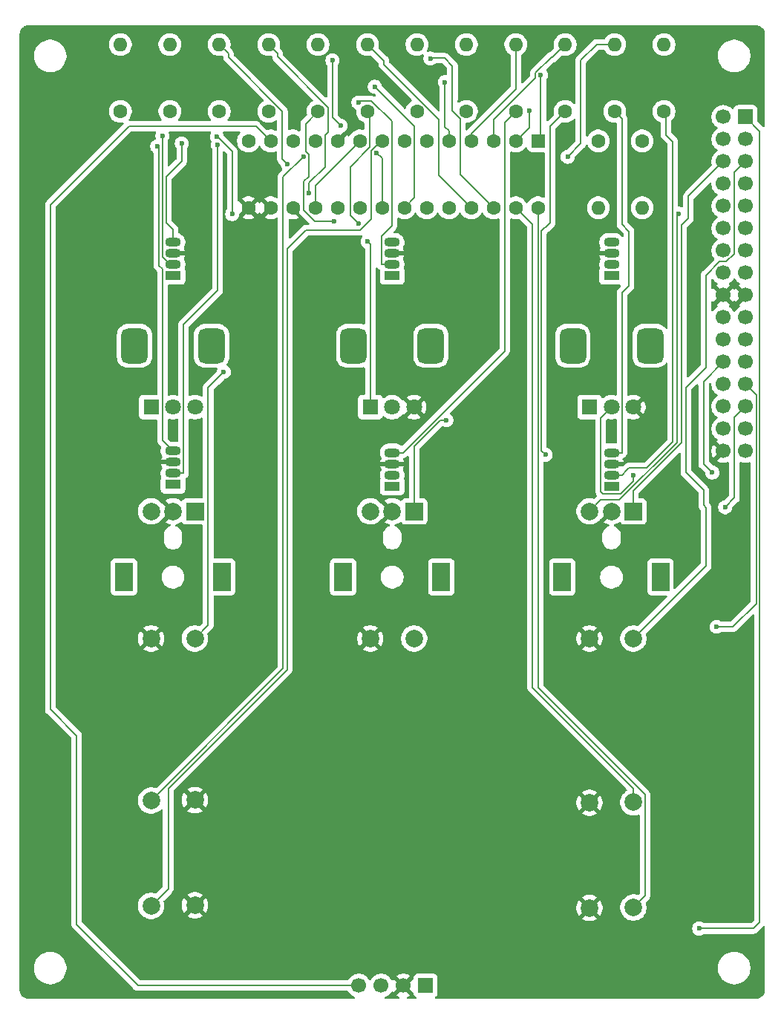
<source format=gbr>
%TF.GenerationSoftware,KiCad,Pcbnew,9.0.2*%
%TF.CreationDate,2025-06-25T22:06:55+02:00*%
%TF.ProjectId,devkit,6465766b-6974-42e6-9b69-6361645f7063,rev?*%
%TF.SameCoordinates,Original*%
%TF.FileFunction,Copper,L1,Top*%
%TF.FilePolarity,Positive*%
%FSLAX46Y46*%
G04 Gerber Fmt 4.6, Leading zero omitted, Abs format (unit mm)*
G04 Created by KiCad (PCBNEW 9.0.2) date 2025-06-25 22:06:55*
%MOMM*%
%LPD*%
G01*
G04 APERTURE LIST*
G04 Aperture macros list*
%AMRoundRect*
0 Rectangle with rounded corners*
0 $1 Rounding radius*
0 $2 $3 $4 $5 $6 $7 $8 $9 X,Y pos of 4 corners*
0 Add a 4 corners polygon primitive as box body*
4,1,4,$2,$3,$4,$5,$6,$7,$8,$9,$2,$3,0*
0 Add four circle primitives for the rounded corners*
1,1,$1+$1,$2,$3*
1,1,$1+$1,$4,$5*
1,1,$1+$1,$6,$7*
1,1,$1+$1,$8,$9*
0 Add four rect primitives between the rounded corners*
20,1,$1+$1,$2,$3,$4,$5,0*
20,1,$1+$1,$4,$5,$6,$7,0*
20,1,$1+$1,$6,$7,$8,$9,0*
20,1,$1+$1,$8,$9,$2,$3,0*%
G04 Aperture macros list end*
%TA.AperFunction,ComponentPad*%
%ADD10C,1.600000*%
%TD*%
%TA.AperFunction,ComponentPad*%
%ADD11RoundRect,0.250000X-0.550000X0.550000X-0.550000X-0.550000X0.550000X-0.550000X0.550000X0.550000X0*%
%TD*%
%TA.AperFunction,ComponentPad*%
%ADD12C,2.000000*%
%TD*%
%TA.AperFunction,ComponentPad*%
%ADD13O,1.600000X1.600000*%
%TD*%
%TA.AperFunction,ComponentPad*%
%ADD14R,1.800000X1.800000*%
%TD*%
%TA.AperFunction,ComponentPad*%
%ADD15C,1.800000*%
%TD*%
%TA.AperFunction,ComponentPad*%
%ADD16RoundRect,0.750000X0.750000X-1.250000X0.750000X1.250000X-0.750000X1.250000X-0.750000X-1.250000X0*%
%TD*%
%TA.AperFunction,ComponentPad*%
%ADD17R,1.700000X1.700000*%
%TD*%
%TA.AperFunction,ComponentPad*%
%ADD18C,1.700000*%
%TD*%
%TA.AperFunction,ComponentPad*%
%ADD19R,1.800000X1.070000*%
%TD*%
%TA.AperFunction,ComponentPad*%
%ADD20O,1.800000X1.070000*%
%TD*%
%TA.AperFunction,ComponentPad*%
%ADD21R,2.000000X2.000000*%
%TD*%
%TA.AperFunction,ComponentPad*%
%ADD22R,2.000000X3.200000*%
%TD*%
%TA.AperFunction,ViaPad*%
%ADD23C,0.600000*%
%TD*%
%TA.AperFunction,Conductor*%
%ADD24C,0.200000*%
%TD*%
%TA.AperFunction,Conductor*%
%ADD25C,0.400000*%
%TD*%
G04 APERTURE END LIST*
D10*
%TO.P,U1,28,GPA7*%
%TO.N,/BUTTON4*%
X199620000Y-41315000D03*
%TO.P,U1,27,GPA6*%
%TO.N,/BUTTON3*%
X197080000Y-41315000D03*
%TO.P,U1,26,GPA5*%
%TO.N,/LED_R_POT3*%
X194540000Y-41315000D03*
%TO.P,U1,25,GPA4*%
%TO.N,/LED_G_POT3*%
X192000000Y-41315000D03*
%TO.P,U1,24,GPA3*%
%TO.N,/LED_R_POT2*%
X189460000Y-41315000D03*
%TO.P,U1,23,GPA2*%
%TO.N,/LED_G_POT2*%
X186920000Y-41315000D03*
%TO.P,U1,22,GPA1*%
%TO.N,/LED_R_POT1*%
X184380000Y-41315000D03*
%TO.P,U1,21,GPA0*%
%TO.N,/LED_G_POT1*%
X181840000Y-41315000D03*
%TO.P,U1,20,INTA*%
%TO.N,unconnected-(U1-INTA-Pad20)*%
X179300000Y-41315000D03*
%TO.P,U1,19,INTB*%
%TO.N,unconnected-(U1-INTB-Pad19)*%
X176760000Y-41315000D03*
%TO.P,U1,18,~{RESET}*%
%TO.N,+3V3*%
X174220000Y-41315000D03*
%TO.P,U1,17,A2*%
%TO.N,GND*%
X171680000Y-41315000D03*
%TO.P,U1,16,A1*%
X169140000Y-41315000D03*
%TO.P,U1,15,A0*%
X166600000Y-41315000D03*
%TO.P,U1,14,NC*%
%TO.N,unconnected-(U1-NC-Pad14)*%
X166600000Y-33695000D03*
%TO.P,U1,13,SDA*%
%TO.N,/GPIO0*%
X169140000Y-33695000D03*
%TO.P,U1,12,SCK*%
%TO.N,/GPIO1*%
X171680000Y-33695000D03*
%TO.P,U1,11,NC*%
%TO.N,unconnected-(U1-NC-Pad11)*%
X174220000Y-33695000D03*
%TO.P,U1,10,VSS*%
%TO.N,GND*%
X176760000Y-33695000D03*
%TO.P,U1,9,VDD*%
%TO.N,+3V3*%
X179300000Y-33695000D03*
%TO.P,U1,8,GPB7*%
%TO.N,/BUTTON2*%
X181840000Y-33695000D03*
%TO.P,U1,7,GPB6*%
%TO.N,/BUTTON1*%
X184380000Y-33695000D03*
%TO.P,U1,6,GPB5*%
%TO.N,/LED_R_ENC3*%
X186920000Y-33695000D03*
%TO.P,U1,5,GPB4*%
%TO.N,/LED_G_ENC3*%
X189460000Y-33695000D03*
%TO.P,U1,4,GPB3*%
%TO.N,/LED_R_ENC2*%
X192000000Y-33695000D03*
%TO.P,U1,3,GPB2*%
%TO.N,/LED_G_ENC2*%
X194540000Y-33695000D03*
%TO.P,U1,2,GPB1*%
%TO.N,/LED_R_ENC1*%
X197080000Y-33695000D03*
D11*
%TO.P,U1,1,GPB0*%
%TO.N,/LED_G_ENC1*%
X199620000Y-33695000D03*
%TD*%
D12*
%TO.P,SW5,1,1*%
%TO.N,/BUTTON2*%
X155500000Y-120900000D03*
%TO.P,SW5,2,2*%
%TO.N,GND*%
X160500000Y-120850000D03*
%TD*%
D10*
%TO.P,R3,1*%
%TO.N,Net-(D2-RA)*%
X163272700Y-30315000D03*
D13*
%TO.P,R3,2*%
%TO.N,/LED_R_POT2*%
X163272700Y-22695000D03*
%TD*%
D10*
%TO.P,R11,1*%
%TO.N,Net-(D6-RA)*%
X208363600Y-30315000D03*
D13*
%TO.P,R11,2*%
%TO.N,/LED_R_ENC3*%
X208363600Y-22695000D03*
%TD*%
D12*
%TO.P,SW7,1,1*%
%TO.N,/BUTTON4*%
X210500000Y-121100000D03*
%TO.P,SW7,2,2*%
%TO.N,GND*%
X205500000Y-121150000D03*
%TD*%
D14*
%TO.P,RV2,1,1*%
%TO.N,+3V3*%
X180500000Y-64050000D03*
D15*
%TO.P,RV2,2,2*%
%TO.N,/GPIO27*%
X183000000Y-64050000D03*
%TO.P,RV2,3,3*%
%TO.N,GND*%
X185500000Y-64050000D03*
D16*
%TO.P,RV2,MP,MountPin*%
%TO.N,unconnected-(RV2-MountPin-PadMP)*%
X178600000Y-57050000D03*
%TO.N,unconnected-(RV2-MountPin-PadMP)_1*%
X187400000Y-57050000D03*
%TD*%
D10*
%TO.P,R7,1*%
%TO.N,Net-(D4-RA)*%
X185818200Y-30315000D03*
D13*
%TO.P,R7,2*%
%TO.N,/LED_R_ENC1*%
X185818200Y-22695000D03*
%TD*%
D10*
%TO.P,R13,1*%
%TO.N,/GPIO1*%
X211500000Y-33690000D03*
D13*
%TO.P,R13,2*%
%TO.N,+3V3*%
X211500000Y-41310000D03*
%TD*%
D10*
%TO.P,R1,1*%
%TO.N,Net-(D1-GA)*%
X152000000Y-30315000D03*
D13*
%TO.P,R1,2*%
%TO.N,/LED_G_POT1*%
X152000000Y-22695000D03*
%TD*%
D10*
%TO.P,R10,1*%
%TO.N,Net-(D5-GA)*%
X202727300Y-30315000D03*
D13*
%TO.P,R10,2*%
%TO.N,/LED_G_ENC2*%
X202727300Y-22695000D03*
%TD*%
D12*
%TO.P,SW4,1,1*%
%TO.N,/BUTTON1*%
X155500000Y-108900000D03*
%TO.P,SW4,2,2*%
%TO.N,GND*%
X160500000Y-108850000D03*
%TD*%
D17*
%TO.P,J3,1,Pin_1*%
%TO.N,+5V*%
X223290000Y-30950000D03*
D18*
%TO.P,J3,2,Pin_2*%
%TO.N,/GPIO0*%
X220750000Y-30950000D03*
%TO.P,J3,3,Pin_3*%
%TO.N,/GPIO1*%
X223290000Y-33490000D03*
%TO.P,J3,4,Pin_4*%
%TO.N,/GPIO2*%
X220750000Y-33490000D03*
%TO.P,J3,5,Pin_5*%
%TO.N,/ENC3_SW*%
X223290000Y-36030000D03*
%TO.P,J3,6,Pin_6*%
%TO.N,/ENC3_A*%
X220750000Y-36030000D03*
%TO.P,J3,7,Pin_7*%
%TO.N,/ENC3_B*%
X223290000Y-38570000D03*
%TO.P,J3,8,Pin_8*%
%TO.N,unconnected-(J3-Pin_8-Pad8)*%
X220750000Y-38570000D03*
%TO.P,J3,9,Pin_9*%
%TO.N,unconnected-(J3-Pin_9-Pad9)*%
X223290000Y-41110000D03*
%TO.P,J3,10,Pin_10*%
%TO.N,unconnected-(J3-Pin_10-Pad10)*%
X220750000Y-41110000D03*
%TO.P,J3,11,Pin_11*%
%TO.N,unconnected-(J3-Pin_11-Pad11)*%
X223290000Y-43650000D03*
%TO.P,J3,12,Pin_12*%
%TO.N,unconnected-(J3-Pin_12-Pad12)*%
X220750000Y-43650000D03*
%TO.P,J3,13,Pin_13*%
%TO.N,unconnected-(J3-Pin_13-Pad13)*%
X223290000Y-46190000D03*
%TO.P,J3,14,Pin_14*%
%TO.N,unconnected-(J3-Pin_14-Pad14)*%
X220750000Y-46190000D03*
%TO.P,J3,15,Pin_15*%
%TO.N,/ADC_VREF*%
X223290000Y-48730000D03*
%TO.P,J3,16,Pin_16*%
%TO.N,+3V3*%
X220750000Y-48730000D03*
%TO.P,J3,17,Pin_17*%
%TO.N,GND*%
X223290000Y-51270000D03*
%TO.P,J3,18,Pin_18*%
X220750000Y-51270000D03*
%TO.P,J3,19,Pin_19*%
%TO.N,unconnected-(J3-Pin_19-Pad19)*%
X223290000Y-53810000D03*
%TO.P,J3,20,Pin_20*%
%TO.N,unconnected-(J3-Pin_20-Pad20)*%
X220750000Y-53810000D03*
%TO.P,J3,21,Pin_21*%
%TO.N,unconnected-(J3-Pin_21-Pad21)*%
X223290000Y-56350000D03*
%TO.P,J3,22,Pin_22*%
%TO.N,/ENC1_SW*%
X220750000Y-56350000D03*
%TO.P,J3,23,Pin_23*%
%TO.N,/ENC1_A*%
X223290000Y-58890000D03*
%TO.P,J3,24,Pin_24*%
%TO.N,/ENC1_B*%
X220750000Y-58890000D03*
%TO.P,J3,25,Pin_25*%
%TO.N,/ENC2_SW*%
X223290000Y-61430000D03*
%TO.P,J3,26,Pin_26*%
%TO.N,/ENC2_A*%
X220750000Y-61430000D03*
%TO.P,J3,27,Pin_27*%
%TO.N,/ENC2_B*%
X223290000Y-63970000D03*
%TO.P,J3,28,Pin_28*%
%TO.N,unconnected-(J3-Pin_28-Pad28)*%
X220750000Y-63970000D03*
%TO.P,J3,29,Pin_29*%
%TO.N,/GPIO26*%
X223290000Y-66510000D03*
%TO.P,J3,30,Pin_30*%
%TO.N,/GPIO27*%
X220750000Y-66510000D03*
%TO.P,J3,31,Pin_31*%
%TO.N,/GPIO28*%
X223290000Y-69050000D03*
%TO.P,J3,32,Pin_32*%
%TO.N,GND*%
X220750000Y-69050000D03*
%TD*%
D19*
%TO.P,D1,1,BA*%
%TO.N,unconnected-(D1-BA-Pad1)*%
X158000000Y-49050000D03*
D20*
%TO.P,D1,2,GA*%
%TO.N,Net-(D1-GA)*%
X158000000Y-47780000D03*
%TO.P,D1,3,K*%
%TO.N,GND*%
X158000000Y-46510000D03*
%TO.P,D1,4,RA*%
%TO.N,Net-(D1-RA)*%
X158000000Y-45240000D03*
%TD*%
D14*
%TO.P,RV3,1,1*%
%TO.N,+3V3*%
X205500000Y-64050000D03*
D15*
%TO.P,RV3,2,2*%
%TO.N,/GPIO28*%
X208000000Y-64050000D03*
%TO.P,RV3,3,3*%
%TO.N,GND*%
X210500000Y-64050000D03*
D16*
%TO.P,RV3,MP,MountPin*%
%TO.N,unconnected-(RV3-MountPin-PadMP)_1*%
X203600000Y-57050000D03*
%TO.N,unconnected-(RV3-MountPin-PadMP)*%
X212400000Y-57050000D03*
%TD*%
D10*
%TO.P,R9,1*%
%TO.N,Net-(D5-RA)*%
X197090900Y-30315000D03*
D13*
%TO.P,R9,2*%
%TO.N,/LED_R_ENC2*%
X197090900Y-22695000D03*
%TD*%
D10*
%TO.P,R8,1*%
%TO.N,Net-(D4-GA)*%
X191454500Y-30315000D03*
D13*
%TO.P,R8,2*%
%TO.N,/LED_G_ENC1*%
X191454500Y-22695000D03*
%TD*%
D10*
%TO.P,R12,1*%
%TO.N,Net-(D6-GA)*%
X214000000Y-30315000D03*
D13*
%TO.P,R12,2*%
%TO.N,/LED_G_ENC3*%
X214000000Y-22695000D03*
%TD*%
D19*
%TO.P,D5,1,BA*%
%TO.N,unconnected-(D5-BA-Pad1)*%
X183000000Y-73050000D03*
D20*
%TO.P,D5,2,GA*%
%TO.N,Net-(D5-GA)*%
X183000000Y-71780000D03*
%TO.P,D5,3,K*%
%TO.N,GND*%
X183000000Y-70510000D03*
%TO.P,D5,4,RA*%
%TO.N,Net-(D5-RA)*%
X183000000Y-69240000D03*
%TD*%
D19*
%TO.P,D2,1,BA*%
%TO.N,unconnected-(D2-BA-Pad1)*%
X183000000Y-49050000D03*
D20*
%TO.P,D2,2,GA*%
%TO.N,Net-(D2-GA)*%
X183000000Y-47780000D03*
%TO.P,D2,3,K*%
%TO.N,GND*%
X183000000Y-46510000D03*
%TO.P,D2,4,RA*%
%TO.N,Net-(D2-RA)*%
X183000000Y-45240000D03*
%TD*%
D10*
%TO.P,R6,1*%
%TO.N,Net-(D3-GA)*%
X180181800Y-30315000D03*
D13*
%TO.P,R6,2*%
%TO.N,/LED_G_POT3*%
X180181800Y-22695000D03*
%TD*%
D12*
%TO.P,SW6,1,1*%
%TO.N,/BUTTON3*%
X210500000Y-109100000D03*
%TO.P,SW6,2,2*%
%TO.N,GND*%
X205500000Y-109150000D03*
%TD*%
D21*
%TO.P,SW3,A,A*%
%TO.N,/ENC3_A*%
X210500000Y-75925000D03*
D12*
%TO.P,SW3,B,B*%
%TO.N,/ENC3_B*%
X205500000Y-75925000D03*
%TO.P,SW3,C,C*%
%TO.N,GND*%
X208000000Y-75925000D03*
D22*
%TO.P,SW3,MP*%
%TO.N,N/C*%
X213600000Y-83425000D03*
X202400000Y-83425000D03*
D12*
%TO.P,SW3,S1,S1*%
%TO.N,GND*%
X205500000Y-90425000D03*
%TO.P,SW3,S2,S2*%
%TO.N,/ENC3_SW*%
X210500000Y-90425000D03*
%TD*%
D10*
%TO.P,R14,1*%
%TO.N,/GPIO0*%
X206500000Y-33690000D03*
D13*
%TO.P,R14,2*%
%TO.N,+3V3*%
X206500000Y-41310000D03*
%TD*%
D19*
%TO.P,D6,1,BA*%
%TO.N,unconnected-(D6-BA-Pad1)*%
X208000000Y-73050000D03*
D20*
%TO.P,D6,2,GA*%
%TO.N,Net-(D6-GA)*%
X208000000Y-71780000D03*
%TO.P,D6,3,K*%
%TO.N,GND*%
X208000000Y-70510000D03*
%TO.P,D6,4,RA*%
%TO.N,Net-(D6-RA)*%
X208000000Y-69240000D03*
%TD*%
D19*
%TO.P,D4,1,BA*%
%TO.N,unconnected-(D4-BA-Pad1)*%
X158000000Y-72860000D03*
D20*
%TO.P,D4,2,GA*%
%TO.N,Net-(D4-GA)*%
X158000000Y-71590000D03*
%TO.P,D4,3,K*%
%TO.N,GND*%
X158000000Y-70320000D03*
%TO.P,D4,4,RA*%
%TO.N,Net-(D4-RA)*%
X158000000Y-69050000D03*
%TD*%
D10*
%TO.P,R4,1*%
%TO.N,Net-(D2-GA)*%
X168909100Y-30315000D03*
D13*
%TO.P,R4,2*%
%TO.N,/LED_G_POT2*%
X168909100Y-22695000D03*
%TD*%
D21*
%TO.P,SW2,A,A*%
%TO.N,/ENC2_A*%
X185500000Y-75925000D03*
D12*
%TO.P,SW2,B,B*%
%TO.N,/ENC2_B*%
X180500000Y-75925000D03*
%TO.P,SW2,C,C*%
%TO.N,GND*%
X183000000Y-75925000D03*
D22*
%TO.P,SW2,MP*%
%TO.N,N/C*%
X188600000Y-83425000D03*
X177400000Y-83425000D03*
D12*
%TO.P,SW2,S1,S1*%
%TO.N,GND*%
X180500000Y-90425000D03*
%TO.P,SW2,S2,S2*%
%TO.N,/ENC2_SW*%
X185500000Y-90425000D03*
%TD*%
D17*
%TO.P,VID1,1,Pin_1*%
%TO.N,+5V*%
X186810000Y-130000000D03*
D18*
%TO.P,VID1,2,Pin_2*%
%TO.N,GND*%
X184270000Y-130000000D03*
%TO.P,VID1,3,Pin_3*%
%TO.N,/GPIO1*%
X181730000Y-130000000D03*
%TO.P,VID1,4,Pin_4*%
%TO.N,/GPIO0*%
X179190000Y-130000000D03*
%TD*%
D14*
%TO.P,RV1,1,1*%
%TO.N,+3V3*%
X155500000Y-64050000D03*
D15*
%TO.P,RV1,2,2*%
%TO.N,/GPIO26*%
X158000000Y-64050000D03*
%TO.P,RV1,3,3*%
%TO.N,GND*%
X160500000Y-64050000D03*
D16*
%TO.P,RV1,MP,MountPin*%
%TO.N,unconnected-(RV1-MountPin-PadMP)_1*%
X153600000Y-57050000D03*
%TO.N,unconnected-(RV1-MountPin-PadMP)*%
X162400000Y-57050000D03*
%TD*%
D19*
%TO.P,D3,1,BA*%
%TO.N,unconnected-(D3-BA-Pad1)*%
X208000000Y-49050000D03*
D20*
%TO.P,D3,2,GA*%
%TO.N,Net-(D3-GA)*%
X208000000Y-47780000D03*
%TO.P,D3,3,K*%
%TO.N,GND*%
X208000000Y-46510000D03*
%TO.P,D3,4,RA*%
%TO.N,Net-(D3-RA)*%
X208000000Y-45240000D03*
%TD*%
D10*
%TO.P,R2,1*%
%TO.N,Net-(D1-RA)*%
X157636400Y-30315000D03*
D13*
%TO.P,R2,2*%
%TO.N,/LED_R_POT1*%
X157636400Y-22695000D03*
%TD*%
D10*
%TO.P,R5,1*%
%TO.N,Net-(D3-RA)*%
X174545500Y-30315000D03*
D13*
%TO.P,R5,2*%
%TO.N,/LED_R_POT3*%
X174545500Y-22695000D03*
%TD*%
D21*
%TO.P,SW1,A,A*%
%TO.N,/ENC1_A*%
X160500000Y-75925000D03*
D12*
%TO.P,SW1,B,B*%
%TO.N,/ENC1_B*%
X155500000Y-75925000D03*
%TO.P,SW1,C,C*%
%TO.N,GND*%
X158000000Y-75925000D03*
D22*
%TO.P,SW1,MP*%
%TO.N,N/C*%
X163600000Y-83425000D03*
X152400000Y-83425000D03*
D12*
%TO.P,SW1,S1,S1*%
%TO.N,GND*%
X155500000Y-90425000D03*
%TO.P,SW1,S2,S2*%
%TO.N,/ENC1_SW*%
X160500000Y-90425000D03*
%TD*%
D23*
%TO.N,GND*%
X217500000Y-63000000D03*
X217500000Y-54000000D03*
X158000000Y-66500000D03*
X208000000Y-67000000D03*
X211500000Y-61500000D03*
X166500000Y-65500000D03*
X160500000Y-30000000D03*
X166500000Y-30000000D03*
X169000000Y-26000000D03*
X174500000Y-26000000D03*
X180000000Y-26000000D03*
X217000000Y-33500000D03*
X198500000Y-36500000D03*
X202500000Y-76000000D03*
X193000000Y-76000000D03*
X198000000Y-39000000D03*
X198000000Y-51000000D03*
X178500000Y-49000000D03*
X158500000Y-39500000D03*
%TO.N,/LED_R_ENC3*%
X203000000Y-35500000D03*
%TO.N,/BUTTON1*%
X172860500Y-35466300D03*
%TO.N,/LED_R_POT3*%
X187350000Y-24301329D03*
%TO.N,/LED_R_POT2*%
X171034600Y-36313400D03*
%TO.N,/LED_G_POT2*%
X173511800Y-39674600D03*
%TO.N,/LED_R_POT1*%
X181000000Y-27498200D03*
%TO.N,/LED_G_POT1*%
X176182300Y-24515400D03*
X177130930Y-31949830D03*
X181206000Y-35043400D03*
%TO.N,/LED_G_ENC3*%
X189000000Y-27000000D03*
%TO.N,/LED_R_ENC1*%
X198620500Y-30231800D03*
%TO.N,/LED_G_ENC1*%
X199948200Y-26179200D03*
%TO.N,/ENC2_A*%
X189188200Y-65540800D03*
%TO.N,/ENC1_B*%
X219500000Y-71500000D03*
%TO.N,/ENC3_B*%
X215650000Y-41999171D03*
%TO.N,/ENC2_SW*%
X220000000Y-89085900D03*
%TO.N,/ENC1_SW*%
X163791400Y-60031300D03*
%TO.N,/GPIO28*%
X210486900Y-71785700D03*
%TO.N,/ENC2_B*%
X220956500Y-75456500D03*
%TO.N,Net-(D5-GA)*%
X200476050Y-69476050D03*
%TO.N,Net-(D4-GA)*%
X163086900Y-34126500D03*
%TO.N,Net-(D4-RA)*%
X156184800Y-34315200D03*
%TO.N,Net-(D3-GA)*%
X179195400Y-43142700D03*
%TO.N,Net-(D3-RA)*%
X176330700Y-42817000D03*
%TO.N,Net-(D2-RA)*%
X164740000Y-42042600D03*
X163004100Y-33212400D03*
%TO.N,Net-(D2-GA)*%
X179137900Y-29311000D03*
%TO.N,+3V3*%
X180187400Y-45154000D03*
%TO.N,+5V*%
X218000000Y-123500000D03*
%TO.N,Net-(D1-RA)*%
X159000000Y-34000000D03*
%TO.N,Net-(D1-GA)*%
X156804893Y-33117606D03*
%TD*%
D24*
%TO.N,/ENC1_B*%
X218500000Y-70500000D02*
X218500000Y-61140000D01*
X218500000Y-61140000D02*
X220750000Y-58890000D01*
X219500000Y-71500000D02*
X218500000Y-70500000D01*
%TO.N,/ENC3_SW*%
X218500000Y-73500000D02*
X218500000Y-75214200D01*
X218500000Y-75214200D02*
X218785800Y-75500000D01*
X210500000Y-90425000D02*
X218785800Y-82139200D01*
X222020000Y-46551500D02*
X222020000Y-37300000D01*
X218785800Y-82139200D02*
X218785800Y-75500000D01*
X216500000Y-71500000D02*
X216500000Y-61785800D01*
X218500000Y-73500000D02*
X216500000Y-71500000D01*
X216500000Y-61785800D02*
X218785800Y-59500000D01*
X218785800Y-59500000D02*
X218785800Y-48997100D01*
X218785800Y-48997100D02*
X220322900Y-47460000D01*
X222020000Y-37300000D02*
X223290000Y-36030000D01*
X220322900Y-47460000D02*
X221111500Y-47460000D01*
X221111500Y-47460000D02*
X222020000Y-46551500D01*
%TO.N,/LED_G_POT3*%
X182036850Y-24963150D02*
X182036850Y-24550050D01*
X182036850Y-24550050D02*
X180181800Y-22695000D01*
%TO.N,/LED_R_POT1*%
X184380000Y-41315000D02*
X185518100Y-40176900D01*
X185518100Y-40176900D02*
X185518100Y-32016300D01*
X185518100Y-32016300D02*
X181000000Y-27498200D01*
%TO.N,Net-(D5-GA)*%
X202727300Y-30315000D02*
X201021300Y-32021000D01*
X201021300Y-32021000D02*
X201021300Y-43000000D01*
X200021000Y-69021000D02*
X200476050Y-69476050D01*
X201021300Y-43000000D02*
X200476050Y-43545250D01*
X200476050Y-43545250D02*
X200454750Y-43545250D01*
X200454750Y-43545250D02*
X200021000Y-43979000D01*
X200021000Y-43979000D02*
X200021000Y-69021000D01*
%TO.N,Net-(D6-GA)*%
X209995200Y-70986500D02*
X211986500Y-70986500D01*
X215000000Y-67000000D02*
X215000000Y-33780600D01*
X209740850Y-71240850D02*
X209995200Y-70986500D01*
X211986500Y-70986500D02*
X215000000Y-67973000D01*
X215000000Y-67973000D02*
X215000000Y-67000000D01*
X209740850Y-71240850D02*
X209201700Y-71780000D01*
%TO.N,/ENC3_A*%
X210500000Y-75925000D02*
X210500000Y-73607200D01*
X210500000Y-73607200D02*
X216000000Y-68107200D01*
X216000000Y-68107200D02*
X216000000Y-43271500D01*
X216000000Y-43271500D02*
X216771500Y-42500000D01*
X216771500Y-42500000D02*
X216771500Y-40008500D01*
X216771500Y-40008500D02*
X220750000Y-36030000D01*
%TO.N,/ENC2_A*%
X185500000Y-75925000D02*
X185500000Y-68508800D01*
X185500000Y-68508800D02*
X188468000Y-65540800D01*
X188468000Y-65540800D02*
X189188200Y-65540800D01*
%TO.N,/GPIO0*%
X179190000Y-130000000D02*
X154000000Y-130000000D01*
X154000000Y-130000000D02*
X147000000Y-123000000D01*
X147000000Y-123000000D02*
X147000000Y-101500000D01*
X147000000Y-101500000D02*
X144000000Y-98500000D01*
X144000000Y-98500000D02*
X144000000Y-41000000D01*
X144000000Y-41000000D02*
X153000000Y-32000000D01*
X153000000Y-32000000D02*
X167445000Y-32000000D01*
X167445000Y-32000000D02*
X169140000Y-33695000D01*
%TO.N,Net-(D1-RA)*%
X159000000Y-34000000D02*
X159000000Y-36000000D01*
X159000000Y-36000000D02*
X157199300Y-37800700D01*
X157199300Y-37800700D02*
X157199300Y-43000000D01*
X157199300Y-43000000D02*
X158000000Y-43800700D01*
X158000000Y-43800700D02*
X158000000Y-45240000D01*
%TO.N,Net-(D4-RA)*%
X156397300Y-47897300D02*
X156798300Y-48298300D01*
X156397300Y-34527700D02*
X156397300Y-47897300D01*
X156798300Y-67848300D02*
X158000000Y-69050000D01*
X156184800Y-34315200D02*
X156397300Y-34527700D01*
X156798300Y-48298300D02*
X156798300Y-67848300D01*
%TO.N,/BUTTON3*%
X210500000Y-109100000D02*
X210500000Y-107500000D01*
X210500000Y-107500000D02*
X199000000Y-96000000D01*
X199000000Y-96000000D02*
X199000000Y-43235000D01*
X199000000Y-43235000D02*
X197080000Y-41315000D01*
%TO.N,/BUTTON2*%
X155500000Y-120900000D02*
X157450000Y-118950000D01*
X157450000Y-118950000D02*
X157450000Y-107550000D01*
X171000000Y-94000000D02*
X171000000Y-46000000D01*
X157450000Y-107550000D02*
X171000000Y-94000000D01*
X171000000Y-46000000D02*
X173155500Y-43844500D01*
X179344500Y-43844500D02*
X180604300Y-42584700D01*
X173155500Y-43844500D02*
X179344500Y-43844500D01*
X180604300Y-42584700D02*
X180604300Y-34794300D01*
X180604300Y-34794300D02*
X181703600Y-33695000D01*
X181703600Y-33695000D02*
X181840000Y-33695000D01*
%TO.N,Net-(D6-RA)*%
X208363600Y-30315000D02*
X209201700Y-31153100D01*
X210000000Y-50201700D02*
X209201700Y-51000000D01*
X209201700Y-31153100D02*
X209201700Y-43201700D01*
X209201700Y-43201700D02*
X210000000Y-44000000D01*
X210000000Y-44000000D02*
X210000000Y-50201700D01*
X209201700Y-51000000D02*
X209201700Y-69240000D01*
X209201700Y-69240000D02*
X208000000Y-69240000D01*
%TO.N,Net-(D2-GA)*%
X181798300Y-47780000D02*
X181798300Y-44551900D01*
%TO.N,+5V*%
X218000000Y-123500000D02*
X224166400Y-123500000D01*
X224166400Y-123500000D02*
X224912400Y-122754000D01*
X224912400Y-32572400D02*
X223290000Y-30950000D01*
X224912400Y-122754000D02*
X224912400Y-32572400D01*
%TO.N,/ENC2_B*%
X220956500Y-75456500D02*
X222020000Y-74393000D01*
X222020000Y-74393000D02*
X222020000Y-65240000D01*
X222020000Y-65240000D02*
X223290000Y-63970000D01*
%TO.N,/ENC2_SW*%
X224506100Y-86423500D02*
X224506100Y-62646100D01*
X220000000Y-89085900D02*
X221843700Y-89085900D01*
X221843700Y-89085900D02*
X224506100Y-86423500D01*
X224506100Y-62646100D02*
X223290000Y-61430000D01*
%TO.N,Net-(D1-GA)*%
X156798300Y-33124199D02*
X156804893Y-33117606D01*
X156798300Y-46943300D02*
X156798300Y-33124199D01*
X157635000Y-47780000D02*
X156798300Y-46943300D01*
X158000000Y-47780000D02*
X157635000Y-47780000D01*
%TO.N,/ENC3_B*%
X205500000Y-75925000D02*
X206804500Y-74620500D01*
X206804500Y-74620500D02*
X208919600Y-74620500D01*
X215495500Y-42153671D02*
X215650000Y-41999171D01*
X208919600Y-74620500D02*
X215495500Y-68044600D01*
X215495500Y-68044600D02*
X215495500Y-42153671D01*
%TO.N,Net-(D6-GA)*%
X215000000Y-33780600D02*
X214219400Y-33000000D01*
%TO.N,/LED_G_POT1*%
X176182300Y-31001200D02*
X177130930Y-31949830D01*
D25*
%TO.N,GND*%
X176760000Y-33695000D02*
X178500000Y-31955000D01*
D24*
%TO.N,/LED_G_POT1*%
X176182300Y-24515400D02*
X176182300Y-31001200D01*
D25*
%TO.N,GND*%
X178500000Y-31955000D02*
X178500000Y-31500000D01*
D24*
%TO.N,/LED_R_POT2*%
X164332300Y-24167700D02*
X164332300Y-23754600D01*
X164332300Y-23754600D02*
X163272700Y-22695000D01*
%TO.N,/LED_G_POT2*%
X169905450Y-23691350D02*
X168909100Y-22695000D01*
X169905450Y-24094550D02*
X169905450Y-23691350D01*
%TO.N,/LED_R_POT3*%
X189842200Y-28904100D02*
X189873150Y-28873150D01*
X194540000Y-41315000D02*
X190730000Y-37505000D01*
X190730000Y-31166200D02*
X189842200Y-30278400D01*
X189007900Y-24261600D02*
X187389729Y-24261600D01*
X190730000Y-37505000D02*
X190730000Y-31166200D01*
X189842200Y-30278400D02*
X189842200Y-28904100D01*
X189873150Y-25126850D02*
X189007900Y-24261600D01*
X189873150Y-28873150D02*
X189873150Y-25126850D01*
X187389729Y-24261600D02*
X187350000Y-24301329D01*
%TO.N,/LED_G_ENC3*%
X189000000Y-32103630D02*
X189000000Y-27000000D01*
X189460000Y-32563630D02*
X189000000Y-32103630D01*
X189460000Y-33695000D02*
X189460000Y-32563630D01*
%TO.N,/LED_G_ENC2*%
X201138300Y-24138300D02*
X201284000Y-24138300D01*
X201284000Y-24138300D02*
X202727300Y-22695000D01*
%TO.N,/LED_R_ENC3*%
X206305000Y-22695000D02*
X208363600Y-22695000D01*
X203000000Y-35500000D02*
X204500000Y-34000000D01*
X204500000Y-34000000D02*
X204500000Y-24500000D01*
X204500000Y-24500000D02*
X206305000Y-22695000D01*
%TO.N,/BUTTON4*%
X211825200Y-119774800D02*
X210500000Y-121100000D01*
X211825200Y-108225200D02*
X211825200Y-119774800D01*
X199620000Y-96020000D02*
X211825200Y-108225200D01*
X199620000Y-41315000D02*
X199620000Y-96020000D01*
%TO.N,/BUTTON1*%
X170569200Y-37757600D02*
X172860500Y-35466300D01*
X170569200Y-93830800D02*
X170569200Y-37757600D01*
X155500000Y-108900000D02*
X170569200Y-93830800D01*
%TO.N,/LED_G_POT3*%
X188331500Y-37646500D02*
X192000000Y-41315000D01*
X188331500Y-31257800D02*
X188331500Y-37646500D01*
X182036850Y-24963150D02*
X188331500Y-31257800D01*
%TO.N,/LED_R_POT2*%
X170480600Y-35759400D02*
X171034600Y-36313400D01*
X170480600Y-30316000D02*
X170480600Y-35759400D01*
X164332300Y-24167700D02*
X170480600Y-30316000D01*
%TO.N,/LED_G_POT2*%
X173511800Y-38449900D02*
X173511800Y-39674600D01*
X175321700Y-36640000D02*
X173511800Y-38449900D01*
X175321700Y-33067200D02*
X175321700Y-36640000D01*
X175685700Y-32703200D02*
X175321700Y-33067200D01*
X175685700Y-29874800D02*
X175685700Y-32703200D01*
X169905450Y-24094550D02*
X175685700Y-29874800D01*
%TO.N,/LED_G_POT1*%
X181840000Y-35677400D02*
X181840000Y-41315000D01*
X181206000Y-35043400D02*
X181840000Y-35677400D01*
%TO.N,/LED_R_ENC2*%
X192000000Y-32855000D02*
X192000000Y-33695000D01*
X197090900Y-27764100D02*
X192000000Y-32855000D01*
X197090900Y-22695000D02*
X197090900Y-27764100D01*
%TO.N,/LED_G_ENC2*%
X194540000Y-31295400D02*
X194540000Y-33695000D01*
X199346500Y-26488900D02*
X194540000Y-31295400D01*
X199346500Y-25930100D02*
X199346500Y-26488900D01*
X201138300Y-24138300D02*
X199346500Y-25930100D01*
%TO.N,/LED_R_ENC1*%
X198620500Y-32154500D02*
X197080000Y-33695000D01*
X198620500Y-30231800D02*
X198620500Y-32154500D01*
%TO.N,/LED_G_ENC1*%
X199948200Y-33366800D02*
X199620000Y-33695000D01*
X199948200Y-26179200D02*
X199948200Y-33366800D01*
%TO.N,/ENC1_SW*%
X162016700Y-88908300D02*
X160500000Y-90425000D01*
X162016700Y-61806000D02*
X162016700Y-88908300D01*
X163791400Y-60031300D02*
X162016700Y-61806000D01*
%TO.N,/GPIO28*%
X206798300Y-65251700D02*
X208000000Y-64050000D01*
X206798300Y-73710000D02*
X206798300Y-65251700D01*
X207021400Y-73933100D02*
X206798300Y-73710000D01*
X209032800Y-73933100D02*
X207021400Y-73933100D01*
X210486900Y-72479000D02*
X209032800Y-73933100D01*
X210486900Y-71785700D02*
X210486900Y-72479000D01*
%TO.N,Net-(D6-GA)*%
X214219400Y-30534400D02*
X214219400Y-33000000D01*
X214000000Y-30315000D02*
X214219400Y-30534400D01*
X208000000Y-71780000D02*
X209201700Y-71780000D01*
%TO.N,Net-(D5-RA)*%
X195810100Y-31595800D02*
X197090900Y-30315000D01*
X195810100Y-57631600D02*
X195810100Y-31595800D01*
X184201700Y-69240000D02*
X195810100Y-57631600D01*
X183000000Y-69240000D02*
X184201700Y-69240000D01*
%TO.N,Net-(D4-GA)*%
X158000000Y-71590000D02*
X159201700Y-71590000D01*
X163086900Y-50723900D02*
X163086900Y-34126500D01*
X159201700Y-54609100D02*
X163086900Y-50723900D01*
X159201700Y-71590000D02*
X159201700Y-54609100D01*
%TO.N,Net-(D3-GA)*%
X178194200Y-42141500D02*
X179195400Y-43142700D01*
X178194200Y-36636400D02*
X178194200Y-42141500D01*
X180413600Y-34417000D02*
X178194200Y-36636400D01*
X180413600Y-30546800D02*
X180413600Y-34417000D01*
X180181800Y-30315000D02*
X180413600Y-30546800D01*
%TO.N,Net-(D3-RA)*%
X174135400Y-42817000D02*
X176330700Y-42817000D01*
X172910100Y-41591700D02*
X174135400Y-42817000D01*
X172910100Y-38309600D02*
X172910100Y-41591700D01*
X173462200Y-37757500D02*
X172910100Y-38309600D01*
X173462200Y-35217100D02*
X173462200Y-37757500D01*
X173118300Y-34873200D02*
X173462200Y-35217100D01*
X173118300Y-31742200D02*
X173118300Y-34873200D01*
X174545500Y-30315000D02*
X173118300Y-31742200D01*
%TO.N,Net-(D2-RA)*%
X163074500Y-33212400D02*
X163004100Y-33212400D01*
X164740000Y-34877900D02*
X163074500Y-33212400D01*
X164740000Y-42042600D02*
X164740000Y-34877900D01*
%TO.N,Net-(D2-GA)*%
X179290500Y-29158400D02*
X179137900Y-29311000D01*
X180645200Y-29158400D02*
X179290500Y-29158400D01*
X182946400Y-31459600D02*
X180645200Y-29158400D01*
X182946400Y-43403800D02*
X182946400Y-31459600D01*
X181798300Y-44551900D02*
X182946400Y-43403800D01*
%TO.N,+3V3*%
X180500000Y-45466600D02*
X180187400Y-45154000D01*
X180500000Y-64050000D02*
X180500000Y-45466600D01*
X174220000Y-38775000D02*
X174220000Y-41315000D01*
X179300000Y-33695000D02*
X174220000Y-38775000D01*
%TO.N,Net-(D2-GA)*%
X183000000Y-47780000D02*
X181798300Y-47780000D01*
%TD*%
%TA.AperFunction,Conductor*%
%TO.N,GND*%
G36*
X224505395Y-20500971D02*
G01*
X224535722Y-20503624D01*
X224662756Y-20514738D01*
X224684036Y-20518490D01*
X224801189Y-20549881D01*
X224831370Y-20557968D01*
X224851682Y-20565361D01*
X224989916Y-20629821D01*
X225008634Y-20640628D01*
X225133583Y-20728118D01*
X225150141Y-20742012D01*
X225257987Y-20849858D01*
X225271881Y-20866416D01*
X225359371Y-20991365D01*
X225370178Y-21010083D01*
X225434638Y-21148317D01*
X225442031Y-21168629D01*
X225481508Y-21315960D01*
X225485261Y-21337245D01*
X225499028Y-21494592D01*
X225499500Y-21505400D01*
X225499500Y-32010901D01*
X225493263Y-32032140D01*
X225491686Y-32054224D01*
X225483610Y-32065012D01*
X225479815Y-32077940D01*
X225463085Y-32092436D01*
X225449819Y-32110161D01*
X225437194Y-32114871D01*
X225427011Y-32123695D01*
X225405098Y-32126845D01*
X225384357Y-32134584D01*
X225371190Y-32131721D01*
X225357853Y-32133639D01*
X225337715Y-32124442D01*
X225316083Y-32119739D01*
X225298349Y-32106464D01*
X225294297Y-32104614D01*
X225287827Y-32098590D01*
X225276782Y-32087547D01*
X225276781Y-32087545D01*
X225276774Y-32087539D01*
X224676818Y-31487583D01*
X224643333Y-31426260D01*
X224640499Y-31399902D01*
X224640499Y-30052129D01*
X224640498Y-30052123D01*
X224639460Y-30042469D01*
X224634091Y-29992517D01*
X224632810Y-29989083D01*
X224583797Y-29857671D01*
X224583793Y-29857664D01*
X224497547Y-29742455D01*
X224497544Y-29742452D01*
X224382335Y-29656206D01*
X224382328Y-29656202D01*
X224247482Y-29605908D01*
X224247483Y-29605908D01*
X224187883Y-29599501D01*
X224187881Y-29599500D01*
X224187873Y-29599500D01*
X224187864Y-29599500D01*
X222392129Y-29599500D01*
X222392123Y-29599501D01*
X222332516Y-29605908D01*
X222197671Y-29656202D01*
X222197664Y-29656206D01*
X222082455Y-29742452D01*
X222082452Y-29742455D01*
X221996206Y-29857664D01*
X221996203Y-29857669D01*
X221947189Y-29989083D01*
X221905317Y-30045016D01*
X221839853Y-30069433D01*
X221771580Y-30054581D01*
X221743326Y-30033430D01*
X221629786Y-29919890D01*
X221457820Y-29794951D01*
X221268414Y-29698444D01*
X221268413Y-29698443D01*
X221268412Y-29698443D01*
X221066243Y-29632754D01*
X221066241Y-29632753D01*
X221066240Y-29632753D01*
X220904957Y-29607208D01*
X220856287Y-29599500D01*
X220643713Y-29599500D01*
X220595042Y-29607208D01*
X220433760Y-29632753D01*
X220231585Y-29698444D01*
X220042179Y-29794951D01*
X219870213Y-29919890D01*
X219719890Y-30070213D01*
X219594951Y-30242179D01*
X219498444Y-30431585D01*
X219432753Y-30633760D01*
X219408897Y-30784382D01*
X219399500Y-30843713D01*
X219399500Y-31056287D01*
X219402068Y-31072503D01*
X219428666Y-31240436D01*
X219432754Y-31266243D01*
X219496094Y-31461184D01*
X219498444Y-31468414D01*
X219594951Y-31657820D01*
X219719890Y-31829786D01*
X219870213Y-31980109D01*
X220042182Y-32105050D01*
X220050946Y-32109516D01*
X220101742Y-32157491D01*
X220118536Y-32225312D01*
X220095998Y-32291447D01*
X220050946Y-32330484D01*
X220042182Y-32334949D01*
X219870213Y-32459890D01*
X219719890Y-32610213D01*
X219594951Y-32782179D01*
X219498444Y-32971585D01*
X219432753Y-33173760D01*
X219412746Y-33300080D01*
X219399500Y-33383713D01*
X219399500Y-33596287D01*
X219406794Y-33642339D01*
X219431345Y-33797352D01*
X219432754Y-33806243D01*
X219495558Y-33999534D01*
X219498444Y-34008414D01*
X219594951Y-34197820D01*
X219719890Y-34369786D01*
X219870213Y-34520109D01*
X220042182Y-34645050D01*
X220050946Y-34649516D01*
X220101742Y-34697491D01*
X220118536Y-34765312D01*
X220095998Y-34831447D01*
X220050946Y-34870484D01*
X220042182Y-34874949D01*
X219870213Y-34999890D01*
X219719890Y-35150213D01*
X219594951Y-35322179D01*
X219498444Y-35511585D01*
X219432753Y-35713760D01*
X219405201Y-35887716D01*
X219399500Y-35923713D01*
X219399500Y-36136287D01*
X219411079Y-36209394D01*
X219432754Y-36346244D01*
X219432754Y-36346247D01*
X219446491Y-36388523D01*
X219448486Y-36458364D01*
X219416241Y-36514522D01*
X216402786Y-39527978D01*
X216290981Y-39639782D01*
X216290980Y-39639784D01*
X216258304Y-39696381D01*
X216211923Y-39776715D01*
X216170999Y-39929443D01*
X216170999Y-39929445D01*
X216170999Y-40097546D01*
X216171000Y-40097559D01*
X216171000Y-41162942D01*
X216151315Y-41229981D01*
X216098511Y-41275736D01*
X216029353Y-41285680D01*
X215999548Y-41277503D01*
X215883501Y-41229435D01*
X215883489Y-41229432D01*
X215728845Y-41198671D01*
X215728842Y-41198671D01*
X215724500Y-41198671D01*
X215657461Y-41178986D01*
X215611706Y-41126182D01*
X215600500Y-41074671D01*
X215600500Y-33701545D01*
X215600500Y-33701543D01*
X215578871Y-33620821D01*
X215559577Y-33548815D01*
X215523496Y-33486322D01*
X215480520Y-33411884D01*
X215368716Y-33300080D01*
X215368715Y-33300079D01*
X215364385Y-33295749D01*
X215364374Y-33295739D01*
X214856219Y-32787584D01*
X214822734Y-32726261D01*
X214819900Y-32699903D01*
X214819900Y-31385647D01*
X214839585Y-31318608D01*
X214856219Y-31297966D01*
X214913753Y-31240432D01*
X214991966Y-31162219D01*
X214991968Y-31162215D01*
X214991971Y-31162213D01*
X215057148Y-31072503D01*
X215112287Y-30996610D01*
X215205220Y-30814219D01*
X215268477Y-30619534D01*
X215300500Y-30417352D01*
X215300500Y-30212648D01*
X215270050Y-30020397D01*
X215268477Y-30010465D01*
X215218830Y-29857669D01*
X215205220Y-29815781D01*
X215205218Y-29815778D01*
X215205218Y-29815776D01*
X215157187Y-29721511D01*
X215112287Y-29633390D01*
X215092320Y-29605908D01*
X214991971Y-29467786D01*
X214847213Y-29323028D01*
X214681613Y-29202715D01*
X214681612Y-29202714D01*
X214681610Y-29202713D01*
X214612601Y-29167551D01*
X214499223Y-29109781D01*
X214304534Y-29046522D01*
X214129995Y-29018878D01*
X214102352Y-29014500D01*
X213897648Y-29014500D01*
X213873329Y-29018351D01*
X213695465Y-29046522D01*
X213500776Y-29109781D01*
X213318386Y-29202715D01*
X213152786Y-29323028D01*
X213008028Y-29467786D01*
X212887715Y-29633386D01*
X212794781Y-29815776D01*
X212731522Y-30010465D01*
X212699500Y-30212648D01*
X212699500Y-30417351D01*
X212731522Y-30619534D01*
X212794781Y-30814223D01*
X212887715Y-30996613D01*
X213008028Y-31162213D01*
X213152786Y-31306971D01*
X213301389Y-31414935D01*
X213318390Y-31427287D01*
X213473923Y-31506535D01*
X213500783Y-31520221D01*
X213516056Y-31525183D01*
X213533216Y-31530758D01*
X213590891Y-31570194D01*
X213618091Y-31634552D01*
X213618900Y-31648690D01*
X213618900Y-32913330D01*
X213618899Y-32913348D01*
X213618899Y-33079054D01*
X213618898Y-33079054D01*
X213659414Y-33230261D01*
X213659823Y-33231785D01*
X213678106Y-33263452D01*
X213678107Y-33263454D01*
X213678108Y-33263454D01*
X213728707Y-33351095D01*
X213738879Y-33368714D01*
X213738881Y-33368717D01*
X213857749Y-33487585D01*
X213857755Y-33487590D01*
X214363181Y-33993016D01*
X214396666Y-34054339D01*
X214399500Y-34080697D01*
X214399500Y-55010977D01*
X214379815Y-55078016D01*
X214327011Y-55123771D01*
X214257853Y-55133715D01*
X214194297Y-55104690D01*
X214173572Y-55081593D01*
X214113825Y-54995354D01*
X214113822Y-54995350D01*
X214113819Y-54995346D01*
X213954654Y-54836181D01*
X213954650Y-54836178D01*
X213954645Y-54836174D01*
X213769632Y-54707997D01*
X213769630Y-54707995D01*
X213769626Y-54707993D01*
X213725955Y-54688157D01*
X213564681Y-54614903D01*
X213564678Y-54614902D01*
X213346420Y-54559905D01*
X213346413Y-54559904D01*
X213302347Y-54556436D01*
X213214217Y-54549500D01*
X213214215Y-54549500D01*
X211585791Y-54549500D01*
X211585776Y-54549501D01*
X211453586Y-54559904D01*
X211453579Y-54559905D01*
X211235321Y-54614902D01*
X211235318Y-54614903D01*
X211030377Y-54707991D01*
X211030367Y-54707997D01*
X210845354Y-54836174D01*
X210845342Y-54836184D01*
X210686184Y-54995342D01*
X210686174Y-54995354D01*
X210557997Y-55180367D01*
X210557991Y-55180377D01*
X210464903Y-55385318D01*
X210464902Y-55385321D01*
X210409905Y-55603579D01*
X210409904Y-55603586D01*
X210399500Y-55735777D01*
X210399500Y-58364208D01*
X210399501Y-58364223D01*
X210409904Y-58496413D01*
X210409905Y-58496420D01*
X210464902Y-58714678D01*
X210464903Y-58714681D01*
X210557991Y-58919622D01*
X210557997Y-58919632D01*
X210686174Y-59104645D01*
X210686178Y-59104650D01*
X210686181Y-59104654D01*
X210845346Y-59263819D01*
X210845350Y-59263822D01*
X210845354Y-59263825D01*
X210972122Y-59351650D01*
X211030374Y-59392007D01*
X211235317Y-59485096D01*
X211235321Y-59485097D01*
X211453579Y-59540094D01*
X211453581Y-59540094D01*
X211453588Y-59540096D01*
X211585783Y-59550500D01*
X213214216Y-59550499D01*
X213346412Y-59540096D01*
X213564683Y-59485096D01*
X213769626Y-59392007D01*
X213954654Y-59263819D01*
X214113819Y-59104654D01*
X214173572Y-59018406D01*
X214227930Y-58974510D01*
X214297392Y-58966970D01*
X214359903Y-58998181D01*
X214395617Y-59058233D01*
X214399500Y-59089022D01*
X214399500Y-67672902D01*
X214379815Y-67739941D01*
X214363181Y-67760583D01*
X211774084Y-70349681D01*
X211712761Y-70383166D01*
X211686403Y-70386000D01*
X210074257Y-70386000D01*
X209916142Y-70386000D01*
X209763415Y-70426923D01*
X209763414Y-70426923D01*
X209763412Y-70426924D01*
X209763409Y-70426925D01*
X209713296Y-70455859D01*
X209713295Y-70455860D01*
X209669889Y-70480920D01*
X209626485Y-70505979D01*
X209626482Y-70505981D01*
X209408783Y-70723681D01*
X209347460Y-70757166D01*
X209321102Y-70760000D01*
X208557122Y-70760000D01*
X208532932Y-70757617D01*
X208489190Y-70748916D01*
X208466989Y-70744500D01*
X208466988Y-70744500D01*
X208384227Y-70744500D01*
X208419333Y-70683694D01*
X208450000Y-70569244D01*
X208450000Y-70450756D01*
X208419333Y-70336306D01*
X208384227Y-70275500D01*
X208466989Y-70275500D01*
X208490224Y-70270878D01*
X208532932Y-70262382D01*
X208557122Y-70260000D01*
X209370550Y-70260000D01*
X209370549Y-70259999D01*
X209360227Y-70208109D01*
X209360225Y-70208101D01*
X209282204Y-70019742D01*
X209276543Y-70011270D01*
X209255663Y-69944594D01*
X209274146Y-69877213D01*
X209326123Y-69830521D01*
X209347541Y-69822605D01*
X209433484Y-69799577D01*
X209570416Y-69720520D01*
X209682220Y-69608716D01*
X209761277Y-69471784D01*
X209802200Y-69319057D01*
X209802200Y-65465989D01*
X209821885Y-65398950D01*
X209874689Y-65353195D01*
X209943847Y-65343251D01*
X209964518Y-65348058D01*
X210172164Y-65415526D01*
X210389819Y-65450000D01*
X210610181Y-65450000D01*
X210827835Y-65415526D01*
X211037410Y-65347432D01*
X211233760Y-65247386D01*
X211297513Y-65201066D01*
X211297514Y-65201066D01*
X210629409Y-64532962D01*
X210692993Y-64515925D01*
X210807007Y-64450099D01*
X210900099Y-64357007D01*
X210965925Y-64242993D01*
X210982962Y-64179410D01*
X211651066Y-64847514D01*
X211651066Y-64847513D01*
X211697386Y-64783760D01*
X211797432Y-64587410D01*
X211865526Y-64377835D01*
X211900000Y-64160181D01*
X211900000Y-63939818D01*
X211865526Y-63722164D01*
X211797432Y-63512589D01*
X211697388Y-63316243D01*
X211651066Y-63252485D01*
X211651065Y-63252485D01*
X210982962Y-63920589D01*
X210965925Y-63857007D01*
X210900099Y-63742993D01*
X210807007Y-63649901D01*
X210692993Y-63584075D01*
X210629408Y-63567037D01*
X211297513Y-62898932D01*
X211233756Y-62852611D01*
X211037410Y-62752567D01*
X210827835Y-62684473D01*
X210610181Y-62650000D01*
X210389819Y-62650000D01*
X210172164Y-62684473D01*
X209964518Y-62751941D01*
X209894677Y-62753936D01*
X209834844Y-62717855D01*
X209804016Y-62655154D01*
X209802200Y-62634010D01*
X209802200Y-51300097D01*
X209821885Y-51233058D01*
X209838519Y-51212416D01*
X210134489Y-50916446D01*
X210480520Y-50570416D01*
X210559577Y-50433484D01*
X210600501Y-50280757D01*
X210600501Y-50122642D01*
X210600501Y-50115047D01*
X210600500Y-50115029D01*
X210600500Y-44089060D01*
X210600501Y-44089047D01*
X210600501Y-43920944D01*
X210598631Y-43913966D01*
X210559577Y-43768216D01*
X210552689Y-43756286D01*
X210480524Y-43631290D01*
X210480518Y-43631282D01*
X209838519Y-42989283D01*
X209805034Y-42927960D01*
X209802200Y-42901602D01*
X209802200Y-41207648D01*
X210199500Y-41207648D01*
X210199500Y-41412351D01*
X210231522Y-41614534D01*
X210294781Y-41809223D01*
X210342472Y-41902820D01*
X210371818Y-41960415D01*
X210387715Y-41991613D01*
X210508028Y-42157213D01*
X210652786Y-42301971D01*
X210780108Y-42394474D01*
X210818390Y-42422287D01*
X210909312Y-42468614D01*
X211000776Y-42515218D01*
X211000778Y-42515218D01*
X211000781Y-42515220D01*
X211090757Y-42544455D01*
X211195465Y-42578477D01*
X211227034Y-42583477D01*
X211397648Y-42610500D01*
X211397649Y-42610500D01*
X211602351Y-42610500D01*
X211602352Y-42610500D01*
X211804534Y-42578477D01*
X211999219Y-42515220D01*
X212181610Y-42422287D01*
X212293918Y-42340691D01*
X212347213Y-42301971D01*
X212347215Y-42301968D01*
X212347219Y-42301966D01*
X212491966Y-42157219D01*
X212491968Y-42157215D01*
X212491971Y-42157213D01*
X212576460Y-42040922D01*
X212612287Y-41991610D01*
X212705220Y-41809219D01*
X212768477Y-41614534D01*
X212800500Y-41412352D01*
X212800500Y-41207648D01*
X212778602Y-41069394D01*
X212768477Y-41005465D01*
X212713426Y-40836036D01*
X212705220Y-40810781D01*
X212705218Y-40810778D01*
X212705218Y-40810776D01*
X212662623Y-40727180D01*
X212612287Y-40628390D01*
X212585547Y-40591585D01*
X212491971Y-40462786D01*
X212347213Y-40318028D01*
X212181613Y-40197715D01*
X212181612Y-40197714D01*
X212181610Y-40197713D01*
X212124653Y-40168691D01*
X211999223Y-40104781D01*
X211804534Y-40041522D01*
X211616046Y-40011669D01*
X211602352Y-40009500D01*
X211397648Y-40009500D01*
X211383954Y-40011669D01*
X211195465Y-40041522D01*
X211000776Y-40104781D01*
X210818386Y-40197715D01*
X210652786Y-40318028D01*
X210508028Y-40462786D01*
X210387715Y-40628386D01*
X210294781Y-40810776D01*
X210231522Y-41005465D01*
X210199500Y-41207648D01*
X209802200Y-41207648D01*
X209802200Y-33587648D01*
X210199500Y-33587648D01*
X210199500Y-33792351D01*
X210231522Y-33994534D01*
X210294781Y-34189223D01*
X210338367Y-34274764D01*
X210386238Y-34368716D01*
X210387715Y-34371613D01*
X210508028Y-34537213D01*
X210652786Y-34681971D01*
X210785571Y-34778443D01*
X210818390Y-34802287D01*
X210914307Y-34851159D01*
X211000776Y-34895218D01*
X211000778Y-34895218D01*
X211000781Y-34895220D01*
X211098134Y-34926852D01*
X211195465Y-34958477D01*
X211277455Y-34971463D01*
X211397648Y-34990500D01*
X211397649Y-34990500D01*
X211602351Y-34990500D01*
X211602352Y-34990500D01*
X211804534Y-34958477D01*
X211999219Y-34895220D01*
X212181610Y-34802287D01*
X212280746Y-34730261D01*
X212347213Y-34681971D01*
X212347215Y-34681968D01*
X212347219Y-34681966D01*
X212491966Y-34537219D01*
X212491968Y-34537215D01*
X212491971Y-34537213D01*
X212587387Y-34405882D01*
X212612287Y-34371610D01*
X212705220Y-34189219D01*
X212768477Y-33994534D01*
X212800500Y-33792352D01*
X212800500Y-33587648D01*
X212793679Y-33544581D01*
X212768477Y-33385465D01*
X212728833Y-33263454D01*
X212705220Y-33190781D01*
X212705218Y-33190778D01*
X212705218Y-33190776D01*
X212662342Y-33106628D01*
X212612287Y-33008390D01*
X212543236Y-32913348D01*
X212491971Y-32842786D01*
X212347213Y-32698028D01*
X212181613Y-32577715D01*
X212181612Y-32577714D01*
X212181610Y-32577713D01*
X212124653Y-32548691D01*
X211999223Y-32484781D01*
X211804534Y-32421522D01*
X211629995Y-32393878D01*
X211602352Y-32389500D01*
X211397648Y-32389500D01*
X211373329Y-32393351D01*
X211195465Y-32421522D01*
X211000776Y-32484781D01*
X210818386Y-32577715D01*
X210652786Y-32698028D01*
X210508028Y-32842786D01*
X210387715Y-33008386D01*
X210294781Y-33190776D01*
X210231522Y-33385465D01*
X210199500Y-33587648D01*
X209802200Y-33587648D01*
X209802200Y-31074045D01*
X209802200Y-31074043D01*
X209761277Y-30921316D01*
X209752077Y-30905381D01*
X209682224Y-30784390D01*
X209682218Y-30784382D01*
X209657677Y-30759841D01*
X209624192Y-30698518D01*
X209627427Y-30633842D01*
X209632077Y-30619534D01*
X209664100Y-30417352D01*
X209664100Y-30212648D01*
X209633650Y-30020397D01*
X209632077Y-30010465D01*
X209582430Y-29857669D01*
X209568820Y-29815781D01*
X209568818Y-29815778D01*
X209568818Y-29815776D01*
X209520787Y-29721511D01*
X209475887Y-29633390D01*
X209455920Y-29605908D01*
X209355571Y-29467786D01*
X209210813Y-29323028D01*
X209045213Y-29202715D01*
X209045212Y-29202714D01*
X209045210Y-29202713D01*
X208976201Y-29167551D01*
X208862823Y-29109781D01*
X208668134Y-29046522D01*
X208493595Y-29018878D01*
X208465952Y-29014500D01*
X208261248Y-29014500D01*
X208236929Y-29018351D01*
X208059065Y-29046522D01*
X207864376Y-29109781D01*
X207681986Y-29202715D01*
X207516386Y-29323028D01*
X207371628Y-29467786D01*
X207251315Y-29633386D01*
X207158381Y-29815776D01*
X207095122Y-30010465D01*
X207063100Y-30212648D01*
X207063100Y-30417351D01*
X207095122Y-30619534D01*
X207158381Y-30814223D01*
X207251315Y-30996613D01*
X207371628Y-31162213D01*
X207516386Y-31306971D01*
X207664989Y-31414935D01*
X207681990Y-31427287D01*
X207766243Y-31470216D01*
X207864376Y-31520218D01*
X207864378Y-31520218D01*
X207864381Y-31520220D01*
X207909214Y-31534787D01*
X208059065Y-31583477D01*
X208124816Y-31593891D01*
X208261248Y-31615500D01*
X208261249Y-31615500D01*
X208465940Y-31615500D01*
X208465952Y-31615500D01*
X208465963Y-31615498D01*
X208467448Y-31615381D01*
X208468015Y-31615500D01*
X208470824Y-31615500D01*
X208470824Y-31616089D01*
X208535828Y-31629732D01*
X208585594Y-31678774D01*
X208601200Y-31738997D01*
X208601200Y-43115030D01*
X208601199Y-43115048D01*
X208601199Y-43280754D01*
X208601198Y-43280754D01*
X208642123Y-43433487D01*
X208652135Y-43450826D01*
X208652136Y-43450827D01*
X208721179Y-43570414D01*
X208721181Y-43570417D01*
X208840049Y-43689285D01*
X208840055Y-43689290D01*
X209363181Y-44212416D01*
X209396666Y-44273739D01*
X209399500Y-44300097D01*
X209399500Y-44515614D01*
X209379815Y-44582653D01*
X209327011Y-44628408D01*
X209257853Y-44638352D01*
X209194297Y-44609327D01*
X209172400Y-44584508D01*
X209169326Y-44579908D01*
X209169322Y-44579903D01*
X209025096Y-44435677D01*
X209025092Y-44435674D01*
X208855499Y-44322355D01*
X208855486Y-44322348D01*
X208667048Y-44244295D01*
X208667038Y-44244292D01*
X208466990Y-44204500D01*
X208466988Y-44204500D01*
X207533012Y-44204500D01*
X207533010Y-44204500D01*
X207332961Y-44244292D01*
X207332951Y-44244295D01*
X207144513Y-44322348D01*
X207144500Y-44322355D01*
X206974907Y-44435674D01*
X206974903Y-44435677D01*
X206830677Y-44579903D01*
X206830674Y-44579907D01*
X206717355Y-44749500D01*
X206717348Y-44749513D01*
X206639295Y-44937951D01*
X206639292Y-44937961D01*
X206599500Y-45138009D01*
X206599500Y-45138012D01*
X206599500Y-45341988D01*
X206599500Y-45341990D01*
X206599499Y-45341990D01*
X206639292Y-45542038D01*
X206639295Y-45542048D01*
X206717350Y-45730490D01*
X206768177Y-45806558D01*
X206789055Y-45873236D01*
X206770570Y-45940616D01*
X206768178Y-45944339D01*
X206717794Y-46019745D01*
X206639774Y-46208101D01*
X206639772Y-46208109D01*
X206629450Y-46259999D01*
X206629450Y-46260000D01*
X207442878Y-46260000D01*
X207467067Y-46262382D01*
X207510809Y-46271083D01*
X207533011Y-46275500D01*
X207615773Y-46275500D01*
X207580667Y-46336306D01*
X207550000Y-46450756D01*
X207550000Y-46569244D01*
X207580667Y-46683694D01*
X207615773Y-46744500D01*
X207533011Y-46744500D01*
X207510809Y-46748916D01*
X207467067Y-46757617D01*
X207442878Y-46760000D01*
X206629450Y-46760000D01*
X206639772Y-46811890D01*
X206639774Y-46811898D01*
X206717794Y-47000254D01*
X206768177Y-47075659D01*
X206789054Y-47142337D01*
X206770569Y-47209717D01*
X206768178Y-47213438D01*
X206717349Y-47289511D01*
X206639295Y-47477951D01*
X206639292Y-47477961D01*
X206599500Y-47678009D01*
X206599500Y-47678012D01*
X206599500Y-47881988D01*
X206599500Y-47881990D01*
X206599499Y-47881990D01*
X206639292Y-48082038D01*
X206639295Y-48082048D01*
X206669128Y-48154072D01*
X206676597Y-48223542D01*
X206658956Y-48264073D01*
X206660452Y-48264890D01*
X206656202Y-48272671D01*
X206605908Y-48407517D01*
X206600499Y-48457834D01*
X206599501Y-48467123D01*
X206599500Y-48467135D01*
X206599500Y-49632870D01*
X206599501Y-49632876D01*
X206605908Y-49692483D01*
X206656202Y-49827328D01*
X206656206Y-49827335D01*
X206742452Y-49942544D01*
X206742455Y-49942547D01*
X206857664Y-50028793D01*
X206857671Y-50028797D01*
X206992517Y-50079091D01*
X206992516Y-50079091D01*
X206999444Y-50079835D01*
X207052127Y-50085500D01*
X208947872Y-50085499D01*
X208947878Y-50085498D01*
X208947882Y-50085498D01*
X208955920Y-50084634D01*
X209024679Y-50097038D01*
X209075818Y-50144647D01*
X209093099Y-50212345D01*
X209071036Y-50278640D01*
X209056859Y-50295604D01*
X208832986Y-50519478D01*
X208721181Y-50631282D01*
X208721179Y-50631285D01*
X208671061Y-50718094D01*
X208671059Y-50718096D01*
X208642125Y-50768209D01*
X208642124Y-50768210D01*
X208632814Y-50802955D01*
X208601199Y-50920943D01*
X208601199Y-50920945D01*
X208601199Y-51089046D01*
X208601200Y-51089059D01*
X208601200Y-62602096D01*
X208581515Y-62669135D01*
X208528711Y-62714890D01*
X208459553Y-62724834D01*
X208438883Y-62720027D01*
X208327954Y-62683985D01*
X208164654Y-62658121D01*
X208110222Y-62649500D01*
X207889778Y-62649500D01*
X207817201Y-62660995D01*
X207672047Y-62683985D01*
X207462396Y-62752103D01*
X207462393Y-62752104D01*
X207265974Y-62852187D01*
X207087641Y-62981752D01*
X207087635Y-62981757D01*
X207066596Y-63002796D01*
X207005273Y-63036280D01*
X206935581Y-63031294D01*
X206879648Y-62989421D01*
X206862735Y-62958446D01*
X206843797Y-62907671D01*
X206843793Y-62907664D01*
X206757547Y-62792455D01*
X206757544Y-62792452D01*
X206642335Y-62706206D01*
X206642328Y-62706202D01*
X206507482Y-62655908D01*
X206507483Y-62655908D01*
X206447883Y-62649501D01*
X206447881Y-62649500D01*
X206447873Y-62649500D01*
X206447864Y-62649500D01*
X204552129Y-62649500D01*
X204552123Y-62649501D01*
X204492516Y-62655908D01*
X204357671Y-62706202D01*
X204357664Y-62706206D01*
X204242455Y-62792452D01*
X204242452Y-62792455D01*
X204156206Y-62907664D01*
X204156202Y-62907671D01*
X204105908Y-63042517D01*
X204099501Y-63102116D01*
X204099500Y-63102135D01*
X204099500Y-64997870D01*
X204099501Y-64997876D01*
X204105908Y-65057483D01*
X204156202Y-65192328D01*
X204156206Y-65192335D01*
X204242452Y-65307544D01*
X204242455Y-65307547D01*
X204357664Y-65393793D01*
X204357671Y-65393797D01*
X204492517Y-65444091D01*
X204492516Y-65444091D01*
X204499444Y-65444835D01*
X204552127Y-65450500D01*
X206073800Y-65450499D01*
X206140839Y-65470184D01*
X206186594Y-65522987D01*
X206197800Y-65574499D01*
X206197800Y-73623330D01*
X206197799Y-73623348D01*
X206197799Y-73789054D01*
X206197798Y-73789054D01*
X206229481Y-73907297D01*
X206238723Y-73941785D01*
X206258429Y-73975916D01*
X206317780Y-74078716D01*
X206329846Y-74090782D01*
X206337389Y-74102927D01*
X206343051Y-74123373D01*
X206353218Y-74141992D01*
X206352189Y-74156370D01*
X206356037Y-74170262D01*
X206349747Y-74190521D01*
X206348234Y-74211684D01*
X206338452Y-74226904D01*
X206335321Y-74236990D01*
X206328040Y-74243104D01*
X206319733Y-74256031D01*
X206103563Y-74472200D01*
X206042240Y-74505685D01*
X205977564Y-74502450D01*
X205851370Y-74461447D01*
X205618097Y-74424500D01*
X205618092Y-74424500D01*
X205381908Y-74424500D01*
X205381903Y-74424500D01*
X205148631Y-74461446D01*
X204924003Y-74534433D01*
X204713566Y-74641657D01*
X204630044Y-74702340D01*
X204522490Y-74780483D01*
X204522488Y-74780485D01*
X204522487Y-74780485D01*
X204355485Y-74947487D01*
X204355485Y-74947488D01*
X204355483Y-74947490D01*
X204303179Y-75019480D01*
X204216657Y-75138566D01*
X204109433Y-75349003D01*
X204036446Y-75573631D01*
X203999500Y-75806902D01*
X203999500Y-76043097D01*
X204036446Y-76276368D01*
X204109433Y-76500996D01*
X204216657Y-76711433D01*
X204355483Y-76902510D01*
X204522490Y-77069517D01*
X204713567Y-77208343D01*
X204812991Y-77259002D01*
X204924003Y-77315566D01*
X204924005Y-77315566D01*
X204924008Y-77315568D01*
X205044412Y-77354689D01*
X205148631Y-77388553D01*
X205381903Y-77425500D01*
X205381908Y-77425500D01*
X205618097Y-77425500D01*
X205851368Y-77388553D01*
X205852882Y-77388061D01*
X206075992Y-77315568D01*
X206286433Y-77208343D01*
X206477510Y-77069517D01*
X206644517Y-76902510D01*
X206685385Y-76846259D01*
X206740711Y-76803596D01*
X206772543Y-76798902D01*
X207517037Y-76054408D01*
X207534075Y-76117993D01*
X207599901Y-76232007D01*
X207692993Y-76325099D01*
X207807007Y-76390925D01*
X207870589Y-76407962D01*
X207130893Y-77147658D01*
X207213828Y-77207914D01*
X207424197Y-77315102D01*
X207648739Y-77388061D01*
X207652682Y-77389008D01*
X207713274Y-77423798D01*
X207745439Y-77485823D01*
X207738965Y-77555392D01*
X207695906Y-77610417D01*
X207671190Y-77624144D01*
X207502403Y-77694057D01*
X207330342Y-77809024D01*
X207184024Y-77955342D01*
X207069058Y-78127403D01*
X206989870Y-78318579D01*
X206989868Y-78318587D01*
X206949500Y-78521530D01*
X206949500Y-79328469D01*
X206989868Y-79531412D01*
X206989870Y-79531420D01*
X207069058Y-79722596D01*
X207184024Y-79894657D01*
X207330342Y-80040975D01*
X207330345Y-80040977D01*
X207502402Y-80155941D01*
X207693580Y-80235130D01*
X207896530Y-80275499D01*
X207896534Y-80275500D01*
X207896535Y-80275500D01*
X208103466Y-80275500D01*
X208103467Y-80275499D01*
X208306420Y-80235130D01*
X208497598Y-80155941D01*
X208669655Y-80040977D01*
X208815977Y-79894655D01*
X208930941Y-79722598D01*
X209010130Y-79531420D01*
X209050500Y-79328465D01*
X209050500Y-78521535D01*
X209010130Y-78318580D01*
X208930941Y-78127402D01*
X208815977Y-77955345D01*
X208815975Y-77955342D01*
X208669657Y-77809024D01*
X208583626Y-77751541D01*
X208497598Y-77694059D01*
X208497593Y-77694057D01*
X208328809Y-77624144D01*
X208274406Y-77580303D01*
X208252341Y-77514009D01*
X208269620Y-77446309D01*
X208320758Y-77398699D01*
X208347321Y-77389008D01*
X208351250Y-77388064D01*
X208575802Y-77315102D01*
X208786171Y-77207914D01*
X208881857Y-77138394D01*
X208947663Y-77114914D01*
X209015717Y-77130739D01*
X209054009Y-77164400D01*
X209142455Y-77282547D01*
X209257664Y-77368793D01*
X209257671Y-77368797D01*
X209392517Y-77419091D01*
X209392516Y-77419091D01*
X209399444Y-77419835D01*
X209452127Y-77425500D01*
X211547872Y-77425499D01*
X211607483Y-77419091D01*
X211742331Y-77368796D01*
X211857546Y-77282546D01*
X211943796Y-77167331D01*
X211994091Y-77032483D01*
X212000500Y-76972873D01*
X212000499Y-74877128D01*
X211994091Y-74817517D01*
X211980278Y-74780483D01*
X211943797Y-74682671D01*
X211943793Y-74682664D01*
X211857547Y-74567455D01*
X211857544Y-74567452D01*
X211742335Y-74481206D01*
X211742328Y-74481202D01*
X211607482Y-74430908D01*
X211607483Y-74430908D01*
X211547883Y-74424501D01*
X211547881Y-74424500D01*
X211547873Y-74424500D01*
X211547865Y-74424500D01*
X211224500Y-74424500D01*
X211157461Y-74404815D01*
X211111706Y-74352011D01*
X211100500Y-74300500D01*
X211100500Y-73907297D01*
X211120185Y-73840258D01*
X211136819Y-73819616D01*
X215687819Y-69268616D01*
X215749142Y-69235131D01*
X215818834Y-69240115D01*
X215874767Y-69281987D01*
X215899184Y-69347451D01*
X215899500Y-69356297D01*
X215899500Y-71413330D01*
X215899499Y-71413348D01*
X215899499Y-71579054D01*
X215899498Y-71579054D01*
X215940423Y-71731785D01*
X215969358Y-71781900D01*
X215969359Y-71781904D01*
X215969360Y-71781904D01*
X216019479Y-71868714D01*
X216019481Y-71868717D01*
X216138349Y-71987585D01*
X216138355Y-71987590D01*
X217863181Y-73712416D01*
X217896666Y-73773739D01*
X217899500Y-73800097D01*
X217899500Y-75127530D01*
X217899499Y-75127548D01*
X217899499Y-75293254D01*
X217899498Y-75293254D01*
X217940423Y-75445985D01*
X217969358Y-75496100D01*
X217969359Y-75496104D01*
X217969360Y-75496104D01*
X218014119Y-75573631D01*
X218019479Y-75582914D01*
X218019481Y-75582917D01*
X218138349Y-75701785D01*
X218138355Y-75701790D01*
X218148981Y-75712416D01*
X218182466Y-75773739D01*
X218185300Y-75800097D01*
X218185300Y-81839101D01*
X218165615Y-81906140D01*
X218148981Y-81926782D01*
X215312180Y-84763583D01*
X215250857Y-84797068D01*
X215181165Y-84792084D01*
X215125232Y-84750212D01*
X215100815Y-84684748D01*
X215100499Y-84675902D01*
X215100499Y-81777129D01*
X215100498Y-81777123D01*
X215100497Y-81777116D01*
X215094091Y-81717517D01*
X215043796Y-81582669D01*
X215043795Y-81582668D01*
X215043793Y-81582664D01*
X214957547Y-81467455D01*
X214957544Y-81467452D01*
X214842335Y-81381206D01*
X214842328Y-81381202D01*
X214707482Y-81330908D01*
X214707483Y-81330908D01*
X214647883Y-81324501D01*
X214647881Y-81324500D01*
X214647873Y-81324500D01*
X214647864Y-81324500D01*
X212552129Y-81324500D01*
X212552123Y-81324501D01*
X212492516Y-81330908D01*
X212357671Y-81381202D01*
X212357664Y-81381206D01*
X212242455Y-81467452D01*
X212242452Y-81467455D01*
X212156206Y-81582664D01*
X212156202Y-81582671D01*
X212105908Y-81717517D01*
X212099501Y-81777116D01*
X212099501Y-81777123D01*
X212099500Y-81777135D01*
X212099500Y-85072870D01*
X212099501Y-85072876D01*
X212105908Y-85132483D01*
X212156202Y-85267328D01*
X212156206Y-85267335D01*
X212242452Y-85382544D01*
X212242455Y-85382547D01*
X212357664Y-85468793D01*
X212357671Y-85468797D01*
X212492517Y-85519091D01*
X212492516Y-85519091D01*
X212499444Y-85519835D01*
X212552127Y-85525500D01*
X214250902Y-85525499D01*
X214317941Y-85545184D01*
X214363696Y-85597987D01*
X214373640Y-85667146D01*
X214344615Y-85730702D01*
X214338583Y-85737180D01*
X211103563Y-88972200D01*
X211042240Y-89005685D01*
X210977564Y-89002450D01*
X210851370Y-88961447D01*
X210618097Y-88924500D01*
X210618092Y-88924500D01*
X210381908Y-88924500D01*
X210381903Y-88924500D01*
X210148631Y-88961446D01*
X209924003Y-89034433D01*
X209713566Y-89141657D01*
X209630047Y-89202338D01*
X209522490Y-89280483D01*
X209522488Y-89280485D01*
X209522487Y-89280485D01*
X209355485Y-89447487D01*
X209355485Y-89447488D01*
X209355483Y-89447490D01*
X209295862Y-89529550D01*
X209216657Y-89638566D01*
X209109433Y-89849003D01*
X209036446Y-90073631D01*
X208999500Y-90306902D01*
X208999500Y-90543097D01*
X209036446Y-90776368D01*
X209109433Y-91000996D01*
X209216519Y-91211163D01*
X209216657Y-91211433D01*
X209355483Y-91402510D01*
X209522490Y-91569517D01*
X209713567Y-91708343D01*
X209812991Y-91759002D01*
X209924003Y-91815566D01*
X209924005Y-91815566D01*
X209924008Y-91815568D01*
X210044412Y-91854689D01*
X210148631Y-91888553D01*
X210381903Y-91925500D01*
X210381908Y-91925500D01*
X210618097Y-91925500D01*
X210851368Y-91888553D01*
X210852870Y-91888065D01*
X211075992Y-91815568D01*
X211286433Y-91708343D01*
X211477510Y-91569517D01*
X211644517Y-91402510D01*
X211783343Y-91211433D01*
X211890568Y-91000992D01*
X211963553Y-90776368D01*
X211988637Y-90617993D01*
X212000500Y-90543097D01*
X212000500Y-90306902D01*
X211963553Y-90073635D01*
X211963553Y-90073632D01*
X211922547Y-89947433D01*
X211920553Y-89877593D01*
X211952796Y-89821437D01*
X219266320Y-82507916D01*
X219345377Y-82370984D01*
X219386301Y-82218257D01*
X219386301Y-82060142D01*
X219386301Y-82052547D01*
X219386300Y-82052529D01*
X219386300Y-75420944D01*
X219386299Y-75420938D01*
X219382029Y-75405003D01*
X219378661Y-75392431D01*
X219345377Y-75268215D01*
X219294490Y-75180077D01*
X219266320Y-75131284D01*
X219154516Y-75019480D01*
X219154515Y-75019479D01*
X219150185Y-75015149D01*
X219150174Y-75015139D01*
X219136819Y-75001784D01*
X219103334Y-74940461D01*
X219100500Y-74914103D01*
X219100500Y-73420945D01*
X219100499Y-73420941D01*
X219087794Y-73373523D01*
X219059577Y-73268215D01*
X219030639Y-73218095D01*
X218980520Y-73131284D01*
X218868716Y-73019480D01*
X218868715Y-73019479D01*
X218864385Y-73015149D01*
X218864374Y-73015139D01*
X217136819Y-71287584D01*
X217103334Y-71226261D01*
X217100500Y-71199903D01*
X217100500Y-62085897D01*
X217120185Y-62018858D01*
X217136819Y-61998216D01*
X217687819Y-61447216D01*
X217749142Y-61413731D01*
X217818834Y-61418715D01*
X217874767Y-61460587D01*
X217899184Y-61526051D01*
X217899500Y-61534897D01*
X217899500Y-70413330D01*
X217899499Y-70413348D01*
X217899499Y-70579054D01*
X217899498Y-70579054D01*
X217940423Y-70731786D01*
X217940424Y-70731787D01*
X217956904Y-70760331D01*
X218019481Y-70868717D01*
X218138349Y-70987585D01*
X218138355Y-70987590D01*
X218665425Y-71514660D01*
X218698910Y-71575983D01*
X218699361Y-71578149D01*
X218730261Y-71733491D01*
X218730264Y-71733501D01*
X218790602Y-71879172D01*
X218790609Y-71879185D01*
X218878210Y-72010288D01*
X218878213Y-72010292D01*
X218989707Y-72121786D01*
X218989711Y-72121789D01*
X219120814Y-72209390D01*
X219120827Y-72209397D01*
X219266498Y-72269735D01*
X219266503Y-72269737D01*
X219398480Y-72295989D01*
X219421153Y-72300499D01*
X219421156Y-72300500D01*
X219421158Y-72300500D01*
X219578844Y-72300500D01*
X219578845Y-72300499D01*
X219733497Y-72269737D01*
X219879179Y-72209394D01*
X220010289Y-72121789D01*
X220121789Y-72010289D01*
X220209394Y-71879179D01*
X220213728Y-71868717D01*
X220269735Y-71733501D01*
X220269737Y-71733497D01*
X220300500Y-71578842D01*
X220300500Y-71421158D01*
X220300500Y-71421155D01*
X220300499Y-71421153D01*
X220274314Y-71289513D01*
X220269737Y-71266503D01*
X220263425Y-71251265D01*
X220209397Y-71120827D01*
X220209390Y-71120814D01*
X220121789Y-70989711D01*
X220121786Y-70989707D01*
X220010292Y-70878213D01*
X220010288Y-70878210D01*
X219879185Y-70790609D01*
X219879172Y-70790602D01*
X219733501Y-70730264D01*
X219733491Y-70730261D01*
X219578151Y-70699362D01*
X219516241Y-70666977D01*
X219514662Y-70665426D01*
X219136819Y-70287583D01*
X219103334Y-70226260D01*
X219100500Y-70199902D01*
X219100500Y-61440096D01*
X219120185Y-61373057D01*
X219136815Y-61352419D01*
X219187820Y-61301414D01*
X219249142Y-61267930D01*
X219318834Y-61272914D01*
X219374767Y-61314786D01*
X219399184Y-61380250D01*
X219399500Y-61389096D01*
X219399500Y-61536287D01*
X219432754Y-61746243D01*
X219481107Y-61895059D01*
X219498444Y-61948414D01*
X219594951Y-62137820D01*
X219719890Y-62309786D01*
X219870213Y-62460109D01*
X220042182Y-62585050D01*
X220050946Y-62589516D01*
X220101742Y-62637491D01*
X220118536Y-62705312D01*
X220095998Y-62771447D01*
X220050946Y-62810484D01*
X220042182Y-62814949D01*
X219870213Y-62939890D01*
X219719890Y-63090213D01*
X219594951Y-63262179D01*
X219498444Y-63451585D01*
X219432753Y-63653760D01*
X219421919Y-63722164D01*
X219399500Y-63863713D01*
X219399500Y-64076287D01*
X219432754Y-64286243D01*
X219485994Y-64450099D01*
X219498444Y-64488414D01*
X219594951Y-64677820D01*
X219719890Y-64849786D01*
X219870213Y-65000109D01*
X220042182Y-65125050D01*
X220050946Y-65129516D01*
X220101742Y-65177491D01*
X220118536Y-65245312D01*
X220095998Y-65311447D01*
X220050946Y-65350484D01*
X220042182Y-65354949D01*
X219870213Y-65479890D01*
X219719890Y-65630213D01*
X219594951Y-65802179D01*
X219498444Y-65991585D01*
X219432753Y-66193760D01*
X219399500Y-66403713D01*
X219399500Y-66616286D01*
X219432753Y-66826239D01*
X219498444Y-67028414D01*
X219594951Y-67217820D01*
X219719890Y-67389786D01*
X219870213Y-67540109D01*
X220042179Y-67665048D01*
X220042181Y-67665049D01*
X220042184Y-67665051D01*
X220051493Y-67669794D01*
X220102290Y-67717766D01*
X220119087Y-67785587D01*
X220096552Y-67851722D01*
X220051505Y-67890760D01*
X220042446Y-67895376D01*
X220042440Y-67895380D01*
X219988282Y-67934727D01*
X219988282Y-67934728D01*
X220620591Y-68567037D01*
X220557007Y-68584075D01*
X220442993Y-68649901D01*
X220349901Y-68742993D01*
X220284075Y-68857007D01*
X220267037Y-68920591D01*
X219634728Y-68288282D01*
X219634727Y-68288282D01*
X219595380Y-68342439D01*
X219498904Y-68531782D01*
X219433242Y-68733869D01*
X219433242Y-68733872D01*
X219400000Y-68943753D01*
X219400000Y-69156246D01*
X219433242Y-69366127D01*
X219433242Y-69366130D01*
X219498904Y-69568217D01*
X219595375Y-69757550D01*
X219634728Y-69811716D01*
X220267037Y-69179408D01*
X220284075Y-69242993D01*
X220349901Y-69357007D01*
X220442993Y-69450099D01*
X220557007Y-69515925D01*
X220620589Y-69532962D01*
X219988282Y-70165269D01*
X219988282Y-70165270D01*
X220042449Y-70204624D01*
X220231782Y-70301095D01*
X220433870Y-70366757D01*
X220643754Y-70400000D01*
X220856246Y-70400000D01*
X221066126Y-70366758D01*
X221257181Y-70304680D01*
X221327023Y-70302685D01*
X221386856Y-70338765D01*
X221417684Y-70401466D01*
X221419500Y-70422611D01*
X221419500Y-74092903D01*
X221399815Y-74159942D01*
X221383181Y-74180584D01*
X220941839Y-74621925D01*
X220880516Y-74655410D01*
X220878350Y-74655861D01*
X220723008Y-74686761D01*
X220722998Y-74686764D01*
X220577327Y-74747102D01*
X220577314Y-74747109D01*
X220446211Y-74834710D01*
X220446207Y-74834713D01*
X220334713Y-74946207D01*
X220334710Y-74946211D01*
X220247109Y-75077314D01*
X220247102Y-75077327D01*
X220186764Y-75222998D01*
X220186761Y-75223010D01*
X220156000Y-75377653D01*
X220156000Y-75535346D01*
X220186761Y-75689989D01*
X220186764Y-75690001D01*
X220247102Y-75835672D01*
X220247109Y-75835685D01*
X220334710Y-75966788D01*
X220334713Y-75966792D01*
X220446207Y-76078286D01*
X220446211Y-76078289D01*
X220577314Y-76165890D01*
X220577327Y-76165897D01*
X220722998Y-76226235D01*
X220723003Y-76226237D01*
X220877653Y-76256999D01*
X220877656Y-76257000D01*
X220877658Y-76257000D01*
X221035344Y-76257000D01*
X221035345Y-76256999D01*
X221189997Y-76226237D01*
X221335679Y-76165894D01*
X221466789Y-76078289D01*
X221578289Y-75966789D01*
X221665894Y-75835679D01*
X221726237Y-75689997D01*
X221749384Y-75573631D01*
X221757138Y-75534650D01*
X221789523Y-75472739D01*
X221791021Y-75471213D01*
X222378506Y-74883727D01*
X222378511Y-74883724D01*
X222388714Y-74873520D01*
X222388716Y-74873520D01*
X222500520Y-74761716D01*
X222562350Y-74654623D01*
X222579577Y-74624785D01*
X222620500Y-74472057D01*
X222620500Y-74313943D01*
X222620500Y-70423136D01*
X222640185Y-70356097D01*
X222692989Y-70310342D01*
X222762147Y-70300398D01*
X222782806Y-70305202D01*
X222973757Y-70367246D01*
X223183713Y-70400500D01*
X223183714Y-70400500D01*
X223396286Y-70400500D01*
X223396287Y-70400500D01*
X223606243Y-70367246D01*
X223743285Y-70322717D01*
X223813122Y-70320723D01*
X223872955Y-70356803D01*
X223903784Y-70419503D01*
X223905600Y-70440649D01*
X223905600Y-86123403D01*
X223885915Y-86190442D01*
X223869281Y-86211084D01*
X221631284Y-88449081D01*
X221569961Y-88482566D01*
X221543603Y-88485400D01*
X220579766Y-88485400D01*
X220512727Y-88465715D01*
X220510875Y-88464502D01*
X220379185Y-88376509D01*
X220379172Y-88376502D01*
X220233501Y-88316164D01*
X220233489Y-88316161D01*
X220078845Y-88285400D01*
X220078842Y-88285400D01*
X219921158Y-88285400D01*
X219921155Y-88285400D01*
X219766510Y-88316161D01*
X219766498Y-88316164D01*
X219620827Y-88376502D01*
X219620814Y-88376509D01*
X219489711Y-88464110D01*
X219489707Y-88464113D01*
X219378213Y-88575607D01*
X219378210Y-88575611D01*
X219290609Y-88706714D01*
X219290602Y-88706727D01*
X219230264Y-88852398D01*
X219230261Y-88852410D01*
X219199500Y-89007053D01*
X219199500Y-89164746D01*
X219230261Y-89319389D01*
X219230264Y-89319401D01*
X219290602Y-89465072D01*
X219290609Y-89465085D01*
X219378210Y-89596188D01*
X219378213Y-89596192D01*
X219489707Y-89707686D01*
X219489711Y-89707689D01*
X219620814Y-89795290D01*
X219620827Y-89795297D01*
X219683931Y-89821435D01*
X219766503Y-89855637D01*
X219876883Y-89877593D01*
X219921153Y-89886399D01*
X219921156Y-89886400D01*
X219921158Y-89886400D01*
X220078844Y-89886400D01*
X220078845Y-89886399D01*
X220233497Y-89855637D01*
X220379179Y-89795294D01*
X220379185Y-89795290D01*
X220510875Y-89707298D01*
X220577553Y-89686420D01*
X220579766Y-89686400D01*
X221757031Y-89686400D01*
X221757047Y-89686401D01*
X221764643Y-89686401D01*
X221922754Y-89686401D01*
X221922757Y-89686401D01*
X222075485Y-89645477D01*
X222125604Y-89616539D01*
X222212416Y-89566420D01*
X222324220Y-89454616D01*
X222324220Y-89454614D01*
X222334428Y-89444407D01*
X222334429Y-89444404D01*
X224100220Y-87678613D01*
X224161542Y-87645130D01*
X224231234Y-87650114D01*
X224287167Y-87691986D01*
X224311584Y-87757450D01*
X224311900Y-87766296D01*
X224311900Y-122453903D01*
X224292215Y-122520942D01*
X224275581Y-122541584D01*
X223953984Y-122863181D01*
X223892661Y-122896666D01*
X223866303Y-122899500D01*
X218579766Y-122899500D01*
X218512727Y-122879815D01*
X218510875Y-122878602D01*
X218379185Y-122790609D01*
X218379172Y-122790602D01*
X218233501Y-122730264D01*
X218233489Y-122730261D01*
X218078845Y-122699500D01*
X218078842Y-122699500D01*
X217921158Y-122699500D01*
X217921155Y-122699500D01*
X217766510Y-122730261D01*
X217766498Y-122730264D01*
X217620827Y-122790602D01*
X217620814Y-122790609D01*
X217489711Y-122878210D01*
X217489707Y-122878213D01*
X217378213Y-122989707D01*
X217378210Y-122989711D01*
X217290609Y-123120814D01*
X217290602Y-123120827D01*
X217230264Y-123266498D01*
X217230261Y-123266510D01*
X217199500Y-123421153D01*
X217199500Y-123578846D01*
X217230261Y-123733489D01*
X217230264Y-123733501D01*
X217290602Y-123879172D01*
X217290609Y-123879185D01*
X217378210Y-124010288D01*
X217378213Y-124010292D01*
X217489707Y-124121786D01*
X217489711Y-124121789D01*
X217620814Y-124209390D01*
X217620827Y-124209397D01*
X217766498Y-124269735D01*
X217766503Y-124269737D01*
X217921153Y-124300499D01*
X217921156Y-124300500D01*
X217921158Y-124300500D01*
X218078844Y-124300500D01*
X218078845Y-124300499D01*
X218233497Y-124269737D01*
X218379179Y-124209394D01*
X218379185Y-124209390D01*
X218510875Y-124121398D01*
X218577553Y-124100520D01*
X218579766Y-124100500D01*
X224079731Y-124100500D01*
X224079747Y-124100501D01*
X224087343Y-124100501D01*
X224245454Y-124100501D01*
X224245457Y-124100501D01*
X224398185Y-124059577D01*
X224448304Y-124030639D01*
X224535116Y-123980520D01*
X224646920Y-123868716D01*
X224646920Y-123868714D01*
X224657128Y-123858507D01*
X224657130Y-123858504D01*
X225276548Y-123239085D01*
X225281114Y-123234520D01*
X225281116Y-123234520D01*
X225287827Y-123227809D01*
X225321377Y-123209492D01*
X225349142Y-123194332D01*
X225349146Y-123194332D01*
X225349153Y-123194329D01*
X225386471Y-123197001D01*
X225418834Y-123199316D01*
X225418838Y-123199319D01*
X225418844Y-123199320D01*
X225448469Y-123221501D01*
X225474767Y-123241188D01*
X225474768Y-123241191D01*
X225474774Y-123241196D01*
X225488545Y-123278128D01*
X225499184Y-123306652D01*
X225499184Y-123306661D01*
X225499185Y-123306663D01*
X225499184Y-123306665D01*
X225499500Y-123315498D01*
X225499500Y-130494586D01*
X225499028Y-130505394D01*
X225485260Y-130662753D01*
X225481507Y-130684038D01*
X225442030Y-130831369D01*
X225434637Y-130851681D01*
X225370177Y-130989915D01*
X225359370Y-131008633D01*
X225271880Y-131133582D01*
X225257986Y-131150140D01*
X225150140Y-131257986D01*
X225133582Y-131271880D01*
X225008633Y-131359370D01*
X224989915Y-131370177D01*
X224851681Y-131434637D01*
X224831369Y-131442030D01*
X224684038Y-131481507D01*
X224662753Y-131485260D01*
X224505395Y-131499028D01*
X224494587Y-131499500D01*
X188000103Y-131499500D01*
X187933064Y-131479815D01*
X187887309Y-131427011D01*
X187877365Y-131357853D01*
X187906390Y-131294297D01*
X187925792Y-131276234D01*
X187985240Y-131231730D01*
X188017546Y-131207546D01*
X188103796Y-131092331D01*
X188154091Y-130957483D01*
X188160500Y-130897873D01*
X188160499Y-129102128D01*
X188154091Y-129042517D01*
X188149530Y-129030289D01*
X188103797Y-128907671D01*
X188103793Y-128907664D01*
X188017547Y-128792455D01*
X188017544Y-128792452D01*
X187902335Y-128706206D01*
X187902328Y-128706202D01*
X187767482Y-128655908D01*
X187767483Y-128655908D01*
X187707883Y-128649501D01*
X187707881Y-128649500D01*
X187707873Y-128649500D01*
X187707864Y-128649500D01*
X185912129Y-128649500D01*
X185912123Y-128649501D01*
X185852516Y-128655908D01*
X185717671Y-128706202D01*
X185717664Y-128706206D01*
X185602455Y-128792452D01*
X185602452Y-128792455D01*
X185516206Y-128907664D01*
X185516202Y-128907671D01*
X185465908Y-129042517D01*
X185459501Y-129102116D01*
X185459501Y-129102123D01*
X185459500Y-129102135D01*
X185459500Y-129112690D01*
X185439815Y-129179729D01*
X185423181Y-129200371D01*
X184752962Y-129870590D01*
X184735925Y-129807007D01*
X184670099Y-129692993D01*
X184577007Y-129599901D01*
X184462993Y-129534075D01*
X184399409Y-129517037D01*
X185031716Y-128884728D01*
X184977550Y-128845375D01*
X184788217Y-128748904D01*
X184586129Y-128683242D01*
X184376246Y-128650000D01*
X184163754Y-128650000D01*
X183953872Y-128683242D01*
X183953869Y-128683242D01*
X183751782Y-128748904D01*
X183562439Y-128845380D01*
X183508282Y-128884727D01*
X183508282Y-128884728D01*
X184140591Y-129517037D01*
X184077007Y-129534075D01*
X183962993Y-129599901D01*
X183869901Y-129692993D01*
X183804075Y-129807007D01*
X183787037Y-129870591D01*
X183154728Y-129238282D01*
X183154727Y-129238282D01*
X183115380Y-129292440D01*
X183115376Y-129292446D01*
X183110760Y-129301505D01*
X183062781Y-129352297D01*
X182994959Y-129369087D01*
X182928826Y-129346543D01*
X182889794Y-129301493D01*
X182885051Y-129292184D01*
X182885049Y-129292181D01*
X182885048Y-129292179D01*
X182760109Y-129120213D01*
X182609786Y-128969890D01*
X182437820Y-128844951D01*
X182248414Y-128748444D01*
X182248413Y-128748443D01*
X182248412Y-128748443D01*
X182046243Y-128682754D01*
X182046241Y-128682753D01*
X182046240Y-128682753D01*
X181884957Y-128657208D01*
X181836287Y-128649500D01*
X181623713Y-128649500D01*
X181575042Y-128657208D01*
X181413760Y-128682753D01*
X181211585Y-128748444D01*
X181022179Y-128844951D01*
X180850213Y-128969890D01*
X180699890Y-129120213D01*
X180574949Y-129292182D01*
X180570484Y-129300946D01*
X180522509Y-129351742D01*
X180454688Y-129368536D01*
X180388553Y-129345998D01*
X180349516Y-129300946D01*
X180345050Y-129292182D01*
X180220109Y-129120213D01*
X180069786Y-128969890D01*
X179897820Y-128844951D01*
X179708414Y-128748444D01*
X179708413Y-128748443D01*
X179708412Y-128748443D01*
X179506243Y-128682754D01*
X179506241Y-128682753D01*
X179506240Y-128682753D01*
X179344957Y-128657208D01*
X179296287Y-128649500D01*
X179083713Y-128649500D01*
X179035042Y-128657208D01*
X178873760Y-128682753D01*
X178671585Y-128748444D01*
X178482179Y-128844951D01*
X178310213Y-128969890D01*
X178159890Y-129120213D01*
X178034948Y-129292184D01*
X178034947Y-129292185D01*
X178014765Y-129331795D01*
X177966791Y-129382591D01*
X177904281Y-129399500D01*
X154300097Y-129399500D01*
X154233058Y-129379815D01*
X154212416Y-129363181D01*
X152727946Y-127878711D01*
X220149500Y-127878711D01*
X220149500Y-128121288D01*
X220181161Y-128361785D01*
X220243947Y-128596104D01*
X220289552Y-128706204D01*
X220336776Y-128820212D01*
X220458064Y-129030289D01*
X220458066Y-129030292D01*
X220458067Y-129030293D01*
X220605733Y-129222736D01*
X220605739Y-129222743D01*
X220777256Y-129394260D01*
X220777262Y-129394265D01*
X220969711Y-129541936D01*
X221179788Y-129663224D01*
X221403900Y-129756054D01*
X221638211Y-129818838D01*
X221818586Y-129842584D01*
X221878711Y-129850500D01*
X221878712Y-129850500D01*
X222121289Y-129850500D01*
X222169388Y-129844167D01*
X222361789Y-129818838D01*
X222596100Y-129756054D01*
X222820212Y-129663224D01*
X223030289Y-129541936D01*
X223222738Y-129394265D01*
X223394265Y-129222738D01*
X223541936Y-129030289D01*
X223663224Y-128820212D01*
X223756054Y-128596100D01*
X223818838Y-128361789D01*
X223850500Y-128121288D01*
X223850500Y-127878712D01*
X223818838Y-127638211D01*
X223756054Y-127403900D01*
X223663224Y-127179788D01*
X223541936Y-126969711D01*
X223394265Y-126777262D01*
X223394260Y-126777256D01*
X223222743Y-126605739D01*
X223222736Y-126605733D01*
X223030293Y-126458067D01*
X223030292Y-126458066D01*
X223030289Y-126458064D01*
X222820212Y-126336776D01*
X222820205Y-126336773D01*
X222596104Y-126243947D01*
X222361785Y-126181161D01*
X222121289Y-126149500D01*
X222121288Y-126149500D01*
X221878712Y-126149500D01*
X221878711Y-126149500D01*
X221638214Y-126181161D01*
X221403895Y-126243947D01*
X221179794Y-126336773D01*
X221179785Y-126336777D01*
X220969706Y-126458067D01*
X220777263Y-126605733D01*
X220777256Y-126605739D01*
X220605739Y-126777256D01*
X220605733Y-126777263D01*
X220458067Y-126969706D01*
X220336777Y-127179785D01*
X220336773Y-127179794D01*
X220243947Y-127403895D01*
X220181161Y-127638214D01*
X220149500Y-127878711D01*
X152727946Y-127878711D01*
X147636819Y-122787584D01*
X147603334Y-122726261D01*
X147600500Y-122699903D01*
X147600500Y-101589060D01*
X147600501Y-101589047D01*
X147600501Y-101420944D01*
X147559576Y-101268214D01*
X147559573Y-101268209D01*
X147480524Y-101131290D01*
X147480518Y-101131282D01*
X144636819Y-98287583D01*
X144603334Y-98226260D01*
X144600500Y-98199902D01*
X144600500Y-90306947D01*
X154000000Y-90306947D01*
X154000000Y-90543052D01*
X154036934Y-90776247D01*
X154109897Y-91000802D01*
X154217087Y-91211174D01*
X154277338Y-91294104D01*
X154277340Y-91294105D01*
X155017037Y-90554408D01*
X155034075Y-90617993D01*
X155099901Y-90732007D01*
X155192993Y-90825099D01*
X155307007Y-90890925D01*
X155370590Y-90907962D01*
X154630893Y-91647658D01*
X154713828Y-91707914D01*
X154924197Y-91815102D01*
X155148752Y-91888065D01*
X155148751Y-91888065D01*
X155381948Y-91925000D01*
X155618052Y-91925000D01*
X155851247Y-91888065D01*
X156075802Y-91815102D01*
X156286163Y-91707918D01*
X156286169Y-91707914D01*
X156369104Y-91647658D01*
X156369105Y-91647658D01*
X155629408Y-90907962D01*
X155692993Y-90890925D01*
X155807007Y-90825099D01*
X155900099Y-90732007D01*
X155965925Y-90617993D01*
X155982962Y-90554409D01*
X156722658Y-91294105D01*
X156722658Y-91294104D01*
X156782914Y-91211169D01*
X156782918Y-91211163D01*
X156890102Y-91000802D01*
X156963065Y-90776247D01*
X157000000Y-90543052D01*
X157000000Y-90306947D01*
X156963065Y-90073752D01*
X156890102Y-89849197D01*
X156782914Y-89638828D01*
X156722658Y-89555894D01*
X156722658Y-89555893D01*
X155982962Y-90295590D01*
X155965925Y-90232007D01*
X155900099Y-90117993D01*
X155807007Y-90024901D01*
X155692993Y-89959075D01*
X155629409Y-89942037D01*
X156369105Y-89202340D01*
X156369104Y-89202338D01*
X156286174Y-89142087D01*
X156075802Y-89034897D01*
X155851247Y-88961934D01*
X155851248Y-88961934D01*
X155618052Y-88925000D01*
X155381948Y-88925000D01*
X155148752Y-88961934D01*
X154924197Y-89034897D01*
X154713830Y-89142084D01*
X154630894Y-89202340D01*
X155370591Y-89942037D01*
X155307007Y-89959075D01*
X155192993Y-90024901D01*
X155099901Y-90117993D01*
X155034075Y-90232007D01*
X155017037Y-90295591D01*
X154277340Y-89555894D01*
X154217084Y-89638830D01*
X154109897Y-89849197D01*
X154036934Y-90073752D01*
X154000000Y-90306947D01*
X144600500Y-90306947D01*
X144600500Y-81777135D01*
X150899500Y-81777135D01*
X150899500Y-85072870D01*
X150899501Y-85072876D01*
X150905908Y-85132483D01*
X150956202Y-85267328D01*
X150956206Y-85267335D01*
X151042452Y-85382544D01*
X151042455Y-85382547D01*
X151157664Y-85468793D01*
X151157671Y-85468797D01*
X151292517Y-85519091D01*
X151292516Y-85519091D01*
X151299444Y-85519835D01*
X151352127Y-85525500D01*
X153447872Y-85525499D01*
X153507483Y-85519091D01*
X153642331Y-85468796D01*
X153757546Y-85382546D01*
X153843796Y-85267331D01*
X153894091Y-85132483D01*
X153900500Y-85072873D01*
X153900499Y-83322648D01*
X156699500Y-83322648D01*
X156699500Y-83527351D01*
X156731522Y-83729534D01*
X156794781Y-83924223D01*
X156887715Y-84106613D01*
X157008028Y-84272213D01*
X157152786Y-84416971D01*
X157307749Y-84529556D01*
X157318390Y-84537287D01*
X157434607Y-84596503D01*
X157500776Y-84630218D01*
X157500778Y-84630218D01*
X157500781Y-84630220D01*
X157605137Y-84664127D01*
X157695465Y-84693477D01*
X157796557Y-84709488D01*
X157897648Y-84725500D01*
X157897649Y-84725500D01*
X158102351Y-84725500D01*
X158102352Y-84725500D01*
X158304534Y-84693477D01*
X158499219Y-84630220D01*
X158681610Y-84537287D01*
X158774590Y-84469732D01*
X158847213Y-84416971D01*
X158847215Y-84416968D01*
X158847219Y-84416966D01*
X158991966Y-84272219D01*
X158991968Y-84272215D01*
X158991971Y-84272213D01*
X159044732Y-84199590D01*
X159112287Y-84106610D01*
X159205220Y-83924219D01*
X159268477Y-83729534D01*
X159300500Y-83527352D01*
X159300500Y-83322648D01*
X159268477Y-83120466D01*
X159205220Y-82925781D01*
X159205218Y-82925778D01*
X159205218Y-82925776D01*
X159171503Y-82859607D01*
X159112287Y-82743390D01*
X159104556Y-82732749D01*
X158991971Y-82577786D01*
X158847213Y-82433028D01*
X158681613Y-82312715D01*
X158681612Y-82312714D01*
X158681610Y-82312713D01*
X158624653Y-82283691D01*
X158499223Y-82219781D01*
X158304534Y-82156522D01*
X158129995Y-82128878D01*
X158102352Y-82124500D01*
X157897648Y-82124500D01*
X157873329Y-82128351D01*
X157695465Y-82156522D01*
X157500776Y-82219781D01*
X157318386Y-82312715D01*
X157152786Y-82433028D01*
X157008028Y-82577786D01*
X156887715Y-82743386D01*
X156794781Y-82925776D01*
X156731522Y-83120465D01*
X156699500Y-83322648D01*
X153900499Y-83322648D01*
X153900499Y-81777128D01*
X153894091Y-81717517D01*
X153843796Y-81582669D01*
X153843795Y-81582668D01*
X153843793Y-81582664D01*
X153757547Y-81467455D01*
X153757544Y-81467452D01*
X153642335Y-81381206D01*
X153642328Y-81381202D01*
X153507482Y-81330908D01*
X153507483Y-81330908D01*
X153447883Y-81324501D01*
X153447881Y-81324500D01*
X153447873Y-81324500D01*
X153447864Y-81324500D01*
X151352129Y-81324500D01*
X151352123Y-81324501D01*
X151292516Y-81330908D01*
X151157671Y-81381202D01*
X151157664Y-81381206D01*
X151042455Y-81467452D01*
X151042452Y-81467455D01*
X150956206Y-81582664D01*
X150956202Y-81582671D01*
X150905908Y-81717517D01*
X150899501Y-81777116D01*
X150899501Y-81777123D01*
X150899500Y-81777135D01*
X144600500Y-81777135D01*
X144600500Y-55735777D01*
X151599500Y-55735777D01*
X151599500Y-58364208D01*
X151599501Y-58364223D01*
X151609904Y-58496413D01*
X151609905Y-58496420D01*
X151664902Y-58714678D01*
X151664903Y-58714681D01*
X151757991Y-58919622D01*
X151757997Y-58919632D01*
X151886174Y-59104645D01*
X151886178Y-59104650D01*
X151886181Y-59104654D01*
X152045346Y-59263819D01*
X152045350Y-59263822D01*
X152045354Y-59263825D01*
X152172122Y-59351650D01*
X152230374Y-59392007D01*
X152435317Y-59485096D01*
X152435321Y-59485097D01*
X152653579Y-59540094D01*
X152653581Y-59540094D01*
X152653588Y-59540096D01*
X152785783Y-59550500D01*
X154414216Y-59550499D01*
X154546412Y-59540096D01*
X154764683Y-59485096D01*
X154969626Y-59392007D01*
X155154654Y-59263819D01*
X155313819Y-59104654D01*
X155442007Y-58919626D01*
X155535096Y-58714683D01*
X155590096Y-58496412D01*
X155600500Y-58364217D01*
X155600499Y-55735784D01*
X155590096Y-55603588D01*
X155535096Y-55385317D01*
X155442007Y-55180374D01*
X155359690Y-55061557D01*
X155313825Y-54995354D01*
X155313822Y-54995350D01*
X155313819Y-54995346D01*
X155154654Y-54836181D01*
X155154650Y-54836178D01*
X155154645Y-54836174D01*
X154969632Y-54707997D01*
X154969630Y-54707995D01*
X154969626Y-54707993D01*
X154925955Y-54688157D01*
X154764681Y-54614903D01*
X154764678Y-54614902D01*
X154546420Y-54559905D01*
X154546413Y-54559904D01*
X154502347Y-54556436D01*
X154414217Y-54549500D01*
X154414215Y-54549500D01*
X152785791Y-54549500D01*
X152785776Y-54549501D01*
X152653586Y-54559904D01*
X152653579Y-54559905D01*
X152435321Y-54614902D01*
X152435318Y-54614903D01*
X152230377Y-54707991D01*
X152230367Y-54707997D01*
X152045354Y-54836174D01*
X152045342Y-54836184D01*
X151886184Y-54995342D01*
X151886174Y-54995354D01*
X151757997Y-55180367D01*
X151757991Y-55180377D01*
X151664903Y-55385318D01*
X151664902Y-55385321D01*
X151609905Y-55603579D01*
X151609904Y-55603586D01*
X151599500Y-55735777D01*
X144600500Y-55735777D01*
X144600500Y-41300097D01*
X144620185Y-41233058D01*
X144636819Y-41212416D01*
X153212416Y-32636819D01*
X153273739Y-32603334D01*
X153300097Y-32600500D01*
X155967051Y-32600500D01*
X156034090Y-32620185D01*
X156079845Y-32672989D01*
X156089789Y-32742147D01*
X156081612Y-32771952D01*
X156035157Y-32884104D01*
X156035154Y-32884116D01*
X156004393Y-33038759D01*
X156004393Y-33196452D01*
X156035154Y-33351095D01*
X156035157Y-33351107D01*
X156045330Y-33375666D01*
X156052799Y-33445135D01*
X156021524Y-33507614D01*
X155961435Y-33543266D01*
X155954961Y-33544735D01*
X155951308Y-33545461D01*
X155951298Y-33545464D01*
X155805627Y-33605802D01*
X155805614Y-33605809D01*
X155674511Y-33693410D01*
X155674507Y-33693413D01*
X155563013Y-33804907D01*
X155563010Y-33804911D01*
X155475409Y-33936014D01*
X155475402Y-33936027D01*
X155415064Y-34081698D01*
X155415061Y-34081710D01*
X155384300Y-34236353D01*
X155384300Y-34394046D01*
X155415061Y-34548689D01*
X155415064Y-34548701D01*
X155475402Y-34694372D01*
X155475409Y-34694385D01*
X155563010Y-34825488D01*
X155563013Y-34825492D01*
X155674505Y-34936984D01*
X155674508Y-34936986D01*
X155674511Y-34936989D01*
X155741692Y-34981877D01*
X155786495Y-35035487D01*
X155796800Y-35084978D01*
X155796800Y-47810630D01*
X155796799Y-47810648D01*
X155796799Y-47976354D01*
X155796798Y-47976354D01*
X155796799Y-47976357D01*
X155832089Y-48108060D01*
X155837724Y-48129087D01*
X155849056Y-48148714D01*
X155849057Y-48148716D01*
X155916777Y-48266012D01*
X155916779Y-48266015D01*
X155916780Y-48266016D01*
X156028584Y-48377820D01*
X156028585Y-48377821D01*
X156161482Y-48510717D01*
X156194966Y-48572038D01*
X156197800Y-48598397D01*
X156197800Y-62525500D01*
X156178115Y-62592539D01*
X156125311Y-62638294D01*
X156073800Y-62649500D01*
X154552129Y-62649500D01*
X154552123Y-62649501D01*
X154492516Y-62655908D01*
X154357671Y-62706202D01*
X154357664Y-62706206D01*
X154242455Y-62792452D01*
X154242452Y-62792455D01*
X154156206Y-62907664D01*
X154156202Y-62907671D01*
X154105908Y-63042517D01*
X154099501Y-63102116D01*
X154099500Y-63102135D01*
X154099500Y-64997870D01*
X154099501Y-64997876D01*
X154105908Y-65057483D01*
X154156202Y-65192328D01*
X154156206Y-65192335D01*
X154242452Y-65307544D01*
X154242455Y-65307547D01*
X154357664Y-65393793D01*
X154357671Y-65393797D01*
X154492517Y-65444091D01*
X154492516Y-65444091D01*
X154499444Y-65444835D01*
X154552127Y-65450500D01*
X156073800Y-65450499D01*
X156140839Y-65470184D01*
X156186594Y-65522987D01*
X156197800Y-65574499D01*
X156197800Y-67761630D01*
X156197799Y-67761648D01*
X156197799Y-67927354D01*
X156197798Y-67927354D01*
X156238723Y-68080085D01*
X156263878Y-68123653D01*
X156263879Y-68123657D01*
X156263880Y-68123657D01*
X156302920Y-68191278D01*
X156317779Y-68217014D01*
X156317781Y-68217017D01*
X156436649Y-68335885D01*
X156436655Y-68335890D01*
X156642046Y-68541281D01*
X156675531Y-68602604D01*
X156670547Y-68672296D01*
X156668927Y-68676412D01*
X156639294Y-68747955D01*
X156639292Y-68747962D01*
X156599500Y-68948009D01*
X156599500Y-68948012D01*
X156599500Y-69151988D01*
X156599500Y-69151990D01*
X156599499Y-69151990D01*
X156639292Y-69352038D01*
X156639295Y-69352048D01*
X156717350Y-69540490D01*
X156768177Y-69616558D01*
X156789055Y-69683236D01*
X156770570Y-69750616D01*
X156768178Y-69754339D01*
X156717794Y-69829745D01*
X156639774Y-70018101D01*
X156639772Y-70018109D01*
X156629450Y-70069999D01*
X156629450Y-70070000D01*
X157442878Y-70070000D01*
X157467067Y-70072382D01*
X157510809Y-70081083D01*
X157533011Y-70085500D01*
X157615773Y-70085500D01*
X157580667Y-70146306D01*
X157550000Y-70260756D01*
X157550000Y-70379244D01*
X157580667Y-70493694D01*
X157615773Y-70554500D01*
X157533011Y-70554500D01*
X157510809Y-70558916D01*
X157467067Y-70567617D01*
X157442878Y-70570000D01*
X156629450Y-70570000D01*
X156639772Y-70621890D01*
X156639774Y-70621898D01*
X156717794Y-70810254D01*
X156768177Y-70885659D01*
X156789054Y-70952337D01*
X156770569Y-71019717D01*
X156768178Y-71023438D01*
X156717349Y-71099511D01*
X156639295Y-71287951D01*
X156639292Y-71287961D01*
X156599500Y-71488009D01*
X156599500Y-71488012D01*
X156599500Y-71691988D01*
X156599500Y-71691990D01*
X156599499Y-71691990D01*
X156639292Y-71892038D01*
X156639295Y-71892048D01*
X156669128Y-71964072D01*
X156676597Y-72033542D01*
X156658956Y-72074073D01*
X156660452Y-72074890D01*
X156656202Y-72082671D01*
X156605908Y-72217517D01*
X156599501Y-72277116D01*
X156599500Y-72277135D01*
X156599500Y-73442870D01*
X156599501Y-73442876D01*
X156605908Y-73502483D01*
X156656202Y-73637328D01*
X156656206Y-73637335D01*
X156742452Y-73752544D01*
X156742455Y-73752547D01*
X156857664Y-73838793D01*
X156857671Y-73838797D01*
X156992517Y-73889091D01*
X156992516Y-73889091D01*
X156999444Y-73889835D01*
X157052127Y-73895500D01*
X158947872Y-73895499D01*
X159007483Y-73889091D01*
X159142331Y-73838796D01*
X159257546Y-73752546D01*
X159343796Y-73637331D01*
X159394091Y-73502483D01*
X159400500Y-73442873D01*
X159400499Y-72277128D01*
X159400498Y-72277116D01*
X159400498Y-72277112D01*
X159398146Y-72255237D01*
X159410551Y-72186478D01*
X159458160Y-72135340D01*
X159459343Y-72134646D01*
X159570416Y-72070520D01*
X159682220Y-71958716D01*
X159761277Y-71821784D01*
X159802200Y-71669057D01*
X159802200Y-65465989D01*
X159821885Y-65398950D01*
X159874689Y-65353195D01*
X159943847Y-65343251D01*
X159964518Y-65348058D01*
X160172164Y-65415526D01*
X160389819Y-65450000D01*
X160610181Y-65450000D01*
X160827835Y-65415526D01*
X161037413Y-65347431D01*
X161037417Y-65347429D01*
X161235905Y-65246294D01*
X161304574Y-65233397D01*
X161369314Y-65259673D01*
X161409572Y-65316779D01*
X161416200Y-65356778D01*
X161416200Y-74300500D01*
X161396515Y-74367539D01*
X161343711Y-74413294D01*
X161292200Y-74424500D01*
X159452129Y-74424500D01*
X159452123Y-74424501D01*
X159392516Y-74430908D01*
X159257671Y-74481202D01*
X159257664Y-74481206D01*
X159142455Y-74567452D01*
X159054009Y-74685599D01*
X158998075Y-74727469D01*
X158928383Y-74732453D01*
X158881858Y-74711605D01*
X158786174Y-74642087D01*
X158575802Y-74534897D01*
X158351247Y-74461934D01*
X158351248Y-74461934D01*
X158118052Y-74425000D01*
X157881948Y-74425000D01*
X157648752Y-74461934D01*
X157424197Y-74534897D01*
X157213830Y-74642084D01*
X157130894Y-74702340D01*
X157870591Y-75442037D01*
X157807007Y-75459075D01*
X157692993Y-75524901D01*
X157599901Y-75617993D01*
X157534075Y-75732007D01*
X157517037Y-75795590D01*
X156770727Y-75049280D01*
X156727052Y-75040105D01*
X156685384Y-75003739D01*
X156644517Y-74947490D01*
X156477510Y-74780483D01*
X156286433Y-74641657D01*
X156247707Y-74621925D01*
X156075996Y-74534433D01*
X155851368Y-74461446D01*
X155618097Y-74424500D01*
X155618092Y-74424500D01*
X155381908Y-74424500D01*
X155381903Y-74424500D01*
X155148631Y-74461446D01*
X154924003Y-74534433D01*
X154713566Y-74641657D01*
X154630044Y-74702340D01*
X154522490Y-74780483D01*
X154522488Y-74780485D01*
X154522487Y-74780485D01*
X154355485Y-74947487D01*
X154355485Y-74947488D01*
X154355483Y-74947490D01*
X154303179Y-75019480D01*
X154216657Y-75138566D01*
X154109433Y-75349003D01*
X154036446Y-75573631D01*
X153999500Y-75806902D01*
X153999500Y-76043097D01*
X154036446Y-76276368D01*
X154109433Y-76500996D01*
X154216657Y-76711433D01*
X154355483Y-76902510D01*
X154522490Y-77069517D01*
X154713567Y-77208343D01*
X154812991Y-77259002D01*
X154924003Y-77315566D01*
X154924005Y-77315566D01*
X154924008Y-77315568D01*
X155044412Y-77354689D01*
X155148631Y-77388553D01*
X155381903Y-77425500D01*
X155381908Y-77425500D01*
X155618097Y-77425500D01*
X155851368Y-77388553D01*
X155852882Y-77388061D01*
X156075992Y-77315568D01*
X156286433Y-77208343D01*
X156477510Y-77069517D01*
X156644517Y-76902510D01*
X156685385Y-76846259D01*
X156740711Y-76803596D01*
X156772543Y-76798902D01*
X157517037Y-76054408D01*
X157534075Y-76117993D01*
X157599901Y-76232007D01*
X157692993Y-76325099D01*
X157807007Y-76390925D01*
X157870589Y-76407962D01*
X157130893Y-77147658D01*
X157213828Y-77207914D01*
X157424197Y-77315102D01*
X157648739Y-77388061D01*
X157652682Y-77389008D01*
X157713274Y-77423798D01*
X157745439Y-77485823D01*
X157738965Y-77555392D01*
X157695906Y-77610417D01*
X157671190Y-77624144D01*
X157502403Y-77694057D01*
X157330342Y-77809024D01*
X157184024Y-77955342D01*
X157069058Y-78127403D01*
X156989870Y-78318579D01*
X156989868Y-78318587D01*
X156949500Y-78521530D01*
X156949500Y-79328469D01*
X156989868Y-79531412D01*
X156989870Y-79531420D01*
X157069058Y-79722596D01*
X157184024Y-79894657D01*
X157330342Y-80040975D01*
X157330345Y-80040977D01*
X157502402Y-80155941D01*
X157693580Y-80235130D01*
X157896530Y-80275499D01*
X157896534Y-80275500D01*
X157896535Y-80275500D01*
X158103466Y-80275500D01*
X158103467Y-80275499D01*
X158306420Y-80235130D01*
X158497598Y-80155941D01*
X158669655Y-80040977D01*
X158815977Y-79894655D01*
X158930941Y-79722598D01*
X159010130Y-79531420D01*
X159050500Y-79328465D01*
X159050500Y-78521535D01*
X159010130Y-78318580D01*
X158930941Y-78127402D01*
X158815977Y-77955345D01*
X158815975Y-77955342D01*
X158669657Y-77809024D01*
X158583626Y-77751541D01*
X158497598Y-77694059D01*
X158497593Y-77694057D01*
X158328809Y-77624144D01*
X158274406Y-77580303D01*
X158252341Y-77514009D01*
X158269620Y-77446309D01*
X158320758Y-77398699D01*
X158347321Y-77389008D01*
X158351250Y-77388064D01*
X158575802Y-77315102D01*
X158786171Y-77207914D01*
X158881857Y-77138394D01*
X158947663Y-77114914D01*
X159015717Y-77130739D01*
X159054009Y-77164400D01*
X159142455Y-77282547D01*
X159257664Y-77368793D01*
X159257671Y-77368797D01*
X159392517Y-77419091D01*
X159392516Y-77419091D01*
X159399444Y-77419835D01*
X159452127Y-77425500D01*
X161292200Y-77425499D01*
X161359239Y-77445184D01*
X161404994Y-77497987D01*
X161416200Y-77549499D01*
X161416200Y-88608202D01*
X161396515Y-88675241D01*
X161379881Y-88695883D01*
X161103563Y-88972200D01*
X161042240Y-89005685D01*
X160977564Y-89002450D01*
X160851370Y-88961447D01*
X160618097Y-88924500D01*
X160618092Y-88924500D01*
X160381908Y-88924500D01*
X160381903Y-88924500D01*
X160148631Y-88961446D01*
X159924003Y-89034433D01*
X159713566Y-89141657D01*
X159630047Y-89202338D01*
X159522490Y-89280483D01*
X159522488Y-89280485D01*
X159522487Y-89280485D01*
X159355485Y-89447487D01*
X159355485Y-89447488D01*
X159355483Y-89447490D01*
X159295862Y-89529550D01*
X159216657Y-89638566D01*
X159109433Y-89849003D01*
X159036446Y-90073631D01*
X158999500Y-90306902D01*
X158999500Y-90543097D01*
X159036446Y-90776368D01*
X159109433Y-91000996D01*
X159216519Y-91211163D01*
X159216657Y-91211433D01*
X159355483Y-91402510D01*
X159522490Y-91569517D01*
X159713567Y-91708343D01*
X159812991Y-91759002D01*
X159924003Y-91815566D01*
X159924005Y-91815566D01*
X159924008Y-91815568D01*
X160044412Y-91854689D01*
X160148631Y-91888553D01*
X160381903Y-91925500D01*
X160381908Y-91925500D01*
X160618097Y-91925500D01*
X160851368Y-91888553D01*
X160852870Y-91888065D01*
X161075992Y-91815568D01*
X161286433Y-91708343D01*
X161477510Y-91569517D01*
X161644517Y-91402510D01*
X161783343Y-91211433D01*
X161890568Y-91000992D01*
X161963553Y-90776368D01*
X161988637Y-90617993D01*
X162000500Y-90543097D01*
X162000500Y-90306902D01*
X161963553Y-90073635D01*
X161963553Y-90073632D01*
X161922547Y-89947433D01*
X161920553Y-89877593D01*
X161952796Y-89821437D01*
X162497220Y-89277016D01*
X162576277Y-89140084D01*
X162617201Y-88987357D01*
X162617201Y-88829242D01*
X162617201Y-88821647D01*
X162617200Y-88821629D01*
X162617200Y-85649499D01*
X162636885Y-85582460D01*
X162689689Y-85536705D01*
X162741200Y-85525499D01*
X164647871Y-85525499D01*
X164647872Y-85525499D01*
X164707483Y-85519091D01*
X164842331Y-85468796D01*
X164957546Y-85382546D01*
X165043796Y-85267331D01*
X165094091Y-85132483D01*
X165100500Y-85072873D01*
X165100499Y-81777128D01*
X165094091Y-81717517D01*
X165043796Y-81582669D01*
X165043795Y-81582668D01*
X165043793Y-81582664D01*
X164957547Y-81467455D01*
X164957544Y-81467452D01*
X164842335Y-81381206D01*
X164842328Y-81381202D01*
X164707482Y-81330908D01*
X164707483Y-81330908D01*
X164647883Y-81324501D01*
X164647881Y-81324500D01*
X164647873Y-81324500D01*
X164647865Y-81324500D01*
X162741200Y-81324500D01*
X162674161Y-81304815D01*
X162628406Y-81252011D01*
X162617200Y-81200500D01*
X162617200Y-62106097D01*
X162636885Y-62039058D01*
X162653519Y-62018416D01*
X163224719Y-61447216D01*
X163806062Y-60865872D01*
X163867383Y-60832389D01*
X163869550Y-60831938D01*
X163927485Y-60820413D01*
X164024897Y-60801037D01*
X164170579Y-60740694D01*
X164301689Y-60653089D01*
X164413189Y-60541589D01*
X164500794Y-60410479D01*
X164561137Y-60264797D01*
X164591900Y-60110142D01*
X164591900Y-59952458D01*
X164591900Y-59952455D01*
X164591899Y-59952453D01*
X164561138Y-59797810D01*
X164561138Y-59797808D01*
X164561137Y-59797803D01*
X164549532Y-59769786D01*
X164500797Y-59652127D01*
X164500790Y-59652114D01*
X164413189Y-59521011D01*
X164413186Y-59521007D01*
X164301692Y-59409513D01*
X164301688Y-59409510D01*
X164170585Y-59321909D01*
X164170573Y-59321903D01*
X164148274Y-59312666D01*
X164093872Y-59268824D01*
X164071808Y-59202530D01*
X164089088Y-59134831D01*
X164108048Y-59110424D01*
X164113819Y-59104654D01*
X164242007Y-58919626D01*
X164335096Y-58714683D01*
X164390096Y-58496412D01*
X164400500Y-58364217D01*
X164400499Y-55735784D01*
X164390096Y-55603588D01*
X164335096Y-55385317D01*
X164242007Y-55180374D01*
X164159690Y-55061557D01*
X164113825Y-54995354D01*
X164113822Y-54995350D01*
X164113819Y-54995346D01*
X163954654Y-54836181D01*
X163954650Y-54836178D01*
X163954645Y-54836174D01*
X163769632Y-54707997D01*
X163769630Y-54707995D01*
X163769626Y-54707993D01*
X163725955Y-54688157D01*
X163564681Y-54614903D01*
X163564678Y-54614902D01*
X163346420Y-54559905D01*
X163346413Y-54559904D01*
X163302347Y-54556436D01*
X163214217Y-54549500D01*
X163214215Y-54549500D01*
X161585791Y-54549500D01*
X161585776Y-54549501D01*
X161453586Y-54559904D01*
X161453579Y-54559905D01*
X161235321Y-54614902D01*
X161235318Y-54614903D01*
X161030377Y-54707991D01*
X161030367Y-54707997D01*
X160845354Y-54836174D01*
X160845342Y-54836184D01*
X160686184Y-54995342D01*
X160686174Y-54995354D01*
X160557997Y-55180367D01*
X160557991Y-55180377D01*
X160464903Y-55385318D01*
X160464902Y-55385321D01*
X160409905Y-55603579D01*
X160409904Y-55603586D01*
X160399500Y-55735777D01*
X160399500Y-58364208D01*
X160399501Y-58364223D01*
X160409904Y-58496413D01*
X160409905Y-58496420D01*
X160464902Y-58714678D01*
X160464903Y-58714681D01*
X160557991Y-58919622D01*
X160557997Y-58919632D01*
X160686174Y-59104645D01*
X160686178Y-59104650D01*
X160686181Y-59104654D01*
X160845346Y-59263819D01*
X160845350Y-59263822D01*
X160845354Y-59263825D01*
X160972122Y-59351650D01*
X161030374Y-59392007D01*
X161235317Y-59485096D01*
X161235321Y-59485097D01*
X161453579Y-59540094D01*
X161453581Y-59540094D01*
X161453588Y-59540096D01*
X161585783Y-59550500D01*
X162938520Y-59550499D01*
X163005559Y-59570184D01*
X163051314Y-59622987D01*
X163061258Y-59692146D01*
X163053081Y-59721951D01*
X163021664Y-59797798D01*
X163021661Y-59797808D01*
X162990761Y-59953150D01*
X162958376Y-60015061D01*
X162956825Y-60016639D01*
X161536181Y-61437282D01*
X161536179Y-61437285D01*
X161522726Y-61460587D01*
X161494939Y-61508716D01*
X161457123Y-61574215D01*
X161416199Y-61726943D01*
X161416199Y-61726945D01*
X161416199Y-61895046D01*
X161416200Y-61895059D01*
X161416200Y-62743221D01*
X161396515Y-62810260D01*
X161343711Y-62856015D01*
X161274553Y-62865959D01*
X161235905Y-62853706D01*
X161037410Y-62752567D01*
X160827835Y-62684473D01*
X160610181Y-62650000D01*
X160389819Y-62650000D01*
X160172164Y-62684473D01*
X159964518Y-62751941D01*
X159894677Y-62753936D01*
X159834844Y-62717855D01*
X159804016Y-62655154D01*
X159802200Y-62634010D01*
X159802200Y-54909197D01*
X159821885Y-54842158D01*
X159838519Y-54821516D01*
X161652304Y-53007731D01*
X163567420Y-51092616D01*
X163646477Y-50955684D01*
X163687401Y-50802957D01*
X163687401Y-50644842D01*
X163687401Y-50637247D01*
X163687400Y-50637229D01*
X163687400Y-34973897D01*
X163707085Y-34906858D01*
X163759889Y-34861103D01*
X163829047Y-34851159D01*
X163892603Y-34880184D01*
X163899081Y-34886216D01*
X164103181Y-35090316D01*
X164136666Y-35151639D01*
X164139500Y-35177997D01*
X164139500Y-41462834D01*
X164119815Y-41529873D01*
X164118602Y-41531725D01*
X164030609Y-41663414D01*
X164030602Y-41663427D01*
X163970264Y-41809098D01*
X163970261Y-41809110D01*
X163939500Y-41963753D01*
X163939500Y-42121446D01*
X163970261Y-42276089D01*
X163970264Y-42276101D01*
X164030602Y-42421772D01*
X164030609Y-42421785D01*
X164118210Y-42552888D01*
X164118213Y-42552892D01*
X164229707Y-42664386D01*
X164229711Y-42664389D01*
X164360814Y-42751990D01*
X164360827Y-42751997D01*
X164506498Y-42812335D01*
X164506503Y-42812337D01*
X164661153Y-42843099D01*
X164661156Y-42843100D01*
X164661158Y-42843100D01*
X164818844Y-42843100D01*
X164818845Y-42843099D01*
X164973497Y-42812337D01*
X165119179Y-42751994D01*
X165250289Y-42664389D01*
X165361789Y-42552889D01*
X165449394Y-42421779D01*
X165474339Y-42361557D01*
X165499935Y-42299762D01*
X165506226Y-42284573D01*
X165509737Y-42276097D01*
X165540500Y-42121442D01*
X165540500Y-42072308D01*
X165560185Y-42005269D01*
X165576819Y-41984627D01*
X166200000Y-41361446D01*
X166200000Y-41367661D01*
X166227259Y-41469394D01*
X166279920Y-41560606D01*
X166354394Y-41635080D01*
X166445606Y-41687741D01*
X166547339Y-41715000D01*
X166553553Y-41715000D01*
X165874076Y-42394474D01*
X165918650Y-42426859D01*
X166100968Y-42519755D01*
X166295582Y-42582990D01*
X166497683Y-42615000D01*
X166702317Y-42615000D01*
X166904417Y-42582990D01*
X167099031Y-42519755D01*
X167281349Y-42426859D01*
X167325921Y-42394474D01*
X166646447Y-41715000D01*
X166652661Y-41715000D01*
X166754394Y-41687741D01*
X166845606Y-41635080D01*
X166920080Y-41560606D01*
X166972741Y-41469394D01*
X167000000Y-41367661D01*
X167000000Y-41361447D01*
X167679474Y-42040921D01*
X167711861Y-41996347D01*
X167711861Y-41996346D01*
X167759515Y-41902820D01*
X167807489Y-41852024D01*
X167875310Y-41835228D01*
X167941445Y-41857765D01*
X167980485Y-41902819D01*
X168028141Y-41996350D01*
X168028147Y-41996359D01*
X168060523Y-42040921D01*
X168060524Y-42040922D01*
X168740000Y-41361446D01*
X168740000Y-41367661D01*
X168767259Y-41469394D01*
X168819920Y-41560606D01*
X168894394Y-41635080D01*
X168985606Y-41687741D01*
X169087339Y-41715000D01*
X169093552Y-41715000D01*
X168414076Y-42394474D01*
X168458650Y-42426859D01*
X168640968Y-42519755D01*
X168835582Y-42582990D01*
X169037683Y-42615000D01*
X169242317Y-42615000D01*
X169444417Y-42582990D01*
X169639031Y-42519755D01*
X169788405Y-42443645D01*
X169857074Y-42430749D01*
X169921815Y-42457025D01*
X169962072Y-42514132D01*
X169968700Y-42554130D01*
X169968700Y-93530702D01*
X169949015Y-93597741D01*
X169932381Y-93618383D01*
X156103563Y-107447200D01*
X156042240Y-107480685D01*
X155977564Y-107477450D01*
X155851370Y-107436447D01*
X155618097Y-107399500D01*
X155618092Y-107399500D01*
X155381908Y-107399500D01*
X155381903Y-107399500D01*
X155148631Y-107436446D01*
X154924003Y-107509433D01*
X154713566Y-107616657D01*
X154667674Y-107650000D01*
X154522490Y-107755483D01*
X154522488Y-107755485D01*
X154522487Y-107755485D01*
X154355485Y-107922487D01*
X154355485Y-107922488D01*
X154355483Y-107922490D01*
X154331512Y-107955483D01*
X154216657Y-108113566D01*
X154109433Y-108324003D01*
X154036446Y-108548631D01*
X153999500Y-108781902D01*
X153999500Y-109018097D01*
X154036446Y-109251368D01*
X154109433Y-109475996D01*
X154167578Y-109590110D01*
X154216657Y-109686433D01*
X154355483Y-109877510D01*
X154522490Y-110044517D01*
X154713567Y-110183343D01*
X154775529Y-110214914D01*
X154924003Y-110290566D01*
X154924005Y-110290566D01*
X154924008Y-110290568D01*
X155044412Y-110329689D01*
X155148631Y-110363553D01*
X155381903Y-110400500D01*
X155381908Y-110400500D01*
X155618097Y-110400500D01*
X155851368Y-110363553D01*
X156075992Y-110290568D01*
X156286433Y-110183343D01*
X156477510Y-110044517D01*
X156637819Y-109884208D01*
X156699142Y-109850723D01*
X156768834Y-109855707D01*
X156824767Y-109897579D01*
X156849184Y-109963043D01*
X156849500Y-109971889D01*
X156849500Y-118649902D01*
X156829815Y-118716941D01*
X156813181Y-118737583D01*
X156103563Y-119447200D01*
X156042240Y-119480685D01*
X155977564Y-119477450D01*
X155851370Y-119436447D01*
X155618097Y-119399500D01*
X155618092Y-119399500D01*
X155381908Y-119399500D01*
X155381903Y-119399500D01*
X155148631Y-119436446D01*
X154924003Y-119509433D01*
X154713566Y-119616657D01*
X154667674Y-119650000D01*
X154522490Y-119755483D01*
X154522488Y-119755485D01*
X154522487Y-119755485D01*
X154355485Y-119922487D01*
X154355485Y-119922488D01*
X154355483Y-119922490D01*
X154331512Y-119955483D01*
X154216657Y-120113566D01*
X154109433Y-120324003D01*
X154036446Y-120548631D01*
X153999500Y-120781902D01*
X153999500Y-121018097D01*
X154036446Y-121251368D01*
X154109433Y-121475996D01*
X154167578Y-121590110D01*
X154216657Y-121686433D01*
X154355483Y-121877510D01*
X154522490Y-122044517D01*
X154713567Y-122183343D01*
X154775529Y-122214914D01*
X154924003Y-122290566D01*
X154924005Y-122290566D01*
X154924008Y-122290568D01*
X155044412Y-122329689D01*
X155148631Y-122363553D01*
X155381903Y-122400500D01*
X155381908Y-122400500D01*
X155618097Y-122400500D01*
X155851368Y-122363553D01*
X156075992Y-122290568D01*
X156286433Y-122183343D01*
X156477510Y-122044517D01*
X156644517Y-121877510D01*
X156783343Y-121686433D01*
X156890568Y-121475992D01*
X156963553Y-121251368D01*
X156979608Y-121149999D01*
X157000500Y-121018097D01*
X157000500Y-120781903D01*
X156994888Y-120746474D01*
X156994888Y-120746473D01*
X156992587Y-120731947D01*
X159000000Y-120731947D01*
X159000000Y-120968052D01*
X159036934Y-121201247D01*
X159109897Y-121425802D01*
X159217087Y-121636174D01*
X159277338Y-121719104D01*
X159277340Y-121719105D01*
X159976212Y-121020233D01*
X159987482Y-121062292D01*
X160059890Y-121187708D01*
X160162292Y-121290110D01*
X160287708Y-121362518D01*
X160329765Y-121373787D01*
X159630893Y-122072658D01*
X159713828Y-122132914D01*
X159924197Y-122240102D01*
X160148752Y-122313065D01*
X160148751Y-122313065D01*
X160381948Y-122350000D01*
X160618052Y-122350000D01*
X160851247Y-122313065D01*
X161075802Y-122240102D01*
X161125238Y-122214914D01*
X161286163Y-122132918D01*
X161286169Y-122132914D01*
X161369104Y-122072658D01*
X161369105Y-122072658D01*
X160670233Y-121373787D01*
X160712292Y-121362518D01*
X160837708Y-121290110D01*
X160940110Y-121187708D01*
X161012518Y-121062292D01*
X161023787Y-121020234D01*
X161722658Y-121719105D01*
X161722658Y-121719104D01*
X161782914Y-121636169D01*
X161782918Y-121636163D01*
X161890102Y-121425802D01*
X161963065Y-121201247D01*
X161989880Y-121031947D01*
X204000000Y-121031947D01*
X204000000Y-121268052D01*
X204036934Y-121501247D01*
X204109897Y-121725802D01*
X204217087Y-121936174D01*
X204277338Y-122019104D01*
X204277340Y-122019105D01*
X204976212Y-121320233D01*
X204987482Y-121362292D01*
X205059890Y-121487708D01*
X205162292Y-121590110D01*
X205287708Y-121662518D01*
X205329765Y-121673787D01*
X204630893Y-122372658D01*
X204713828Y-122432914D01*
X204924197Y-122540102D01*
X205148752Y-122613065D01*
X205148751Y-122613065D01*
X205381948Y-122650000D01*
X205618052Y-122650000D01*
X205851247Y-122613065D01*
X206075802Y-122540102D01*
X206286163Y-122432918D01*
X206286169Y-122432914D01*
X206369104Y-122372658D01*
X206369105Y-122372658D01*
X205670233Y-121673787D01*
X205712292Y-121662518D01*
X205837708Y-121590110D01*
X205940110Y-121487708D01*
X206012518Y-121362292D01*
X206023787Y-121320234D01*
X206722658Y-122019105D01*
X206722658Y-122019104D01*
X206782914Y-121936169D01*
X206782918Y-121936163D01*
X206890102Y-121725802D01*
X206963065Y-121501247D01*
X207000000Y-121268052D01*
X207000000Y-121031947D01*
X206963065Y-120798752D01*
X206890102Y-120574197D01*
X206782914Y-120363828D01*
X206722658Y-120280894D01*
X206722658Y-120280893D01*
X206023787Y-120979765D01*
X206012518Y-120937708D01*
X205940110Y-120812292D01*
X205837708Y-120709890D01*
X205712292Y-120637482D01*
X205670234Y-120626212D01*
X206369105Y-119927340D01*
X206369104Y-119927338D01*
X206286174Y-119867087D01*
X206075802Y-119759897D01*
X205851247Y-119686934D01*
X205851248Y-119686934D01*
X205618052Y-119650000D01*
X205381948Y-119650000D01*
X205148752Y-119686934D01*
X204924197Y-119759897D01*
X204713830Y-119867084D01*
X204630894Y-119927340D01*
X205329766Y-120626212D01*
X205287708Y-120637482D01*
X205162292Y-120709890D01*
X205059890Y-120812292D01*
X204987482Y-120937708D01*
X204976212Y-120979765D01*
X204277340Y-120280894D01*
X204217084Y-120363830D01*
X204109897Y-120574197D01*
X204036934Y-120798752D01*
X204000000Y-121031947D01*
X161989880Y-121031947D01*
X161993724Y-121007677D01*
X162000000Y-120968052D01*
X162000000Y-120731947D01*
X161963065Y-120498752D01*
X161890102Y-120274197D01*
X161782914Y-120063827D01*
X161771041Y-120047486D01*
X161771040Y-120047485D01*
X161722658Y-119980894D01*
X161722658Y-119980893D01*
X161023787Y-120679765D01*
X161012518Y-120637708D01*
X160940110Y-120512292D01*
X160837708Y-120409890D01*
X160712292Y-120337482D01*
X160670234Y-120326212D01*
X161369105Y-119627340D01*
X161369104Y-119627338D01*
X161286174Y-119567087D01*
X161075802Y-119459897D01*
X160851247Y-119386934D01*
X160851248Y-119386934D01*
X160618052Y-119350000D01*
X160381948Y-119350000D01*
X160148752Y-119386934D01*
X159924197Y-119459897D01*
X159713830Y-119567084D01*
X159630894Y-119627340D01*
X160329766Y-120326212D01*
X160287708Y-120337482D01*
X160162292Y-120409890D01*
X160059890Y-120512292D01*
X159987482Y-120637708D01*
X159976212Y-120679766D01*
X159277340Y-119980894D01*
X159217084Y-120063830D01*
X159109897Y-120274197D01*
X159036934Y-120498752D01*
X159000000Y-120731947D01*
X156992587Y-120731947D01*
X156963553Y-120548635D01*
X156963553Y-120548632D01*
X156922547Y-120422433D01*
X156920553Y-120352593D01*
X156952796Y-120296437D01*
X157808506Y-119440728D01*
X157808511Y-119440724D01*
X157818714Y-119430520D01*
X157818716Y-119430520D01*
X157930520Y-119318716D01*
X158009577Y-119181784D01*
X158050500Y-119029057D01*
X158050500Y-108731947D01*
X159000000Y-108731947D01*
X159000000Y-108968052D01*
X159036934Y-109201247D01*
X159109897Y-109425802D01*
X159217087Y-109636174D01*
X159277338Y-109719104D01*
X159277340Y-109719105D01*
X159976212Y-109020233D01*
X159987482Y-109062292D01*
X160059890Y-109187708D01*
X160162292Y-109290110D01*
X160287708Y-109362518D01*
X160329765Y-109373787D01*
X159630893Y-110072658D01*
X159713828Y-110132914D01*
X159924197Y-110240102D01*
X160148752Y-110313065D01*
X160148751Y-110313065D01*
X160381948Y-110350000D01*
X160618052Y-110350000D01*
X160851247Y-110313065D01*
X161075802Y-110240102D01*
X161125238Y-110214914D01*
X161286163Y-110132918D01*
X161286169Y-110132914D01*
X161369104Y-110072658D01*
X161369105Y-110072658D01*
X160670233Y-109373787D01*
X160712292Y-109362518D01*
X160837708Y-109290110D01*
X160940110Y-109187708D01*
X161012518Y-109062292D01*
X161023787Y-109020234D01*
X161722658Y-109719105D01*
X161722658Y-109719104D01*
X161782914Y-109636169D01*
X161782918Y-109636163D01*
X161890102Y-109425802D01*
X161963065Y-109201247D01*
X161989880Y-109031947D01*
X204000000Y-109031947D01*
X204000000Y-109268052D01*
X204036934Y-109501247D01*
X204109897Y-109725802D01*
X204217087Y-109936174D01*
X204277338Y-110019104D01*
X204277340Y-110019105D01*
X204976212Y-109320233D01*
X204987482Y-109362292D01*
X205059890Y-109487708D01*
X205162292Y-109590110D01*
X205287708Y-109662518D01*
X205329765Y-109673787D01*
X204630893Y-110372658D01*
X204713828Y-110432914D01*
X204924197Y-110540102D01*
X205148752Y-110613065D01*
X205148751Y-110613065D01*
X205381948Y-110650000D01*
X205618052Y-110650000D01*
X205851247Y-110613065D01*
X206075802Y-110540102D01*
X206286163Y-110432918D01*
X206286169Y-110432914D01*
X206369104Y-110372658D01*
X206369105Y-110372658D01*
X205670233Y-109673787D01*
X205712292Y-109662518D01*
X205837708Y-109590110D01*
X205940110Y-109487708D01*
X206012518Y-109362292D01*
X206023787Y-109320234D01*
X206722658Y-110019105D01*
X206722658Y-110019104D01*
X206782914Y-109936169D01*
X206782918Y-109936163D01*
X206890102Y-109725802D01*
X206963065Y-109501247D01*
X207000000Y-109268052D01*
X207000000Y-109031947D01*
X206963065Y-108798752D01*
X206890102Y-108574197D01*
X206782914Y-108363828D01*
X206722658Y-108280894D01*
X206722658Y-108280893D01*
X206023787Y-108979765D01*
X206012518Y-108937708D01*
X205940110Y-108812292D01*
X205837708Y-108709890D01*
X205712292Y-108637482D01*
X205670234Y-108626212D01*
X206369105Y-107927340D01*
X206369104Y-107927338D01*
X206286174Y-107867087D01*
X206075802Y-107759897D01*
X205851247Y-107686934D01*
X205851248Y-107686934D01*
X205618052Y-107650000D01*
X205381948Y-107650000D01*
X205148752Y-107686934D01*
X204924197Y-107759897D01*
X204713830Y-107867084D01*
X204630894Y-107927340D01*
X205329766Y-108626212D01*
X205287708Y-108637482D01*
X205162292Y-108709890D01*
X205059890Y-108812292D01*
X204987482Y-108937708D01*
X204976212Y-108979765D01*
X204277340Y-108280894D01*
X204217084Y-108363830D01*
X204109897Y-108574197D01*
X204036934Y-108798752D01*
X204000000Y-109031947D01*
X161989880Y-109031947D01*
X161993724Y-109007677D01*
X162000000Y-108968052D01*
X162000000Y-108731947D01*
X161963065Y-108498752D01*
X161890102Y-108274197D01*
X161782914Y-108063827D01*
X161771041Y-108047486D01*
X161771040Y-108047485D01*
X161722658Y-107980894D01*
X161722658Y-107980893D01*
X161023787Y-108679765D01*
X161012518Y-108637708D01*
X160940110Y-108512292D01*
X160837708Y-108409890D01*
X160712292Y-108337482D01*
X160670234Y-108326212D01*
X161369105Y-107627340D01*
X161369104Y-107627338D01*
X161286174Y-107567087D01*
X161075802Y-107459897D01*
X160851247Y-107386934D01*
X160851248Y-107386934D01*
X160618052Y-107350000D01*
X160381948Y-107350000D01*
X160148752Y-107386934D01*
X159924197Y-107459897D01*
X159713830Y-107567084D01*
X159630894Y-107627340D01*
X160329766Y-108326212D01*
X160287708Y-108337482D01*
X160162292Y-108409890D01*
X160059890Y-108512292D01*
X159987482Y-108637708D01*
X159976212Y-108679766D01*
X159277340Y-107980894D01*
X159217084Y-108063830D01*
X159109897Y-108274197D01*
X159036934Y-108498752D01*
X159000000Y-108731947D01*
X158050500Y-108731947D01*
X158050500Y-107850097D01*
X158059144Y-107820656D01*
X158065668Y-107790670D01*
X158069422Y-107785654D01*
X158070185Y-107783058D01*
X158086819Y-107762416D01*
X164717953Y-101131282D01*
X171480520Y-94368716D01*
X171559577Y-94231784D01*
X171600501Y-94079057D01*
X171600501Y-93920942D01*
X171600501Y-93913347D01*
X171600500Y-93913329D01*
X171600500Y-90306947D01*
X179000000Y-90306947D01*
X179000000Y-90543052D01*
X179036934Y-90776247D01*
X179109897Y-91000802D01*
X179217087Y-91211174D01*
X179277338Y-91294104D01*
X179277340Y-91294105D01*
X180017037Y-90554408D01*
X180034075Y-90617993D01*
X180099901Y-90732007D01*
X180192993Y-90825099D01*
X180307007Y-90890925D01*
X180370590Y-90907962D01*
X179630893Y-91647658D01*
X179713828Y-91707914D01*
X179924197Y-91815102D01*
X180148752Y-91888065D01*
X180148751Y-91888065D01*
X180381948Y-91925000D01*
X180618052Y-91925000D01*
X180851247Y-91888065D01*
X181075802Y-91815102D01*
X181286163Y-91707918D01*
X181286169Y-91707914D01*
X181369104Y-91647658D01*
X181369105Y-91647658D01*
X180629408Y-90907962D01*
X180692993Y-90890925D01*
X180807007Y-90825099D01*
X180900099Y-90732007D01*
X180965925Y-90617993D01*
X180982962Y-90554409D01*
X181722658Y-91294105D01*
X181722658Y-91294104D01*
X181782914Y-91211169D01*
X181782918Y-91211163D01*
X181890102Y-91000802D01*
X181963065Y-90776247D01*
X182000000Y-90543052D01*
X182000000Y-90306947D01*
X181999993Y-90306902D01*
X183999500Y-90306902D01*
X183999500Y-90543097D01*
X184036446Y-90776368D01*
X184109433Y-91000996D01*
X184216519Y-91211163D01*
X184216657Y-91211433D01*
X184355483Y-91402510D01*
X184522490Y-91569517D01*
X184713567Y-91708343D01*
X184812991Y-91759002D01*
X184924003Y-91815566D01*
X184924005Y-91815566D01*
X184924008Y-91815568D01*
X185044412Y-91854689D01*
X185148631Y-91888553D01*
X185381903Y-91925500D01*
X185381908Y-91925500D01*
X185618097Y-91925500D01*
X185851368Y-91888553D01*
X185852870Y-91888065D01*
X186075992Y-91815568D01*
X186286433Y-91708343D01*
X186477510Y-91569517D01*
X186644517Y-91402510D01*
X186783343Y-91211433D01*
X186890568Y-91000992D01*
X186963553Y-90776368D01*
X186988637Y-90617993D01*
X187000500Y-90543097D01*
X187000500Y-90306902D01*
X186963553Y-90073631D01*
X186899856Y-89877593D01*
X186890568Y-89849008D01*
X186890566Y-89849005D01*
X186890566Y-89849003D01*
X186807725Y-89686420D01*
X186783343Y-89638567D01*
X186644517Y-89447490D01*
X186477510Y-89280483D01*
X186286433Y-89141657D01*
X186283346Y-89140084D01*
X186075996Y-89034433D01*
X185851368Y-88961446D01*
X185618097Y-88924500D01*
X185618092Y-88924500D01*
X185381908Y-88924500D01*
X185381903Y-88924500D01*
X185148631Y-88961446D01*
X184924003Y-89034433D01*
X184713566Y-89141657D01*
X184630047Y-89202338D01*
X184522490Y-89280483D01*
X184522488Y-89280485D01*
X184522487Y-89280485D01*
X184355485Y-89447487D01*
X184355485Y-89447488D01*
X184355483Y-89447490D01*
X184295862Y-89529550D01*
X184216657Y-89638566D01*
X184109433Y-89849003D01*
X184036446Y-90073631D01*
X183999500Y-90306902D01*
X181999993Y-90306902D01*
X181963065Y-90073752D01*
X181890102Y-89849197D01*
X181782914Y-89638828D01*
X181722658Y-89555894D01*
X181722658Y-89555893D01*
X180982962Y-90295590D01*
X180965925Y-90232007D01*
X180900099Y-90117993D01*
X180807007Y-90024901D01*
X180692993Y-89959075D01*
X180629409Y-89942037D01*
X181369105Y-89202340D01*
X181369104Y-89202338D01*
X181286174Y-89142087D01*
X181075802Y-89034897D01*
X180851247Y-88961934D01*
X180851248Y-88961934D01*
X180618052Y-88925000D01*
X180381948Y-88925000D01*
X180148752Y-88961934D01*
X179924197Y-89034897D01*
X179713830Y-89142084D01*
X179630894Y-89202340D01*
X180370591Y-89942037D01*
X180307007Y-89959075D01*
X180192993Y-90024901D01*
X180099901Y-90117993D01*
X180034075Y-90232007D01*
X180017037Y-90295591D01*
X179277340Y-89555894D01*
X179217084Y-89638830D01*
X179109897Y-89849197D01*
X179036934Y-90073752D01*
X179000000Y-90306947D01*
X171600500Y-90306947D01*
X171600500Y-81777135D01*
X175899500Y-81777135D01*
X175899500Y-85072870D01*
X175899501Y-85072876D01*
X175905908Y-85132483D01*
X175956202Y-85267328D01*
X175956206Y-85267335D01*
X176042452Y-85382544D01*
X176042455Y-85382547D01*
X176157664Y-85468793D01*
X176157671Y-85468797D01*
X176292517Y-85519091D01*
X176292516Y-85519091D01*
X176299444Y-85519835D01*
X176352127Y-85525500D01*
X178447872Y-85525499D01*
X178507483Y-85519091D01*
X178642331Y-85468796D01*
X178757546Y-85382546D01*
X178843796Y-85267331D01*
X178894091Y-85132483D01*
X178900500Y-85072873D01*
X178900499Y-83322648D01*
X181699500Y-83322648D01*
X181699500Y-83527351D01*
X181731522Y-83729534D01*
X181794781Y-83924223D01*
X181887715Y-84106613D01*
X182008028Y-84272213D01*
X182152786Y-84416971D01*
X182307749Y-84529556D01*
X182318390Y-84537287D01*
X182434607Y-84596503D01*
X182500776Y-84630218D01*
X182500778Y-84630218D01*
X182500781Y-84630220D01*
X182605137Y-84664127D01*
X182695465Y-84693477D01*
X182796557Y-84709488D01*
X182897648Y-84725500D01*
X182897649Y-84725500D01*
X183102351Y-84725500D01*
X183102352Y-84725500D01*
X183304534Y-84693477D01*
X183499219Y-84630220D01*
X183681610Y-84537287D01*
X183774590Y-84469732D01*
X183847213Y-84416971D01*
X183847215Y-84416968D01*
X183847219Y-84416966D01*
X183991966Y-84272219D01*
X183991968Y-84272215D01*
X183991971Y-84272213D01*
X184044732Y-84199590D01*
X184112287Y-84106610D01*
X184205220Y-83924219D01*
X184268477Y-83729534D01*
X184300500Y-83527352D01*
X184300500Y-83322648D01*
X184268477Y-83120466D01*
X184205220Y-82925781D01*
X184205218Y-82925778D01*
X184205218Y-82925776D01*
X184171503Y-82859607D01*
X184112287Y-82743390D01*
X184104556Y-82732749D01*
X183991971Y-82577786D01*
X183847213Y-82433028D01*
X183681613Y-82312715D01*
X183681612Y-82312714D01*
X183681610Y-82312713D01*
X183624653Y-82283691D01*
X183499223Y-82219781D01*
X183304534Y-82156522D01*
X183129995Y-82128878D01*
X183102352Y-82124500D01*
X182897648Y-82124500D01*
X182873329Y-82128351D01*
X182695465Y-82156522D01*
X182500776Y-82219781D01*
X182318386Y-82312715D01*
X182152786Y-82433028D01*
X182008028Y-82577786D01*
X181887715Y-82743386D01*
X181794781Y-82925776D01*
X181731522Y-83120465D01*
X181699500Y-83322648D01*
X178900499Y-83322648D01*
X178900499Y-81777135D01*
X187099500Y-81777135D01*
X187099500Y-85072870D01*
X187099501Y-85072876D01*
X187105908Y-85132483D01*
X187156202Y-85267328D01*
X187156206Y-85267335D01*
X187242452Y-85382544D01*
X187242455Y-85382547D01*
X187357664Y-85468793D01*
X187357671Y-85468797D01*
X187492517Y-85519091D01*
X187492516Y-85519091D01*
X187499444Y-85519835D01*
X187552127Y-85525500D01*
X189647872Y-85525499D01*
X189707483Y-85519091D01*
X189842331Y-85468796D01*
X189957546Y-85382546D01*
X190043796Y-85267331D01*
X190094091Y-85132483D01*
X190100500Y-85072873D01*
X190100499Y-81777128D01*
X190094091Y-81717517D01*
X190043796Y-81582669D01*
X190043795Y-81582668D01*
X190043793Y-81582664D01*
X189957547Y-81467455D01*
X189957544Y-81467452D01*
X189842335Y-81381206D01*
X189842328Y-81381202D01*
X189707482Y-81330908D01*
X189707483Y-81330908D01*
X189647883Y-81324501D01*
X189647881Y-81324500D01*
X189647873Y-81324500D01*
X189647864Y-81324500D01*
X187552129Y-81324500D01*
X187552123Y-81324501D01*
X187492516Y-81330908D01*
X187357671Y-81381202D01*
X187357664Y-81381206D01*
X187242455Y-81467452D01*
X187242452Y-81467455D01*
X187156206Y-81582664D01*
X187156202Y-81582671D01*
X187105908Y-81717517D01*
X187099501Y-81777116D01*
X187099501Y-81777123D01*
X187099500Y-81777135D01*
X178900499Y-81777135D01*
X178900499Y-81777128D01*
X178894091Y-81717517D01*
X178843796Y-81582669D01*
X178843795Y-81582668D01*
X178843793Y-81582664D01*
X178757547Y-81467455D01*
X178757544Y-81467452D01*
X178642335Y-81381206D01*
X178642328Y-81381202D01*
X178507482Y-81330908D01*
X178507483Y-81330908D01*
X178447883Y-81324501D01*
X178447881Y-81324500D01*
X178447873Y-81324500D01*
X178447864Y-81324500D01*
X176352129Y-81324500D01*
X176352123Y-81324501D01*
X176292516Y-81330908D01*
X176157671Y-81381202D01*
X176157664Y-81381206D01*
X176042455Y-81467452D01*
X176042452Y-81467455D01*
X175956206Y-81582664D01*
X175956202Y-81582671D01*
X175905908Y-81717517D01*
X175899501Y-81777116D01*
X175899501Y-81777123D01*
X175899500Y-81777135D01*
X171600500Y-81777135D01*
X171600500Y-46300097D01*
X171620185Y-46233058D01*
X171636819Y-46212416D01*
X173367916Y-44481319D01*
X173429239Y-44447834D01*
X173455597Y-44445000D01*
X179265439Y-44445000D01*
X179265443Y-44445001D01*
X179423557Y-44445001D01*
X179455242Y-44436510D01*
X179468880Y-44435932D01*
X179490069Y-44441189D01*
X179511889Y-44441708D01*
X179523307Y-44449435D01*
X179536694Y-44452757D01*
X179551676Y-44468634D01*
X179569753Y-44480868D01*
X179575182Y-44493544D01*
X179584646Y-44503574D01*
X179588665Y-44525027D01*
X179597260Y-44545095D01*
X179594973Y-44558694D01*
X179597513Y-44572248D01*
X179589295Y-44592469D01*
X179585676Y-44613998D01*
X179573711Y-44630816D01*
X179571208Y-44636978D01*
X179568949Y-44638568D01*
X179569476Y-44639001D01*
X179565610Y-44643711D01*
X179478009Y-44774814D01*
X179478002Y-44774827D01*
X179417664Y-44920498D01*
X179417661Y-44920510D01*
X179386900Y-45075153D01*
X179386900Y-45232846D01*
X179417661Y-45387489D01*
X179417664Y-45387501D01*
X179478002Y-45533172D01*
X179478009Y-45533185D01*
X179565610Y-45664288D01*
X179565613Y-45664292D01*
X179677110Y-45775789D01*
X179728733Y-45810282D01*
X179808221Y-45863394D01*
X179822950Y-45869494D01*
X179877353Y-45913332D01*
X179899421Y-45979625D01*
X179899500Y-45984056D01*
X179899500Y-54489753D01*
X179879815Y-54556792D01*
X179827011Y-54602547D01*
X179757853Y-54612491D01*
X179745202Y-54609995D01*
X179664817Y-54589739D01*
X179546412Y-54559904D01*
X179414217Y-54549500D01*
X179414215Y-54549500D01*
X177785791Y-54549500D01*
X177785776Y-54549501D01*
X177653586Y-54559904D01*
X177653579Y-54559905D01*
X177435321Y-54614902D01*
X177435318Y-54614903D01*
X177230377Y-54707991D01*
X177230367Y-54707997D01*
X177045354Y-54836174D01*
X177045342Y-54836184D01*
X176886184Y-54995342D01*
X176886174Y-54995354D01*
X176757997Y-55180367D01*
X176757991Y-55180377D01*
X176664903Y-55385318D01*
X176664902Y-55385321D01*
X176609905Y-55603579D01*
X176609904Y-55603586D01*
X176599500Y-55735777D01*
X176599500Y-58364208D01*
X176599501Y-58364223D01*
X176609904Y-58496413D01*
X176609905Y-58496420D01*
X176664902Y-58714678D01*
X176664903Y-58714681D01*
X176757991Y-58919622D01*
X176757997Y-58919632D01*
X176886174Y-59104645D01*
X176886178Y-59104650D01*
X176886181Y-59104654D01*
X177045346Y-59263819D01*
X177045350Y-59263822D01*
X177045354Y-59263825D01*
X177172122Y-59351650D01*
X177230374Y-59392007D01*
X177435317Y-59485096D01*
X177435321Y-59485097D01*
X177653579Y-59540094D01*
X177653581Y-59540094D01*
X177653588Y-59540096D01*
X177785783Y-59550500D01*
X179414216Y-59550499D01*
X179546412Y-59540096D01*
X179745201Y-59490005D01*
X179815019Y-59492712D01*
X179872289Y-59532735D01*
X179898829Y-59597368D01*
X179899500Y-59610246D01*
X179899500Y-62525500D01*
X179879815Y-62592539D01*
X179827011Y-62638294D01*
X179775501Y-62649500D01*
X179552130Y-62649500D01*
X179552123Y-62649501D01*
X179492516Y-62655908D01*
X179357671Y-62706202D01*
X179357664Y-62706206D01*
X179242455Y-62792452D01*
X179242452Y-62792455D01*
X179156206Y-62907664D01*
X179156202Y-62907671D01*
X179105908Y-63042517D01*
X179099501Y-63102116D01*
X179099500Y-63102135D01*
X179099500Y-64997870D01*
X179099501Y-64997876D01*
X179105908Y-65057483D01*
X179156202Y-65192328D01*
X179156206Y-65192335D01*
X179242452Y-65307544D01*
X179242455Y-65307547D01*
X179357664Y-65393793D01*
X179357671Y-65393797D01*
X179492517Y-65444091D01*
X179492516Y-65444091D01*
X179499444Y-65444835D01*
X179552127Y-65450500D01*
X181447872Y-65450499D01*
X181507483Y-65444091D01*
X181642331Y-65393796D01*
X181757546Y-65307546D01*
X181843796Y-65192331D01*
X181855503Y-65160943D01*
X181862735Y-65141554D01*
X181904606Y-65085620D01*
X181970070Y-65061202D01*
X182038343Y-65076053D01*
X182066598Y-65097205D01*
X182087636Y-65118243D01*
X182087641Y-65118247D01*
X182189603Y-65192326D01*
X182265978Y-65247815D01*
X182384022Y-65307962D01*
X182462393Y-65347895D01*
X182462396Y-65347896D01*
X182554975Y-65377976D01*
X182672049Y-65416015D01*
X182889778Y-65450500D01*
X182889779Y-65450500D01*
X183110221Y-65450500D01*
X183110222Y-65450500D01*
X183327951Y-65416015D01*
X183537606Y-65347895D01*
X183734022Y-65247815D01*
X183912365Y-65118242D01*
X184068242Y-64962365D01*
X184149991Y-64849845D01*
X184205320Y-64807180D01*
X184274933Y-64801201D01*
X184336728Y-64833806D01*
X184348582Y-64847485D01*
X184348932Y-64847513D01*
X185017037Y-64179408D01*
X185034075Y-64242993D01*
X185099901Y-64357007D01*
X185192993Y-64450099D01*
X185307007Y-64515925D01*
X185370590Y-64532962D01*
X184702485Y-65201065D01*
X184702485Y-65201066D01*
X184766243Y-65247388D01*
X184962589Y-65347432D01*
X185172164Y-65415526D01*
X185389819Y-65450000D01*
X185610181Y-65450000D01*
X185827835Y-65415526D01*
X186037410Y-65347432D01*
X186233760Y-65247386D01*
X186297513Y-65201066D01*
X186297514Y-65201066D01*
X185629409Y-64532962D01*
X185692993Y-64515925D01*
X185807007Y-64450099D01*
X185900099Y-64357007D01*
X185965925Y-64242993D01*
X185982962Y-64179409D01*
X186651066Y-64847514D01*
X186651066Y-64847513D01*
X186697386Y-64783760D01*
X186797432Y-64587410D01*
X186865526Y-64377835D01*
X186900000Y-64160181D01*
X186900000Y-63939818D01*
X186865526Y-63722164D01*
X186797432Y-63512589D01*
X186697388Y-63316243D01*
X186651066Y-63252485D01*
X186651065Y-63252485D01*
X185982962Y-63920589D01*
X185965925Y-63857007D01*
X185900099Y-63742993D01*
X185807007Y-63649901D01*
X185692993Y-63584075D01*
X185629407Y-63567037D01*
X186297513Y-62898932D01*
X186233756Y-62852611D01*
X186037410Y-62752567D01*
X185827835Y-62684473D01*
X185610181Y-62650000D01*
X185389819Y-62650000D01*
X185172164Y-62684473D01*
X184962589Y-62752567D01*
X184766233Y-62852616D01*
X184702485Y-62898931D01*
X184702485Y-62898932D01*
X185370590Y-63567037D01*
X185307007Y-63584075D01*
X185192993Y-63649901D01*
X185099901Y-63742993D01*
X185034075Y-63857007D01*
X185017037Y-63920590D01*
X184348932Y-63252485D01*
X184347448Y-63252602D01*
X184295296Y-63292817D01*
X184225682Y-63298796D01*
X184163887Y-63266190D01*
X184149990Y-63250151D01*
X184068247Y-63137641D01*
X184068243Y-63137636D01*
X183912363Y-62981756D01*
X183912358Y-62981752D01*
X183734025Y-62852187D01*
X183734024Y-62852186D01*
X183734022Y-62852185D01*
X183652180Y-62810484D01*
X183537606Y-62752104D01*
X183537603Y-62752103D01*
X183327952Y-62683985D01*
X183219086Y-62666742D01*
X183110222Y-62649500D01*
X182889778Y-62649500D01*
X182817201Y-62660995D01*
X182672047Y-62683985D01*
X182462396Y-62752103D01*
X182462393Y-62752104D01*
X182265974Y-62852187D01*
X182087641Y-62981752D01*
X182087635Y-62981757D01*
X182066596Y-63002796D01*
X182005273Y-63036280D01*
X181935581Y-63031294D01*
X181879648Y-62989421D01*
X181862735Y-62958446D01*
X181843797Y-62907671D01*
X181843793Y-62907664D01*
X181757547Y-62792455D01*
X181757544Y-62792452D01*
X181642335Y-62706206D01*
X181642328Y-62706202D01*
X181507482Y-62655908D01*
X181507483Y-62655908D01*
X181447883Y-62649501D01*
X181447881Y-62649500D01*
X181447873Y-62649500D01*
X181447865Y-62649500D01*
X181224500Y-62649500D01*
X181157461Y-62629815D01*
X181111706Y-62577011D01*
X181100500Y-62525500D01*
X181100500Y-55735777D01*
X185399500Y-55735777D01*
X185399500Y-58364208D01*
X185399501Y-58364223D01*
X185409904Y-58496413D01*
X185409905Y-58496420D01*
X185464902Y-58714678D01*
X185464903Y-58714681D01*
X185557991Y-58919622D01*
X185557997Y-58919632D01*
X185686174Y-59104645D01*
X185686178Y-59104650D01*
X185686181Y-59104654D01*
X185845346Y-59263819D01*
X185845350Y-59263822D01*
X185845354Y-59263825D01*
X185972122Y-59351650D01*
X186030374Y-59392007D01*
X186235317Y-59485096D01*
X186235321Y-59485097D01*
X186453579Y-59540094D01*
X186453581Y-59540094D01*
X186453588Y-59540096D01*
X186585783Y-59550500D01*
X188214216Y-59550499D01*
X188346412Y-59540096D01*
X188564683Y-59485096D01*
X188769626Y-59392007D01*
X188954654Y-59263819D01*
X189113819Y-59104654D01*
X189242007Y-58919626D01*
X189335096Y-58714683D01*
X189390096Y-58496412D01*
X189400500Y-58364217D01*
X189400499Y-55735784D01*
X189390096Y-55603588D01*
X189335096Y-55385317D01*
X189242007Y-55180374D01*
X189159690Y-55061557D01*
X189113825Y-54995354D01*
X189113822Y-54995350D01*
X189113819Y-54995346D01*
X188954654Y-54836181D01*
X188954650Y-54836178D01*
X188954645Y-54836174D01*
X188769632Y-54707997D01*
X188769630Y-54707995D01*
X188769626Y-54707993D01*
X188725955Y-54688157D01*
X188564681Y-54614903D01*
X188564678Y-54614902D01*
X188346420Y-54559905D01*
X188346413Y-54559904D01*
X188302347Y-54556436D01*
X188214217Y-54549500D01*
X188214215Y-54549500D01*
X186585791Y-54549500D01*
X186585776Y-54549501D01*
X186453586Y-54559904D01*
X186453579Y-54559905D01*
X186235321Y-54614902D01*
X186235318Y-54614903D01*
X186030377Y-54707991D01*
X186030367Y-54707997D01*
X185845354Y-54836174D01*
X185845342Y-54836184D01*
X185686184Y-54995342D01*
X185686174Y-54995354D01*
X185557997Y-55180367D01*
X185557991Y-55180377D01*
X185464903Y-55385318D01*
X185464902Y-55385321D01*
X185409905Y-55603579D01*
X185409904Y-55603586D01*
X185399500Y-55735777D01*
X181100500Y-55735777D01*
X181100500Y-48230798D01*
X181120185Y-48163759D01*
X181172989Y-48118004D01*
X181242147Y-48108060D01*
X181305703Y-48137085D01*
X181312181Y-48143117D01*
X181317780Y-48148716D01*
X181429584Y-48260520D01*
X181429585Y-48260521D01*
X181429587Y-48260522D01*
X181540564Y-48324594D01*
X181588779Y-48375160D01*
X181602003Y-48443767D01*
X181601856Y-48445206D01*
X181599501Y-48467123D01*
X181599500Y-48467130D01*
X181599500Y-49632870D01*
X181599501Y-49632876D01*
X181605908Y-49692483D01*
X181656202Y-49827328D01*
X181656206Y-49827335D01*
X181742452Y-49942544D01*
X181742455Y-49942547D01*
X181857664Y-50028793D01*
X181857671Y-50028797D01*
X181992517Y-50079091D01*
X181992516Y-50079091D01*
X181999444Y-50079835D01*
X182052127Y-50085500D01*
X183947872Y-50085499D01*
X184007483Y-50079091D01*
X184142331Y-50028796D01*
X184257546Y-49942546D01*
X184343796Y-49827331D01*
X184394091Y-49692483D01*
X184400500Y-49632873D01*
X184400499Y-48467128D01*
X184394091Y-48407517D01*
X184374632Y-48355346D01*
X184343797Y-48272671D01*
X184339546Y-48264886D01*
X184341653Y-48263735D01*
X184321748Y-48210375D01*
X184330870Y-48154072D01*
X184360706Y-48082044D01*
X184400500Y-47881988D01*
X184400500Y-47678012D01*
X184400500Y-47678009D01*
X184360707Y-47477961D01*
X184360706Y-47477960D01*
X184360706Y-47477956D01*
X184355469Y-47465312D01*
X184282651Y-47289513D01*
X184282647Y-47289506D01*
X184241596Y-47228069D01*
X184231821Y-47213439D01*
X184210944Y-47146764D01*
X184229428Y-47079384D01*
X184231822Y-47075658D01*
X184282204Y-47000256D01*
X184282206Y-47000252D01*
X184360225Y-46811898D01*
X184360227Y-46811890D01*
X184370549Y-46760000D01*
X183557122Y-46760000D01*
X183532932Y-46757617D01*
X183489190Y-46748916D01*
X183466989Y-46744500D01*
X183466988Y-46744500D01*
X183384227Y-46744500D01*
X183419333Y-46683694D01*
X183450000Y-46569244D01*
X183450000Y-46450756D01*
X183419333Y-46336306D01*
X183384227Y-46275500D01*
X183466989Y-46275500D01*
X183489190Y-46271083D01*
X183532932Y-46262382D01*
X183557122Y-46260000D01*
X184370550Y-46260000D01*
X184370549Y-46259999D01*
X184360227Y-46208109D01*
X184360225Y-46208101D01*
X184282204Y-46019742D01*
X184231822Y-45944339D01*
X184210944Y-45877662D01*
X184229429Y-45810282D01*
X184231805Y-45806584D01*
X184282648Y-45730493D01*
X184360706Y-45542044D01*
X184373727Y-45476579D01*
X184400500Y-45341990D01*
X184400500Y-45138009D01*
X184360707Y-44937961D01*
X184360706Y-44937960D01*
X184360706Y-44937956D01*
X184360704Y-44937951D01*
X184282651Y-44749513D01*
X184282644Y-44749500D01*
X184169325Y-44579907D01*
X184169322Y-44579903D01*
X184025096Y-44435677D01*
X184025092Y-44435674D01*
X183855499Y-44322355D01*
X183855486Y-44322348D01*
X183667048Y-44244295D01*
X183667038Y-44244292D01*
X183466990Y-44204500D01*
X183466988Y-44204500D01*
X183294298Y-44204500D01*
X183227259Y-44184815D01*
X183181504Y-44132011D01*
X183171560Y-44062853D01*
X183200585Y-43999297D01*
X183206617Y-43992819D01*
X183309689Y-43889747D01*
X183426920Y-43772516D01*
X183505977Y-43635584D01*
X183546901Y-43482857D01*
X183546901Y-43324742D01*
X183546901Y-43317147D01*
X183546900Y-43317129D01*
X183546900Y-42552448D01*
X183566585Y-42485409D01*
X183619389Y-42439654D01*
X183688547Y-42429710D01*
X183727195Y-42441964D01*
X183880771Y-42520216D01*
X183880776Y-42520217D01*
X183880781Y-42520220D01*
X183988888Y-42555346D01*
X184075465Y-42583477D01*
X184176557Y-42599488D01*
X184277648Y-42615500D01*
X184277649Y-42615500D01*
X184482351Y-42615500D01*
X184482352Y-42615500D01*
X184684534Y-42583477D01*
X184879219Y-42520220D01*
X185061610Y-42427287D01*
X185180800Y-42340691D01*
X185227213Y-42306971D01*
X185227215Y-42306968D01*
X185227219Y-42306966D01*
X185371966Y-42162219D01*
X185371968Y-42162215D01*
X185371971Y-42162213D01*
X185492284Y-41996614D01*
X185492283Y-41996614D01*
X185492287Y-41996610D01*
X185539516Y-41903917D01*
X185587489Y-41853123D01*
X185655310Y-41836328D01*
X185721445Y-41858865D01*
X185760483Y-41903917D01*
X185790974Y-41963758D01*
X185807715Y-41996614D01*
X185928028Y-42162213D01*
X186072786Y-42306971D01*
X186219178Y-42413329D01*
X186238390Y-42427287D01*
X186319499Y-42468614D01*
X186420776Y-42520218D01*
X186420778Y-42520218D01*
X186420781Y-42520220D01*
X186462927Y-42533914D01*
X186615465Y-42583477D01*
X186716557Y-42599488D01*
X186817648Y-42615500D01*
X186817649Y-42615500D01*
X187022351Y-42615500D01*
X187022352Y-42615500D01*
X187224534Y-42583477D01*
X187419219Y-42520220D01*
X187601610Y-42427287D01*
X187720800Y-42340691D01*
X187767213Y-42306971D01*
X187767215Y-42306968D01*
X187767219Y-42306966D01*
X187911966Y-42162219D01*
X187911968Y-42162215D01*
X187911971Y-42162213D01*
X188032284Y-41996614D01*
X188032283Y-41996614D01*
X188032287Y-41996610D01*
X188079516Y-41903917D01*
X188127489Y-41853123D01*
X188195310Y-41836328D01*
X188261445Y-41858865D01*
X188300483Y-41903917D01*
X188330974Y-41963758D01*
X188347715Y-41996614D01*
X188468028Y-42162213D01*
X188612786Y-42306971D01*
X188759178Y-42413329D01*
X188778390Y-42427287D01*
X188859499Y-42468614D01*
X188960776Y-42520218D01*
X188960778Y-42520218D01*
X188960781Y-42520220D01*
X189002927Y-42533914D01*
X189155465Y-42583477D01*
X189256557Y-42599488D01*
X189357648Y-42615500D01*
X189357649Y-42615500D01*
X189562351Y-42615500D01*
X189562352Y-42615500D01*
X189764534Y-42583477D01*
X189959219Y-42520220D01*
X190141610Y-42427287D01*
X190260800Y-42340691D01*
X190307213Y-42306971D01*
X190307215Y-42306968D01*
X190307219Y-42306966D01*
X190451966Y-42162219D01*
X190451968Y-42162215D01*
X190451971Y-42162213D01*
X190572284Y-41996614D01*
X190572283Y-41996614D01*
X190572287Y-41996610D01*
X190619516Y-41903917D01*
X190667489Y-41853123D01*
X190735310Y-41836328D01*
X190801445Y-41858865D01*
X190840483Y-41903917D01*
X190870974Y-41963758D01*
X190887715Y-41996614D01*
X191008028Y-42162213D01*
X191152786Y-42306971D01*
X191299178Y-42413329D01*
X191318390Y-42427287D01*
X191399499Y-42468614D01*
X191500776Y-42520218D01*
X191500778Y-42520218D01*
X191500781Y-42520220D01*
X191542927Y-42533914D01*
X191695465Y-42583477D01*
X191796557Y-42599488D01*
X191897648Y-42615500D01*
X191897649Y-42615500D01*
X192102351Y-42615500D01*
X192102352Y-42615500D01*
X192304534Y-42583477D01*
X192499219Y-42520220D01*
X192681610Y-42427287D01*
X192800800Y-42340691D01*
X192847213Y-42306971D01*
X192847215Y-42306968D01*
X192847219Y-42306966D01*
X192991966Y-42162219D01*
X192991968Y-42162215D01*
X192991971Y-42162213D01*
X193112284Y-41996614D01*
X193112283Y-41996614D01*
X193112287Y-41996610D01*
X193159516Y-41903917D01*
X193207489Y-41853123D01*
X193275310Y-41836328D01*
X193341445Y-41858865D01*
X193380483Y-41903917D01*
X193410974Y-41963758D01*
X193427715Y-41996614D01*
X193548028Y-42162213D01*
X193692786Y-42306971D01*
X193839178Y-42413329D01*
X193858390Y-42427287D01*
X193939499Y-42468614D01*
X194040776Y-42520218D01*
X194040778Y-42520218D01*
X194040781Y-42520220D01*
X194082927Y-42533914D01*
X194235465Y-42583477D01*
X194336557Y-42599488D01*
X194437648Y-42615500D01*
X194437649Y-42615500D01*
X194642351Y-42615500D01*
X194642352Y-42615500D01*
X194844534Y-42583477D01*
X195039219Y-42520220D01*
X195039222Y-42520218D01*
X195043852Y-42518714D01*
X195044272Y-42520009D01*
X195107596Y-42513191D01*
X195170081Y-42544455D01*
X195205743Y-42604538D01*
X195209600Y-42635224D01*
X195209600Y-57331502D01*
X195189915Y-57398541D01*
X195173281Y-57419183D01*
X184175997Y-68416466D01*
X184114674Y-68449951D01*
X184044982Y-68444967D01*
X184019425Y-68431887D01*
X183855499Y-68322355D01*
X183855486Y-68322348D01*
X183667048Y-68244295D01*
X183667038Y-68244292D01*
X183466990Y-68204500D01*
X183466988Y-68204500D01*
X182533012Y-68204500D01*
X182533010Y-68204500D01*
X182332961Y-68244292D01*
X182332951Y-68244295D01*
X182144513Y-68322348D01*
X182144500Y-68322355D01*
X181974907Y-68435674D01*
X181974903Y-68435677D01*
X181830677Y-68579903D01*
X181830674Y-68579907D01*
X181717355Y-68749500D01*
X181717348Y-68749513D01*
X181639295Y-68937951D01*
X181639292Y-68937961D01*
X181599500Y-69138009D01*
X181599500Y-69138012D01*
X181599500Y-69341988D01*
X181599500Y-69341990D01*
X181599499Y-69341990D01*
X181639292Y-69542038D01*
X181639295Y-69542048D01*
X181717350Y-69730490D01*
X181768177Y-69806558D01*
X181789055Y-69873236D01*
X181770570Y-69940616D01*
X181768178Y-69944339D01*
X181717794Y-70019745D01*
X181639774Y-70208101D01*
X181639772Y-70208109D01*
X181629450Y-70259999D01*
X181629450Y-70260000D01*
X182442878Y-70260000D01*
X182467067Y-70262382D01*
X182509776Y-70270878D01*
X182533011Y-70275500D01*
X182533012Y-70275500D01*
X182615773Y-70275500D01*
X182580667Y-70336306D01*
X182550000Y-70450756D01*
X182550000Y-70569244D01*
X182580667Y-70683694D01*
X182615773Y-70744500D01*
X182533012Y-70744500D01*
X182533011Y-70744500D01*
X182510809Y-70748916D01*
X182467067Y-70757617D01*
X182442878Y-70760000D01*
X181629450Y-70760000D01*
X181639772Y-70811890D01*
X181639774Y-70811898D01*
X181717794Y-71000254D01*
X181768177Y-71075659D01*
X181789054Y-71142337D01*
X181770569Y-71209717D01*
X181768178Y-71213438D01*
X181717349Y-71289511D01*
X181639295Y-71477951D01*
X181639292Y-71477961D01*
X181599500Y-71678009D01*
X181599500Y-71678012D01*
X181599500Y-71881988D01*
X181599500Y-71881990D01*
X181599499Y-71881990D01*
X181639292Y-72082038D01*
X181639295Y-72082048D01*
X181669128Y-72154072D01*
X181676597Y-72223542D01*
X181658956Y-72264073D01*
X181660452Y-72264890D01*
X181656202Y-72272671D01*
X181605908Y-72407517D01*
X181599501Y-72467116D01*
X181599501Y-72467123D01*
X181599500Y-72467135D01*
X181599500Y-73632870D01*
X181599501Y-73632876D01*
X181605908Y-73692483D01*
X181656202Y-73827328D01*
X181656206Y-73827335D01*
X181742452Y-73942544D01*
X181742455Y-73942547D01*
X181857664Y-74028793D01*
X181857671Y-74028797D01*
X181992517Y-74079091D01*
X181992516Y-74079091D01*
X181999444Y-74079835D01*
X182052127Y-74085500D01*
X183947872Y-74085499D01*
X184007483Y-74079091D01*
X184142331Y-74028796D01*
X184257546Y-73942546D01*
X184343796Y-73827331D01*
X184394091Y-73692483D01*
X184400500Y-73632873D01*
X184400499Y-72467128D01*
X184394091Y-72407517D01*
X184374632Y-72355346D01*
X184343797Y-72272671D01*
X184339546Y-72264886D01*
X184341653Y-72263735D01*
X184321748Y-72210375D01*
X184330870Y-72154072D01*
X184360706Y-72082044D01*
X184373727Y-72016579D01*
X184400500Y-71881990D01*
X184400500Y-71678009D01*
X184360707Y-71477961D01*
X184360706Y-71477960D01*
X184360706Y-71477956D01*
X184337178Y-71421155D01*
X184282651Y-71289513D01*
X184282647Y-71289506D01*
X184281615Y-71287961D01*
X184231821Y-71213439D01*
X184210944Y-71146764D01*
X184229428Y-71079384D01*
X184231822Y-71075658D01*
X184282204Y-71000256D01*
X184282206Y-71000252D01*
X184360225Y-70811898D01*
X184360227Y-70811890D01*
X184370549Y-70760000D01*
X183557122Y-70760000D01*
X183532932Y-70757617D01*
X183489190Y-70748916D01*
X183466989Y-70744500D01*
X183466988Y-70744500D01*
X183384227Y-70744500D01*
X183419333Y-70683694D01*
X183450000Y-70569244D01*
X183450000Y-70450756D01*
X183419333Y-70336306D01*
X183384227Y-70275500D01*
X183466989Y-70275500D01*
X183490224Y-70270878D01*
X183532932Y-70262382D01*
X183557122Y-70260000D01*
X184370550Y-70260000D01*
X184370549Y-70259999D01*
X184360227Y-70208109D01*
X184360225Y-70208101D01*
X184282206Y-70019747D01*
X184282204Y-70019743D01*
X184276542Y-70011269D01*
X184269835Y-69989851D01*
X184258828Y-69970296D01*
X184259597Y-69957153D01*
X184255664Y-69944591D01*
X184261600Y-69922948D01*
X184262913Y-69900546D01*
X184270665Y-69889906D01*
X184274148Y-69877211D01*
X184290843Y-69862214D01*
X184304059Y-69844077D01*
X184319549Y-69836428D01*
X184326126Y-69830521D01*
X184334815Y-69826764D01*
X184341058Y-69824342D01*
X184433485Y-69799577D01*
X184483604Y-69770639D01*
X184570416Y-69720520D01*
X184682220Y-69608716D01*
X184682220Y-69608714D01*
X184687818Y-69603117D01*
X184749141Y-69569632D01*
X184818833Y-69574616D01*
X184874767Y-69616487D01*
X184899184Y-69681951D01*
X184899500Y-69690798D01*
X184899500Y-74300500D01*
X184879815Y-74367539D01*
X184827011Y-74413294D01*
X184775500Y-74424500D01*
X184452130Y-74424500D01*
X184452123Y-74424501D01*
X184392516Y-74430908D01*
X184257671Y-74481202D01*
X184257664Y-74481206D01*
X184142455Y-74567452D01*
X184054009Y-74685599D01*
X183998075Y-74727469D01*
X183928383Y-74732453D01*
X183881858Y-74711605D01*
X183786174Y-74642087D01*
X183575802Y-74534897D01*
X183351247Y-74461934D01*
X183351248Y-74461934D01*
X183118052Y-74425000D01*
X182881948Y-74425000D01*
X182648752Y-74461934D01*
X182424197Y-74534897D01*
X182213830Y-74642084D01*
X182130894Y-74702340D01*
X182870591Y-75442037D01*
X182807007Y-75459075D01*
X182692993Y-75524901D01*
X182599901Y-75617993D01*
X182534075Y-75732007D01*
X182517037Y-75795590D01*
X181770727Y-75049280D01*
X181727052Y-75040105D01*
X181685384Y-75003739D01*
X181644517Y-74947490D01*
X181477510Y-74780483D01*
X181286433Y-74641657D01*
X181247707Y-74621925D01*
X181075996Y-74534433D01*
X180851368Y-74461446D01*
X180618097Y-74424500D01*
X180618092Y-74424500D01*
X180381908Y-74424500D01*
X180381903Y-74424500D01*
X180148631Y-74461446D01*
X179924003Y-74534433D01*
X179713566Y-74641657D01*
X179630044Y-74702340D01*
X179522490Y-74780483D01*
X179522488Y-74780485D01*
X179522487Y-74780485D01*
X179355485Y-74947487D01*
X179355485Y-74947488D01*
X179355483Y-74947490D01*
X179303179Y-75019480D01*
X179216657Y-75138566D01*
X179109433Y-75349003D01*
X179036446Y-75573631D01*
X178999500Y-75806902D01*
X178999500Y-76043097D01*
X179036446Y-76276368D01*
X179109433Y-76500996D01*
X179216657Y-76711433D01*
X179355483Y-76902510D01*
X179522490Y-77069517D01*
X179713567Y-77208343D01*
X179812991Y-77259002D01*
X179924003Y-77315566D01*
X179924005Y-77315566D01*
X179924008Y-77315568D01*
X180044412Y-77354689D01*
X180148631Y-77388553D01*
X180381903Y-77425500D01*
X180381908Y-77425500D01*
X180618097Y-77425500D01*
X180851368Y-77388553D01*
X180852882Y-77388061D01*
X181075992Y-77315568D01*
X181286433Y-77208343D01*
X181477510Y-77069517D01*
X181644517Y-76902510D01*
X181685385Y-76846259D01*
X181740711Y-76803596D01*
X181772543Y-76798902D01*
X182517037Y-76054408D01*
X182534075Y-76117993D01*
X182599901Y-76232007D01*
X182692993Y-76325099D01*
X182807007Y-76390925D01*
X182870589Y-76407962D01*
X182130893Y-77147658D01*
X182213828Y-77207914D01*
X182424197Y-77315102D01*
X182648739Y-77388061D01*
X182652682Y-77389008D01*
X182713274Y-77423798D01*
X182745439Y-77485823D01*
X182738965Y-77555392D01*
X182695906Y-77610417D01*
X182671190Y-77624144D01*
X182502403Y-77694057D01*
X182330342Y-77809024D01*
X182184024Y-77955342D01*
X182069058Y-78127403D01*
X181989870Y-78318579D01*
X181989868Y-78318587D01*
X181949500Y-78521530D01*
X181949500Y-79328469D01*
X181989868Y-79531412D01*
X181989870Y-79531420D01*
X182069058Y-79722596D01*
X182184024Y-79894657D01*
X182330342Y-80040975D01*
X182330345Y-80040977D01*
X182502402Y-80155941D01*
X182693580Y-80235130D01*
X182896530Y-80275499D01*
X182896534Y-80275500D01*
X182896535Y-80275500D01*
X183103466Y-80275500D01*
X183103467Y-80275499D01*
X183306420Y-80235130D01*
X183497598Y-80155941D01*
X183669655Y-80040977D01*
X183815977Y-79894655D01*
X183930941Y-79722598D01*
X184010130Y-79531420D01*
X184050500Y-79328465D01*
X184050500Y-78521535D01*
X184010130Y-78318580D01*
X183930941Y-78127402D01*
X183815977Y-77955345D01*
X183815975Y-77955342D01*
X183669657Y-77809024D01*
X183583626Y-77751541D01*
X183497598Y-77694059D01*
X183497593Y-77694057D01*
X183328809Y-77624144D01*
X183274406Y-77580303D01*
X183252341Y-77514009D01*
X183269620Y-77446309D01*
X183320758Y-77398699D01*
X183347321Y-77389008D01*
X183351250Y-77388064D01*
X183575802Y-77315102D01*
X183786171Y-77207914D01*
X183881857Y-77138394D01*
X183947663Y-77114914D01*
X184015717Y-77130739D01*
X184054009Y-77164400D01*
X184142455Y-77282547D01*
X184257664Y-77368793D01*
X184257671Y-77368797D01*
X184392517Y-77419091D01*
X184392516Y-77419091D01*
X184399444Y-77419835D01*
X184452127Y-77425500D01*
X186547872Y-77425499D01*
X186607483Y-77419091D01*
X186742331Y-77368796D01*
X186857546Y-77282546D01*
X186943796Y-77167331D01*
X186994091Y-77032483D01*
X187000500Y-76972873D01*
X187000499Y-74877128D01*
X186994091Y-74817517D01*
X186980278Y-74780483D01*
X186943797Y-74682671D01*
X186943793Y-74682664D01*
X186857547Y-74567455D01*
X186857544Y-74567452D01*
X186742335Y-74481206D01*
X186742328Y-74481202D01*
X186607482Y-74430908D01*
X186607483Y-74430908D01*
X186547883Y-74424501D01*
X186547881Y-74424500D01*
X186547873Y-74424500D01*
X186547865Y-74424500D01*
X186224500Y-74424500D01*
X186157461Y-74404815D01*
X186111706Y-74352011D01*
X186100500Y-74300500D01*
X186100500Y-68808896D01*
X186120185Y-68741857D01*
X186136814Y-68721220D01*
X188616465Y-66241568D01*
X188677786Y-66208085D01*
X188747478Y-66213069D01*
X188773032Y-66226147D01*
X188809021Y-66250194D01*
X188809023Y-66250195D01*
X188809027Y-66250197D01*
X188954698Y-66310535D01*
X188954703Y-66310537D01*
X189109353Y-66341299D01*
X189109356Y-66341300D01*
X189109358Y-66341300D01*
X189267044Y-66341300D01*
X189267045Y-66341299D01*
X189421697Y-66310537D01*
X189567379Y-66250194D01*
X189698489Y-66162589D01*
X189809989Y-66051089D01*
X189897594Y-65919979D01*
X189957937Y-65774297D01*
X189988700Y-65619642D01*
X189988700Y-65461958D01*
X189988700Y-65461955D01*
X189988699Y-65461953D01*
X189975142Y-65393797D01*
X189957937Y-65307303D01*
X189937699Y-65258443D01*
X189897597Y-65161627D01*
X189897590Y-65161614D01*
X189809989Y-65030511D01*
X189809986Y-65030507D01*
X189698492Y-64919013D01*
X189628356Y-64872149D01*
X189583552Y-64818536D01*
X189574845Y-64749211D01*
X189605000Y-64686184D01*
X189609548Y-64681385D01*
X196290620Y-58000316D01*
X196369677Y-57863384D01*
X196410601Y-57710657D01*
X196410601Y-57552542D01*
X196410601Y-57544947D01*
X196410600Y-57544929D01*
X196410600Y-42635307D01*
X196430285Y-42568268D01*
X196483089Y-42522513D01*
X196552247Y-42512569D01*
X196576024Y-42519093D01*
X196576148Y-42518714D01*
X196580777Y-42520218D01*
X196580781Y-42520220D01*
X196688888Y-42555346D01*
X196775465Y-42583477D01*
X196876557Y-42599488D01*
X196977648Y-42615500D01*
X196977649Y-42615500D01*
X197182351Y-42615500D01*
X197182352Y-42615500D01*
X197384534Y-42583477D01*
X197398842Y-42578827D01*
X197468682Y-42576831D01*
X197524842Y-42609077D01*
X198363181Y-43447416D01*
X198396666Y-43508739D01*
X198399500Y-43535097D01*
X198399500Y-95913330D01*
X198399499Y-95913348D01*
X198399499Y-96079054D01*
X198399498Y-96079054D01*
X198440423Y-96231785D01*
X198451970Y-96251784D01*
X198451972Y-96251787D01*
X198519479Y-96368714D01*
X198519481Y-96368717D01*
X198638349Y-96487585D01*
X198638355Y-96487590D01*
X209761052Y-107610287D01*
X209794537Y-107671610D01*
X209789553Y-107741302D01*
X209747681Y-107797235D01*
X209729671Y-107808450D01*
X209713569Y-107816654D01*
X209572398Y-107919222D01*
X209522490Y-107955483D01*
X209522488Y-107955485D01*
X209522487Y-107955485D01*
X209355485Y-108122487D01*
X209355485Y-108122488D01*
X209355483Y-108122490D01*
X209338298Y-108146143D01*
X209216657Y-108313566D01*
X209109433Y-108524003D01*
X209036446Y-108748631D01*
X208999500Y-108981902D01*
X208999500Y-109218097D01*
X209036446Y-109451368D01*
X209109433Y-109675996D01*
X209215523Y-109884208D01*
X209216657Y-109886433D01*
X209355483Y-110077510D01*
X209522490Y-110244517D01*
X209713567Y-110383343D01*
X209747240Y-110400500D01*
X209924003Y-110490566D01*
X209924005Y-110490566D01*
X209924008Y-110490568D01*
X210042517Y-110529074D01*
X210148631Y-110563553D01*
X210381903Y-110600500D01*
X210381908Y-110600500D01*
X210618097Y-110600500D01*
X210851368Y-110563553D01*
X211062386Y-110494988D01*
X211132222Y-110492994D01*
X211192055Y-110529074D01*
X211222884Y-110591774D01*
X211224700Y-110612920D01*
X211224700Y-119474702D01*
X211216055Y-119504139D01*
X211209532Y-119534130D01*
X211205776Y-119539146D01*
X211205015Y-119541741D01*
X211188381Y-119562384D01*
X211103563Y-119647201D01*
X211042239Y-119680685D01*
X210977564Y-119677450D01*
X210851370Y-119636447D01*
X210618097Y-119599500D01*
X210618092Y-119599500D01*
X210381908Y-119599500D01*
X210381903Y-119599500D01*
X210148631Y-119636446D01*
X209924003Y-119709433D01*
X209713566Y-119816657D01*
X209644160Y-119867084D01*
X209522490Y-119955483D01*
X209522488Y-119955485D01*
X209522487Y-119955485D01*
X209355485Y-120122487D01*
X209355485Y-120122488D01*
X209355483Y-120122490D01*
X209340210Y-120143512D01*
X209216657Y-120313566D01*
X209109433Y-120524003D01*
X209036446Y-120748631D01*
X208999500Y-120981902D01*
X208999500Y-121218097D01*
X209036446Y-121451368D01*
X209109433Y-121675996D01*
X209216657Y-121886433D01*
X209355483Y-122077510D01*
X209522490Y-122244517D01*
X209713567Y-122383343D01*
X209747240Y-122400500D01*
X209924003Y-122490566D01*
X209924005Y-122490566D01*
X209924008Y-122490568D01*
X210044412Y-122529689D01*
X210148631Y-122563553D01*
X210381903Y-122600500D01*
X210381908Y-122600500D01*
X210618097Y-122600500D01*
X210851368Y-122563553D01*
X210918981Y-122541584D01*
X211075992Y-122490568D01*
X211286433Y-122383343D01*
X211477510Y-122244517D01*
X211644517Y-122077510D01*
X211783343Y-121886433D01*
X211890568Y-121675992D01*
X211963553Y-121451368D01*
X211971689Y-121400000D01*
X212000500Y-121218097D01*
X212000500Y-120981902D01*
X211968823Y-120781908D01*
X211963553Y-120748632D01*
X211922547Y-120622433D01*
X211920553Y-120552593D01*
X211952796Y-120496437D01*
X212183706Y-120265528D01*
X212183711Y-120265524D01*
X212193914Y-120255320D01*
X212193916Y-120255320D01*
X212305720Y-120143516D01*
X212360000Y-120049500D01*
X212384777Y-120006585D01*
X212425701Y-119853857D01*
X212425701Y-119695743D01*
X212425701Y-119688148D01*
X212425700Y-119688130D01*
X212425700Y-108146145D01*
X212425700Y-108146143D01*
X212384777Y-107993416D01*
X212384773Y-107993409D01*
X212305724Y-107856490D01*
X212305721Y-107856486D01*
X212305720Y-107856484D01*
X212193916Y-107744680D01*
X212193915Y-107744679D01*
X212189585Y-107740349D01*
X212189574Y-107740339D01*
X200256819Y-95807584D01*
X200223334Y-95746261D01*
X200220500Y-95719903D01*
X200220500Y-90306947D01*
X204000000Y-90306947D01*
X204000000Y-90543052D01*
X204036934Y-90776247D01*
X204109897Y-91000802D01*
X204217087Y-91211174D01*
X204277338Y-91294104D01*
X204277340Y-91294105D01*
X205017037Y-90554408D01*
X205034075Y-90617993D01*
X205099901Y-90732007D01*
X205192993Y-90825099D01*
X205307007Y-90890925D01*
X205370590Y-90907962D01*
X204630893Y-91647658D01*
X204713828Y-91707914D01*
X204924197Y-91815102D01*
X205148752Y-91888065D01*
X205148751Y-91888065D01*
X205381948Y-91925000D01*
X205618052Y-91925000D01*
X205851247Y-91888065D01*
X206075802Y-91815102D01*
X206286163Y-91707918D01*
X206286169Y-91707914D01*
X206369104Y-91647658D01*
X206369105Y-91647658D01*
X205629408Y-90907962D01*
X205692993Y-90890925D01*
X205807007Y-90825099D01*
X205900099Y-90732007D01*
X205965925Y-90617993D01*
X205982962Y-90554409D01*
X206722658Y-91294105D01*
X206722658Y-91294104D01*
X206782914Y-91211169D01*
X206782918Y-91211163D01*
X206890102Y-91000802D01*
X206963065Y-90776247D01*
X207000000Y-90543052D01*
X207000000Y-90306947D01*
X206963065Y-90073752D01*
X206890102Y-89849197D01*
X206782914Y-89638828D01*
X206722658Y-89555894D01*
X206722658Y-89555893D01*
X205982962Y-90295590D01*
X205965925Y-90232007D01*
X205900099Y-90117993D01*
X205807007Y-90024901D01*
X205692993Y-89959075D01*
X205629409Y-89942037D01*
X206369105Y-89202340D01*
X206369104Y-89202338D01*
X206286174Y-89142087D01*
X206075802Y-89034897D01*
X205851247Y-88961934D01*
X205851248Y-88961934D01*
X205618052Y-88925000D01*
X205381948Y-88925000D01*
X205148752Y-88961934D01*
X204924197Y-89034897D01*
X204713830Y-89142084D01*
X204630894Y-89202340D01*
X205370591Y-89942037D01*
X205307007Y-89959075D01*
X205192993Y-90024901D01*
X205099901Y-90117993D01*
X205034075Y-90232007D01*
X205017037Y-90295590D01*
X204277340Y-89555894D01*
X204217084Y-89638830D01*
X204109897Y-89849197D01*
X204036934Y-90073752D01*
X204000000Y-90306947D01*
X200220500Y-90306947D01*
X200220500Y-81777135D01*
X200899500Y-81777135D01*
X200899500Y-85072870D01*
X200899501Y-85072876D01*
X200905908Y-85132483D01*
X200956202Y-85267328D01*
X200956206Y-85267335D01*
X201042452Y-85382544D01*
X201042455Y-85382547D01*
X201157664Y-85468793D01*
X201157671Y-85468797D01*
X201292517Y-85519091D01*
X201292516Y-85519091D01*
X201299444Y-85519835D01*
X201352127Y-85525500D01*
X203447872Y-85525499D01*
X203507483Y-85519091D01*
X203642331Y-85468796D01*
X203757546Y-85382546D01*
X203843796Y-85267331D01*
X203894091Y-85132483D01*
X203900500Y-85072873D01*
X203900499Y-83322648D01*
X206699500Y-83322648D01*
X206699500Y-83527351D01*
X206731522Y-83729534D01*
X206794781Y-83924223D01*
X206887715Y-84106613D01*
X207008028Y-84272213D01*
X207152786Y-84416971D01*
X207307749Y-84529556D01*
X207318390Y-84537287D01*
X207434607Y-84596503D01*
X207500776Y-84630218D01*
X207500778Y-84630218D01*
X207500781Y-84630220D01*
X207605137Y-84664127D01*
X207695465Y-84693477D01*
X207796557Y-84709488D01*
X207897648Y-84725500D01*
X207897649Y-84725500D01*
X208102351Y-84725500D01*
X208102352Y-84725500D01*
X208304534Y-84693477D01*
X208499219Y-84630220D01*
X208681610Y-84537287D01*
X208774590Y-84469732D01*
X208847213Y-84416971D01*
X208847215Y-84416968D01*
X208847219Y-84416966D01*
X208991966Y-84272219D01*
X208991968Y-84272215D01*
X208991971Y-84272213D01*
X209044732Y-84199590D01*
X209112287Y-84106610D01*
X209205220Y-83924219D01*
X209268477Y-83729534D01*
X209300500Y-83527352D01*
X209300500Y-83322648D01*
X209268477Y-83120466D01*
X209205220Y-82925781D01*
X209205218Y-82925778D01*
X209205218Y-82925776D01*
X209171503Y-82859607D01*
X209112287Y-82743390D01*
X209104556Y-82732749D01*
X208991971Y-82577786D01*
X208847213Y-82433028D01*
X208681613Y-82312715D01*
X208681612Y-82312714D01*
X208681610Y-82312713D01*
X208624653Y-82283691D01*
X208499223Y-82219781D01*
X208304534Y-82156522D01*
X208129995Y-82128878D01*
X208102352Y-82124500D01*
X207897648Y-82124500D01*
X207873329Y-82128351D01*
X207695465Y-82156522D01*
X207500776Y-82219781D01*
X207318386Y-82312715D01*
X207152786Y-82433028D01*
X207008028Y-82577786D01*
X206887715Y-82743386D01*
X206794781Y-82925776D01*
X206731522Y-83120465D01*
X206699500Y-83322648D01*
X203900499Y-83322648D01*
X203900499Y-81777128D01*
X203894091Y-81717517D01*
X203843796Y-81582669D01*
X203843795Y-81582668D01*
X203843793Y-81582664D01*
X203757547Y-81467455D01*
X203757544Y-81467452D01*
X203642335Y-81381206D01*
X203642328Y-81381202D01*
X203507482Y-81330908D01*
X203507483Y-81330908D01*
X203447883Y-81324501D01*
X203447881Y-81324500D01*
X203447873Y-81324500D01*
X203447864Y-81324500D01*
X201352129Y-81324500D01*
X201352123Y-81324501D01*
X201292516Y-81330908D01*
X201157671Y-81381202D01*
X201157664Y-81381206D01*
X201042455Y-81467452D01*
X201042452Y-81467455D01*
X200956206Y-81582664D01*
X200956202Y-81582671D01*
X200905908Y-81717517D01*
X200899501Y-81777116D01*
X200899501Y-81777123D01*
X200899500Y-81777135D01*
X200220500Y-81777135D01*
X200220500Y-70392495D01*
X200240185Y-70325456D01*
X200292989Y-70279701D01*
X200362147Y-70269757D01*
X200368692Y-70270878D01*
X200397206Y-70276550D01*
X200397208Y-70276550D01*
X200554894Y-70276550D01*
X200554895Y-70276549D01*
X200709547Y-70245787D01*
X200855229Y-70185444D01*
X200986339Y-70097839D01*
X201097839Y-69986339D01*
X201185444Y-69855229D01*
X201185819Y-69854325D01*
X201222460Y-69765864D01*
X201245787Y-69709547D01*
X201276550Y-69554892D01*
X201276550Y-69397208D01*
X201276550Y-69397205D01*
X201276549Y-69397203D01*
X201270368Y-69366130D01*
X201245787Y-69242553D01*
X201202484Y-69138009D01*
X201185447Y-69096877D01*
X201185440Y-69096864D01*
X201097839Y-68965761D01*
X201097836Y-68965757D01*
X200986342Y-68854263D01*
X200986338Y-68854260D01*
X200855235Y-68766659D01*
X200855222Y-68766652D01*
X200709540Y-68706309D01*
X200709491Y-68706295D01*
X200709468Y-68706280D01*
X200703920Y-68703982D01*
X200704356Y-68702929D01*
X200651057Y-68667991D01*
X200622608Y-68604176D01*
X200621500Y-68587639D01*
X200621500Y-55735777D01*
X201599500Y-55735777D01*
X201599500Y-58364208D01*
X201599501Y-58364223D01*
X201609904Y-58496413D01*
X201609905Y-58496420D01*
X201664902Y-58714678D01*
X201664903Y-58714681D01*
X201757991Y-58919622D01*
X201757997Y-58919632D01*
X201886174Y-59104645D01*
X201886178Y-59104650D01*
X201886181Y-59104654D01*
X202045346Y-59263819D01*
X202045350Y-59263822D01*
X202045354Y-59263825D01*
X202172122Y-59351650D01*
X202230374Y-59392007D01*
X202435317Y-59485096D01*
X202435321Y-59485097D01*
X202653579Y-59540094D01*
X202653581Y-59540094D01*
X202653588Y-59540096D01*
X202785783Y-59550500D01*
X204414216Y-59550499D01*
X204546412Y-59540096D01*
X204764683Y-59485096D01*
X204969626Y-59392007D01*
X205154654Y-59263819D01*
X205313819Y-59104654D01*
X205442007Y-58919626D01*
X205535096Y-58714683D01*
X205590096Y-58496412D01*
X205600500Y-58364217D01*
X205600499Y-55735784D01*
X205590096Y-55603588D01*
X205535096Y-55385317D01*
X205442007Y-55180374D01*
X205359690Y-55061557D01*
X205313825Y-54995354D01*
X205313822Y-54995350D01*
X205313819Y-54995346D01*
X205154654Y-54836181D01*
X205154650Y-54836178D01*
X205154645Y-54836174D01*
X204969632Y-54707997D01*
X204969630Y-54707995D01*
X204969626Y-54707993D01*
X204925955Y-54688157D01*
X204764681Y-54614903D01*
X204764678Y-54614902D01*
X204546420Y-54559905D01*
X204546413Y-54559904D01*
X204502347Y-54556436D01*
X204414217Y-54549500D01*
X204414215Y-54549500D01*
X202785791Y-54549500D01*
X202785776Y-54549501D01*
X202653586Y-54559904D01*
X202653579Y-54559905D01*
X202435321Y-54614902D01*
X202435318Y-54614903D01*
X202230377Y-54707991D01*
X202230367Y-54707997D01*
X202045354Y-54836174D01*
X202045342Y-54836184D01*
X201886184Y-54995342D01*
X201886174Y-54995354D01*
X201757997Y-55180367D01*
X201757991Y-55180377D01*
X201664903Y-55385318D01*
X201664902Y-55385321D01*
X201609905Y-55603579D01*
X201609904Y-55603586D01*
X201599500Y-55735777D01*
X200621500Y-55735777D01*
X200621500Y-44279096D01*
X200630145Y-44249652D01*
X200636668Y-44219670D01*
X200640422Y-44214654D01*
X200641185Y-44212057D01*
X200657810Y-44191424D01*
X200782828Y-44066405D01*
X200808501Y-44046706D01*
X200844766Y-44025770D01*
X200956570Y-43913966D01*
X200956570Y-43913964D01*
X200966774Y-43903761D01*
X200966778Y-43903756D01*
X201379806Y-43490728D01*
X201379811Y-43490724D01*
X201390014Y-43480520D01*
X201390016Y-43480520D01*
X201501820Y-43368716D01*
X201552603Y-43280757D01*
X201580877Y-43231785D01*
X201621801Y-43079057D01*
X201621801Y-42920943D01*
X201621801Y-42913348D01*
X201621800Y-42913330D01*
X201621800Y-41207648D01*
X205199500Y-41207648D01*
X205199500Y-41412351D01*
X205231522Y-41614534D01*
X205294781Y-41809223D01*
X205342472Y-41902820D01*
X205371818Y-41960415D01*
X205387715Y-41991613D01*
X205508028Y-42157213D01*
X205652786Y-42301971D01*
X205780108Y-42394474D01*
X205818390Y-42422287D01*
X205909312Y-42468614D01*
X206000776Y-42515218D01*
X206000778Y-42515218D01*
X206000781Y-42515220D01*
X206090757Y-42544455D01*
X206195465Y-42578477D01*
X206227034Y-42583477D01*
X206397648Y-42610500D01*
X206397649Y-42610500D01*
X206602351Y-42610500D01*
X206602352Y-42610500D01*
X206804534Y-42578477D01*
X206999219Y-42515220D01*
X207181610Y-42422287D01*
X207293918Y-42340691D01*
X207347213Y-42301971D01*
X207347215Y-42301968D01*
X207347219Y-42301966D01*
X207491966Y-42157219D01*
X207491968Y-42157215D01*
X207491971Y-42157213D01*
X207576460Y-42040922D01*
X207612287Y-41991610D01*
X207705220Y-41809219D01*
X207768477Y-41614534D01*
X207800500Y-41412352D01*
X207800500Y-41207648D01*
X207778602Y-41069394D01*
X207768477Y-41005465D01*
X207713426Y-40836036D01*
X207705220Y-40810781D01*
X207705218Y-40810778D01*
X207705218Y-40810776D01*
X207662623Y-40727180D01*
X207612287Y-40628390D01*
X207585547Y-40591585D01*
X207491971Y-40462786D01*
X207347213Y-40318028D01*
X207181613Y-40197715D01*
X207181612Y-40197714D01*
X207181610Y-40197713D01*
X207124653Y-40168691D01*
X206999223Y-40104781D01*
X206804534Y-40041522D01*
X206616046Y-40011669D01*
X206602352Y-40009500D01*
X206397648Y-40009500D01*
X206383954Y-40011669D01*
X206195465Y-40041522D01*
X206000776Y-40104781D01*
X205818386Y-40197715D01*
X205652786Y-40318028D01*
X205508028Y-40462786D01*
X205387715Y-40628386D01*
X205294781Y-40810776D01*
X205231522Y-41005465D01*
X205199500Y-41207648D01*
X201621800Y-41207648D01*
X201621800Y-32321096D01*
X201641485Y-32254057D01*
X201658115Y-32233419D01*
X202282458Y-31609075D01*
X202343779Y-31575592D01*
X202408451Y-31578825D01*
X202422766Y-31583477D01*
X202624948Y-31615500D01*
X202624949Y-31615500D01*
X202829651Y-31615500D01*
X202829652Y-31615500D01*
X203031834Y-31583477D01*
X203226519Y-31520220D01*
X203408910Y-31427287D01*
X203522167Y-31345002D01*
X203574513Y-31306971D01*
X203574515Y-31306968D01*
X203574519Y-31306966D01*
X203687819Y-31193666D01*
X203749142Y-31160181D01*
X203818834Y-31165165D01*
X203874767Y-31207037D01*
X203899184Y-31272501D01*
X203899500Y-31281347D01*
X203899500Y-33699903D01*
X203879815Y-33766942D01*
X203863181Y-33787584D01*
X202985339Y-34665425D01*
X202924016Y-34698910D01*
X202921850Y-34699361D01*
X202766508Y-34730261D01*
X202766498Y-34730264D01*
X202620827Y-34790602D01*
X202620814Y-34790609D01*
X202489711Y-34878210D01*
X202489707Y-34878213D01*
X202378213Y-34989707D01*
X202378210Y-34989711D01*
X202290609Y-35120814D01*
X202290602Y-35120827D01*
X202230264Y-35266498D01*
X202230261Y-35266510D01*
X202199500Y-35421153D01*
X202199500Y-35578846D01*
X202230261Y-35733489D01*
X202230264Y-35733501D01*
X202290602Y-35879172D01*
X202290609Y-35879185D01*
X202378210Y-36010288D01*
X202378213Y-36010292D01*
X202489707Y-36121786D01*
X202489711Y-36121789D01*
X202620814Y-36209390D01*
X202620827Y-36209397D01*
X202766498Y-36269735D01*
X202766503Y-36269737D01*
X202921153Y-36300499D01*
X202921156Y-36300500D01*
X202921158Y-36300500D01*
X203078844Y-36300500D01*
X203078845Y-36300499D01*
X203233497Y-36269737D01*
X203379179Y-36209394D01*
X203510289Y-36121789D01*
X203621789Y-36010289D01*
X203709394Y-35879179D01*
X203769737Y-35733497D01*
X203795495Y-35604006D01*
X203800638Y-35578150D01*
X203833023Y-35516239D01*
X203834520Y-35514714D01*
X204858506Y-34490727D01*
X204858511Y-34490724D01*
X204868714Y-34480520D01*
X204868716Y-34480520D01*
X204980520Y-34368716D01*
X205059577Y-34231784D01*
X205064505Y-34213389D01*
X205100870Y-34153730D01*
X205163717Y-34123201D01*
X205233092Y-34131496D01*
X205286970Y-34175981D01*
X205294765Y-34189189D01*
X205294779Y-34189217D01*
X205294780Y-34189219D01*
X205343032Y-34283919D01*
X205387715Y-34371614D01*
X205508028Y-34537213D01*
X205652786Y-34681971D01*
X205785571Y-34778443D01*
X205818390Y-34802287D01*
X205914307Y-34851159D01*
X206000776Y-34895218D01*
X206000778Y-34895218D01*
X206000781Y-34895220D01*
X206098134Y-34926852D01*
X206195465Y-34958477D01*
X206277455Y-34971463D01*
X206397648Y-34990500D01*
X206397649Y-34990500D01*
X206602351Y-34990500D01*
X206602352Y-34990500D01*
X206804534Y-34958477D01*
X206999219Y-34895220D01*
X207181610Y-34802287D01*
X207280746Y-34730261D01*
X207347213Y-34681971D01*
X207347215Y-34681968D01*
X207347219Y-34681966D01*
X207491966Y-34537219D01*
X207491968Y-34537215D01*
X207491971Y-34537213D01*
X207587387Y-34405882D01*
X207612287Y-34371610D01*
X207705220Y-34189219D01*
X207768477Y-33994534D01*
X207800500Y-33792352D01*
X207800500Y-33587648D01*
X207793679Y-33544581D01*
X207768477Y-33385465D01*
X207728833Y-33263454D01*
X207705220Y-33190781D01*
X207705218Y-33190778D01*
X207705218Y-33190776D01*
X207662342Y-33106628D01*
X207612287Y-33008390D01*
X207543236Y-32913348D01*
X207491971Y-32842786D01*
X207347213Y-32698028D01*
X207181613Y-32577715D01*
X207181612Y-32577714D01*
X207181610Y-32577713D01*
X207124653Y-32548691D01*
X206999223Y-32484781D01*
X206804534Y-32421522D01*
X206629995Y-32393878D01*
X206602352Y-32389500D01*
X206397648Y-32389500D01*
X206373329Y-32393351D01*
X206195465Y-32421522D01*
X206000776Y-32484781D01*
X205818386Y-32577715D01*
X205652786Y-32698028D01*
X205508028Y-32842786D01*
X205387715Y-33008386D01*
X205334985Y-33111874D01*
X205287010Y-33162670D01*
X205219189Y-33179465D01*
X205153054Y-33156927D01*
X205109603Y-33102212D01*
X205100500Y-33055579D01*
X205100500Y-24800097D01*
X205120185Y-24733058D01*
X205136819Y-24712416D01*
X206517416Y-23331819D01*
X206578739Y-23298334D01*
X206605097Y-23295500D01*
X207133998Y-23295500D01*
X207201037Y-23315185D01*
X207244483Y-23363205D01*
X207251315Y-23376614D01*
X207371628Y-23542213D01*
X207516386Y-23686971D01*
X207645912Y-23781075D01*
X207681990Y-23807287D01*
X207780660Y-23857562D01*
X207864376Y-23900218D01*
X207864378Y-23900218D01*
X207864381Y-23900220D01*
X207931875Y-23922150D01*
X208059065Y-23963477D01*
X208078638Y-23966577D01*
X208261248Y-23995500D01*
X208261249Y-23995500D01*
X208465951Y-23995500D01*
X208465952Y-23995500D01*
X208668134Y-23963477D01*
X208862819Y-23900220D01*
X209045210Y-23807287D01*
X209172371Y-23714900D01*
X209210813Y-23686971D01*
X209210815Y-23686968D01*
X209210819Y-23686966D01*
X209355566Y-23542219D01*
X209355568Y-23542215D01*
X209355571Y-23542213D01*
X209415618Y-23459564D01*
X209475887Y-23376610D01*
X209568820Y-23194219D01*
X209632077Y-22999534D01*
X209664100Y-22797352D01*
X209664100Y-22592648D01*
X212699500Y-22592648D01*
X212699500Y-22797351D01*
X212731522Y-22999534D01*
X212794781Y-23194223D01*
X212846385Y-23295500D01*
X212884972Y-23371231D01*
X212887715Y-23376613D01*
X213008028Y-23542213D01*
X213152786Y-23686971D01*
X213282312Y-23781075D01*
X213318390Y-23807287D01*
X213417060Y-23857562D01*
X213500776Y-23900218D01*
X213500778Y-23900218D01*
X213500781Y-23900220D01*
X213568275Y-23922150D01*
X213695465Y-23963477D01*
X213715038Y-23966577D01*
X213897648Y-23995500D01*
X213897649Y-23995500D01*
X214102351Y-23995500D01*
X214102352Y-23995500D01*
X214304534Y-23963477D01*
X214499219Y-23900220D01*
X214541433Y-23878711D01*
X220149500Y-23878711D01*
X220149500Y-24121288D01*
X220180281Y-24355101D01*
X220181162Y-24361789D01*
X220186089Y-24380175D01*
X220243947Y-24596104D01*
X220334705Y-24815212D01*
X220336776Y-24820212D01*
X220458064Y-25030289D01*
X220458066Y-25030292D01*
X220458067Y-25030293D01*
X220605733Y-25222736D01*
X220605739Y-25222743D01*
X220777256Y-25394260D01*
X220777263Y-25394266D01*
X220819854Y-25426947D01*
X220969711Y-25541936D01*
X221179788Y-25663224D01*
X221403900Y-25756054D01*
X221638211Y-25818838D01*
X221818586Y-25842584D01*
X221878711Y-25850500D01*
X221878712Y-25850500D01*
X222121289Y-25850500D01*
X222169388Y-25844167D01*
X222361789Y-25818838D01*
X222596100Y-25756054D01*
X222820212Y-25663224D01*
X223030289Y-25541936D01*
X223222738Y-25394265D01*
X223394265Y-25222738D01*
X223541936Y-25030289D01*
X223663224Y-24820212D01*
X223756054Y-24596100D01*
X223818838Y-24361789D01*
X223850500Y-24121288D01*
X223850500Y-23878712D01*
X223849037Y-23867603D01*
X223837646Y-23781075D01*
X223818838Y-23638211D01*
X223756054Y-23403900D01*
X223663224Y-23179788D01*
X223541936Y-22969711D01*
X223394265Y-22777262D01*
X223394260Y-22777256D01*
X223222743Y-22605739D01*
X223222736Y-22605733D01*
X223030293Y-22458067D01*
X223030292Y-22458066D01*
X223030289Y-22458064D01*
X222820212Y-22336776D01*
X222794882Y-22326284D01*
X222596104Y-22243947D01*
X222361785Y-22181161D01*
X222121289Y-22149500D01*
X222121288Y-22149500D01*
X221878712Y-22149500D01*
X221878711Y-22149500D01*
X221638214Y-22181161D01*
X221403895Y-22243947D01*
X221179794Y-22336773D01*
X221179785Y-22336777D01*
X220969706Y-22458067D01*
X220777263Y-22605733D01*
X220777256Y-22605739D01*
X220605739Y-22777256D01*
X220605733Y-22777263D01*
X220458067Y-22969706D01*
X220336777Y-23179785D01*
X220336773Y-23179794D01*
X220243947Y-23403895D01*
X220181161Y-23638214D01*
X220149500Y-23878711D01*
X214541433Y-23878711D01*
X214681610Y-23807287D01*
X214717680Y-23781081D01*
X214726966Y-23774335D01*
X214847213Y-23686971D01*
X214847215Y-23686968D01*
X214847219Y-23686966D01*
X214991966Y-23542219D01*
X214991968Y-23542215D01*
X214991971Y-23542213D01*
X215052018Y-23459564D01*
X215112287Y-23376610D01*
X215205220Y-23194219D01*
X215268477Y-22999534D01*
X215300500Y-22797352D01*
X215300500Y-22592648D01*
X215268477Y-22390466D01*
X215251032Y-22336777D01*
X215211296Y-22214481D01*
X215205220Y-22195781D01*
X215205218Y-22195778D01*
X215205218Y-22195776D01*
X215171503Y-22129607D01*
X215112287Y-22013390D01*
X215104556Y-22002749D01*
X214991971Y-21847786D01*
X214847213Y-21703028D01*
X214681613Y-21582715D01*
X214681612Y-21582714D01*
X214681610Y-21582713D01*
X214624653Y-21553691D01*
X214499223Y-21489781D01*
X214304534Y-21426522D01*
X214129995Y-21398878D01*
X214102352Y-21394500D01*
X213897648Y-21394500D01*
X213873329Y-21398351D01*
X213695465Y-21426522D01*
X213500776Y-21489781D01*
X213318386Y-21582715D01*
X213152786Y-21703028D01*
X213008028Y-21847786D01*
X212887715Y-22013386D01*
X212794781Y-22195776D01*
X212731522Y-22390465D01*
X212699500Y-22592648D01*
X209664100Y-22592648D01*
X209632077Y-22390466D01*
X209614632Y-22336777D01*
X209574896Y-22214481D01*
X209568820Y-22195781D01*
X209568818Y-22195778D01*
X209568818Y-22195776D01*
X209535103Y-22129607D01*
X209475887Y-22013390D01*
X209468156Y-22002749D01*
X209355571Y-21847786D01*
X209210813Y-21703028D01*
X209045213Y-21582715D01*
X209045212Y-21582714D01*
X209045210Y-21582713D01*
X208988253Y-21553691D01*
X208862823Y-21489781D01*
X208668134Y-21426522D01*
X208493595Y-21398878D01*
X208465952Y-21394500D01*
X208261248Y-21394500D01*
X208236929Y-21398351D01*
X208059065Y-21426522D01*
X207864376Y-21489781D01*
X207681986Y-21582715D01*
X207516386Y-21703028D01*
X207371628Y-21847786D01*
X207251315Y-22013385D01*
X207244483Y-22026795D01*
X207196509Y-22077591D01*
X207133998Y-22094500D01*
X206225940Y-22094500D01*
X206185019Y-22105464D01*
X206185019Y-22105465D01*
X206147751Y-22115451D01*
X206073214Y-22135423D01*
X206073209Y-22135426D01*
X205936290Y-22214475D01*
X205936282Y-22214481D01*
X204019479Y-24131284D01*
X203999169Y-24166463D01*
X203990584Y-24181334D01*
X203940423Y-24268215D01*
X203899499Y-24420943D01*
X203899499Y-24420945D01*
X203899499Y-24589046D01*
X203899500Y-24589059D01*
X203899500Y-29348653D01*
X203879815Y-29415692D01*
X203827011Y-29461447D01*
X203757853Y-29471391D01*
X203694297Y-29442366D01*
X203687819Y-29436334D01*
X203574513Y-29323028D01*
X203408913Y-29202715D01*
X203408912Y-29202714D01*
X203408910Y-29202713D01*
X203339901Y-29167551D01*
X203226523Y-29109781D01*
X203031834Y-29046522D01*
X202857295Y-29018878D01*
X202829652Y-29014500D01*
X202624948Y-29014500D01*
X202600629Y-29018351D01*
X202422765Y-29046522D01*
X202228076Y-29109781D01*
X202045686Y-29202715D01*
X201880086Y-29323028D01*
X201735328Y-29467786D01*
X201615015Y-29633386D01*
X201522081Y-29815776D01*
X201458822Y-30010465D01*
X201426800Y-30212648D01*
X201426800Y-30417351D01*
X201458822Y-30619534D01*
X201463473Y-30633848D01*
X201465465Y-30703690D01*
X201433221Y-30759842D01*
X200760381Y-31432683D01*
X200699058Y-31466168D01*
X200629367Y-31461184D01*
X200573433Y-31419313D01*
X200549016Y-31353848D01*
X200548700Y-31345002D01*
X200548700Y-26758965D01*
X200568385Y-26691926D01*
X200569598Y-26690074D01*
X200615868Y-26620827D01*
X200657594Y-26558379D01*
X200717937Y-26412697D01*
X200748700Y-26258042D01*
X200748700Y-26100358D01*
X200748700Y-26100355D01*
X200748699Y-26100353D01*
X200717938Y-25945710D01*
X200717937Y-25945703D01*
X200678503Y-25850500D01*
X200657597Y-25800027D01*
X200657590Y-25800014D01*
X200581238Y-25685746D01*
X200560360Y-25619069D01*
X200578844Y-25551688D01*
X200596655Y-25529178D01*
X201372317Y-24753516D01*
X201380687Y-24748067D01*
X201384530Y-24742808D01*
X201401996Y-24734196D01*
X201415307Y-24725532D01*
X201421489Y-24723143D01*
X201515785Y-24697877D01*
X201565904Y-24668939D01*
X201652716Y-24618820D01*
X201764520Y-24507016D01*
X201764520Y-24507014D01*
X201774728Y-24496807D01*
X201774730Y-24496804D01*
X202282458Y-23989075D01*
X202343779Y-23955592D01*
X202408451Y-23958825D01*
X202422766Y-23963477D01*
X202422771Y-23963477D01*
X202422772Y-23963478D01*
X202442338Y-23966577D01*
X202624948Y-23995500D01*
X202624949Y-23995500D01*
X202829651Y-23995500D01*
X202829652Y-23995500D01*
X203031834Y-23963477D01*
X203226519Y-23900220D01*
X203408910Y-23807287D01*
X203536071Y-23714900D01*
X203574513Y-23686971D01*
X203574515Y-23686968D01*
X203574519Y-23686966D01*
X203719266Y-23542219D01*
X203719268Y-23542215D01*
X203719271Y-23542213D01*
X203779318Y-23459564D01*
X203839587Y-23376610D01*
X203932520Y-23194219D01*
X203995777Y-22999534D01*
X204027800Y-22797352D01*
X204027800Y-22592648D01*
X203995777Y-22390466D01*
X203978332Y-22336777D01*
X203938596Y-22214481D01*
X203932520Y-22195781D01*
X203932518Y-22195778D01*
X203932518Y-22195776D01*
X203898803Y-22129607D01*
X203839587Y-22013390D01*
X203831856Y-22002749D01*
X203719271Y-21847786D01*
X203574513Y-21703028D01*
X203408913Y-21582715D01*
X203408912Y-21582714D01*
X203408910Y-21582713D01*
X203351953Y-21553691D01*
X203226523Y-21489781D01*
X203031834Y-21426522D01*
X202857295Y-21398878D01*
X202829652Y-21394500D01*
X202624948Y-21394500D01*
X202600629Y-21398351D01*
X202422765Y-21426522D01*
X202228076Y-21489781D01*
X202045686Y-21582715D01*
X201880086Y-21703028D01*
X201735328Y-21847786D01*
X201615015Y-22013386D01*
X201522081Y-22195776D01*
X201458822Y-22390465D01*
X201426800Y-22592648D01*
X201426800Y-22797351D01*
X201458822Y-22999534D01*
X201463473Y-23013848D01*
X201465465Y-23083690D01*
X201433221Y-23139842D01*
X201049983Y-23523080D01*
X200994398Y-23555173D01*
X200906519Y-23578721D01*
X200906517Y-23578722D01*
X200877455Y-23595501D01*
X200877454Y-23595500D01*
X200769587Y-23657777D01*
X200769582Y-23657781D01*
X198865979Y-25561384D01*
X198847318Y-25593706D01*
X198839431Y-25607369D01*
X198786923Y-25698315D01*
X198745999Y-25851043D01*
X198745999Y-25851045D01*
X198745999Y-26019146D01*
X198746000Y-26019159D01*
X198746000Y-26188803D01*
X198726315Y-26255842D01*
X198709681Y-26276484D01*
X197903081Y-27083084D01*
X197841758Y-27116569D01*
X197772066Y-27111585D01*
X197716133Y-27069713D01*
X197691716Y-27004249D01*
X197691400Y-26995403D01*
X197691400Y-23924601D01*
X197711085Y-23857562D01*
X197759106Y-23814116D01*
X197772510Y-23807287D01*
X197938119Y-23686966D01*
X198082866Y-23542219D01*
X198082868Y-23542215D01*
X198082871Y-23542213D01*
X198142918Y-23459564D01*
X198203187Y-23376610D01*
X198296120Y-23194219D01*
X198359377Y-22999534D01*
X198391400Y-22797352D01*
X198391400Y-22592648D01*
X198359377Y-22390466D01*
X198341932Y-22336777D01*
X198302196Y-22214481D01*
X198296120Y-22195781D01*
X198296118Y-22195778D01*
X198296118Y-22195776D01*
X198262403Y-22129607D01*
X198203187Y-22013390D01*
X198195456Y-22002749D01*
X198082871Y-21847786D01*
X197938113Y-21703028D01*
X197772513Y-21582715D01*
X197772512Y-21582714D01*
X197772510Y-21582713D01*
X197715553Y-21553691D01*
X197590123Y-21489781D01*
X197395434Y-21426522D01*
X197220895Y-21398878D01*
X197193252Y-21394500D01*
X196988548Y-21394500D01*
X196964229Y-21398351D01*
X196786365Y-21426522D01*
X196591676Y-21489781D01*
X196409286Y-21582715D01*
X196243686Y-21703028D01*
X196098928Y-21847786D01*
X195978615Y-22013386D01*
X195885681Y-22195776D01*
X195822422Y-22390465D01*
X195790400Y-22592648D01*
X195790400Y-22797351D01*
X195822422Y-22999534D01*
X195885681Y-23194223D01*
X195937285Y-23295500D01*
X195975872Y-23371231D01*
X195978615Y-23376613D01*
X196098928Y-23542213D01*
X196098934Y-23542219D01*
X196243681Y-23686966D01*
X196409290Y-23807287D01*
X196422693Y-23814116D01*
X196473489Y-23862088D01*
X196490400Y-23924601D01*
X196490400Y-27464002D01*
X196470715Y-27531041D01*
X196454081Y-27551683D01*
X194058480Y-29947284D01*
X191631286Y-32374478D01*
X191631284Y-32374480D01*
X191616264Y-32389500D01*
X191544170Y-32461592D01*
X191544161Y-32461596D01*
X191503929Y-32488476D01*
X191501939Y-32489300D01*
X191491339Y-32490438D01*
X191482846Y-32495076D01*
X191462023Y-32493586D01*
X191432468Y-32496760D01*
X191420146Y-32490590D01*
X191413154Y-32490090D01*
X191401049Y-32481028D01*
X191369993Y-32465478D01*
X191361778Y-32451629D01*
X191357222Y-32448218D01*
X191352931Y-32436713D01*
X191334348Y-32405384D01*
X191330500Y-32374733D01*
X191330500Y-31739500D01*
X191350185Y-31672461D01*
X191402989Y-31626706D01*
X191454500Y-31615500D01*
X191556851Y-31615500D01*
X191556852Y-31615500D01*
X191759034Y-31583477D01*
X191953719Y-31520220D01*
X192136110Y-31427287D01*
X192249367Y-31345002D01*
X192301713Y-31306971D01*
X192301715Y-31306968D01*
X192301719Y-31306966D01*
X192446466Y-31162219D01*
X192446468Y-31162215D01*
X192446471Y-31162213D01*
X192511648Y-31072503D01*
X192566787Y-30996610D01*
X192659720Y-30814219D01*
X192722977Y-30619534D01*
X192755000Y-30417352D01*
X192755000Y-30212648D01*
X192724550Y-30020397D01*
X192722977Y-30010465D01*
X192673330Y-29857669D01*
X192659720Y-29815781D01*
X192659718Y-29815778D01*
X192659718Y-29815776D01*
X192611687Y-29721511D01*
X192566787Y-29633390D01*
X192546820Y-29605908D01*
X192446471Y-29467786D01*
X192301713Y-29323028D01*
X192136113Y-29202715D01*
X192136112Y-29202714D01*
X192136110Y-29202713D01*
X192067101Y-29167551D01*
X191953723Y-29109781D01*
X191759034Y-29046522D01*
X191584495Y-29018878D01*
X191556852Y-29014500D01*
X191352148Y-29014500D01*
X191327829Y-29018351D01*
X191149965Y-29046522D01*
X190955276Y-29109781D01*
X190772886Y-29202715D01*
X190639585Y-29299563D01*
X190627725Y-29303794D01*
X190618211Y-29312039D01*
X190595443Y-29315312D01*
X190573778Y-29323043D01*
X190561514Y-29320191D01*
X190549053Y-29321983D01*
X190528128Y-29312426D01*
X190505725Y-29307217D01*
X190496951Y-29298188D01*
X190485497Y-29292958D01*
X190473060Y-29273605D01*
X190457030Y-29257111D01*
X190453626Y-29243365D01*
X190447723Y-29234180D01*
X190442700Y-29199245D01*
X190442700Y-29084041D01*
X190446925Y-29051947D01*
X190473651Y-28952207D01*
X190473651Y-28794093D01*
X190473651Y-28786498D01*
X190473650Y-28786480D01*
X190473650Y-25047796D01*
X190473649Y-25047788D01*
X190472156Y-25042214D01*
X190472156Y-25042215D01*
X190472154Y-25042207D01*
X190432727Y-24895065D01*
X190391424Y-24823527D01*
X190391424Y-24823525D01*
X190353674Y-24758140D01*
X190353671Y-24758136D01*
X190353670Y-24758134D01*
X190241866Y-24646330D01*
X190241865Y-24646329D01*
X190237535Y-24641999D01*
X190237524Y-24641989D01*
X189495490Y-23899955D01*
X189495488Y-23899952D01*
X189376617Y-23781081D01*
X189376609Y-23781075D01*
X189261989Y-23714900D01*
X189261989Y-23714899D01*
X189261984Y-23714898D01*
X189254202Y-23710405D01*
X189239686Y-23702023D01*
X189183492Y-23686966D01*
X189086957Y-23661099D01*
X188928843Y-23661099D01*
X188921247Y-23661099D01*
X188921231Y-23661100D01*
X187870307Y-23661100D01*
X187803268Y-23641415D01*
X187801416Y-23640202D01*
X187729176Y-23591933D01*
X187583501Y-23531593D01*
X187583489Y-23531590D01*
X187428845Y-23500829D01*
X187428842Y-23500829D01*
X187271158Y-23500829D01*
X187271155Y-23500829D01*
X187116510Y-23531590D01*
X187116503Y-23531592D01*
X187091163Y-23542088D01*
X187021694Y-23549555D01*
X186959215Y-23518280D01*
X186923563Y-23458190D01*
X186926058Y-23388365D01*
X186933223Y-23371239D01*
X187023420Y-23194219D01*
X187086677Y-22999534D01*
X187118700Y-22797352D01*
X187118700Y-22592648D01*
X190154000Y-22592648D01*
X190154000Y-22797351D01*
X190186022Y-22999534D01*
X190249281Y-23194223D01*
X190300885Y-23295500D01*
X190339472Y-23371231D01*
X190342215Y-23376613D01*
X190462528Y-23542213D01*
X190607286Y-23686971D01*
X190736812Y-23781075D01*
X190772890Y-23807287D01*
X190871560Y-23857562D01*
X190955276Y-23900218D01*
X190955278Y-23900218D01*
X190955281Y-23900220D01*
X191022775Y-23922150D01*
X191149965Y-23963477D01*
X191169538Y-23966577D01*
X191352148Y-23995500D01*
X191352149Y-23995500D01*
X191556851Y-23995500D01*
X191556852Y-23995500D01*
X191759034Y-23963477D01*
X191953719Y-23900220D01*
X192136110Y-23807287D01*
X192263271Y-23714900D01*
X192301713Y-23686971D01*
X192301715Y-23686968D01*
X192301719Y-23686966D01*
X192446466Y-23542219D01*
X192446468Y-23542215D01*
X192446471Y-23542213D01*
X192506518Y-23459564D01*
X192566787Y-23376610D01*
X192659720Y-23194219D01*
X192722977Y-22999534D01*
X192755000Y-22797352D01*
X192755000Y-22592648D01*
X192722977Y-22390466D01*
X192705532Y-22336777D01*
X192665796Y-22214481D01*
X192659720Y-22195781D01*
X192659718Y-22195778D01*
X192659718Y-22195776D01*
X192626003Y-22129607D01*
X192566787Y-22013390D01*
X192559056Y-22002749D01*
X192446471Y-21847786D01*
X192301713Y-21703028D01*
X192136113Y-21582715D01*
X192136112Y-21582714D01*
X192136110Y-21582713D01*
X192079153Y-21553691D01*
X191953723Y-21489781D01*
X191759034Y-21426522D01*
X191584495Y-21398878D01*
X191556852Y-21394500D01*
X191352148Y-21394500D01*
X191327829Y-21398351D01*
X191149965Y-21426522D01*
X190955276Y-21489781D01*
X190772886Y-21582715D01*
X190607286Y-21703028D01*
X190462528Y-21847786D01*
X190342215Y-22013386D01*
X190249281Y-22195776D01*
X190186022Y-22390465D01*
X190154000Y-22592648D01*
X187118700Y-22592648D01*
X187086677Y-22390466D01*
X187069232Y-22336777D01*
X187029496Y-22214481D01*
X187023420Y-22195781D01*
X187023418Y-22195778D01*
X187023418Y-22195776D01*
X186989703Y-22129607D01*
X186930487Y-22013390D01*
X186922756Y-22002749D01*
X186810171Y-21847786D01*
X186665413Y-21703028D01*
X186499813Y-21582715D01*
X186499812Y-21582714D01*
X186499810Y-21582713D01*
X186442853Y-21553691D01*
X186317423Y-21489781D01*
X186122734Y-21426522D01*
X185948195Y-21398878D01*
X185920552Y-21394500D01*
X185715848Y-21394500D01*
X185691529Y-21398351D01*
X185513665Y-21426522D01*
X185318976Y-21489781D01*
X185136586Y-21582715D01*
X184970986Y-21703028D01*
X184826228Y-21847786D01*
X184705915Y-22013386D01*
X184612981Y-22195776D01*
X184549722Y-22390465D01*
X184517700Y-22592648D01*
X184517700Y-22797351D01*
X184549722Y-22999534D01*
X184612981Y-23194223D01*
X184664585Y-23295500D01*
X184703172Y-23371231D01*
X184705915Y-23376613D01*
X184826228Y-23542213D01*
X184970986Y-23686971D01*
X185100512Y-23781075D01*
X185136590Y-23807287D01*
X185235260Y-23857562D01*
X185318976Y-23900218D01*
X185318978Y-23900218D01*
X185318981Y-23900220D01*
X185386475Y-23922150D01*
X185513665Y-23963477D01*
X185533238Y-23966577D01*
X185715848Y-23995500D01*
X185715849Y-23995500D01*
X185920551Y-23995500D01*
X185920552Y-23995500D01*
X186122734Y-23963477D01*
X186317419Y-23900220D01*
X186439093Y-23838223D01*
X186507761Y-23825327D01*
X186572502Y-23851603D01*
X186612760Y-23908709D01*
X186615752Y-23978515D01*
X186609950Y-23996159D01*
X186580263Y-24067832D01*
X186580261Y-24067839D01*
X186549500Y-24222482D01*
X186549500Y-24380175D01*
X186580261Y-24534818D01*
X186580264Y-24534830D01*
X186640602Y-24680501D01*
X186640609Y-24680514D01*
X186728210Y-24811617D01*
X186728213Y-24811621D01*
X186839707Y-24923115D01*
X186839711Y-24923118D01*
X186970814Y-25010719D01*
X186970827Y-25010726D01*
X187116498Y-25071064D01*
X187116503Y-25071066D01*
X187226526Y-25092951D01*
X187271153Y-25101828D01*
X187271156Y-25101829D01*
X187271158Y-25101829D01*
X187428844Y-25101829D01*
X187428845Y-25101828D01*
X187583497Y-25071066D01*
X187729179Y-25010723D01*
X187860289Y-24923118D01*
X187860292Y-24923115D01*
X187884989Y-24898419D01*
X187946312Y-24864934D01*
X187972670Y-24862100D01*
X188707803Y-24862100D01*
X188774842Y-24881785D01*
X188795484Y-24898419D01*
X189236331Y-25339266D01*
X189269816Y-25400589D01*
X189272650Y-25426947D01*
X189272650Y-26086956D01*
X189252965Y-26153995D01*
X189200161Y-26199750D01*
X189131003Y-26209694D01*
X189124459Y-26208573D01*
X189078846Y-26199500D01*
X189078842Y-26199500D01*
X188921158Y-26199500D01*
X188921155Y-26199500D01*
X188766510Y-26230261D01*
X188766498Y-26230264D01*
X188620827Y-26290602D01*
X188620814Y-26290609D01*
X188489711Y-26378210D01*
X188489707Y-26378213D01*
X188378213Y-26489707D01*
X188378210Y-26489711D01*
X188290609Y-26620814D01*
X188290602Y-26620827D01*
X188230264Y-26766498D01*
X188230261Y-26766510D01*
X188199500Y-26921153D01*
X188199500Y-27078846D01*
X188230261Y-27233489D01*
X188230264Y-27233501D01*
X188290602Y-27379172D01*
X188290609Y-27379185D01*
X188378602Y-27510874D01*
X188399480Y-27577551D01*
X188399500Y-27579765D01*
X188399500Y-30177203D01*
X188379815Y-30244242D01*
X188327011Y-30289997D01*
X188257853Y-30299941D01*
X188194297Y-30270916D01*
X188187819Y-30264884D01*
X182673669Y-24750734D01*
X182658965Y-24723806D01*
X182642373Y-24697988D01*
X182641481Y-24691787D01*
X182640184Y-24689411D01*
X182637350Y-24663053D01*
X182637350Y-24639109D01*
X182637351Y-24639096D01*
X182637351Y-24470995D01*
X182637351Y-24470993D01*
X182596427Y-24318265D01*
X182557549Y-24250927D01*
X182517370Y-24181334D01*
X182405566Y-24069530D01*
X182401235Y-24065199D01*
X182401224Y-24065189D01*
X181475877Y-23139842D01*
X181442392Y-23078519D01*
X181445628Y-23013841D01*
X181445629Y-23013838D01*
X181450277Y-22999534D01*
X181482300Y-22797352D01*
X181482300Y-22592648D01*
X181450277Y-22390466D01*
X181432832Y-22336777D01*
X181393096Y-22214481D01*
X181387020Y-22195781D01*
X181387018Y-22195778D01*
X181387018Y-22195776D01*
X181353303Y-22129607D01*
X181294087Y-22013390D01*
X181286356Y-22002749D01*
X181173771Y-21847786D01*
X181029013Y-21703028D01*
X180863413Y-21582715D01*
X180863412Y-21582714D01*
X180863410Y-21582713D01*
X180806453Y-21553691D01*
X180681023Y-21489781D01*
X180486334Y-21426522D01*
X180311795Y-21398878D01*
X180284152Y-21394500D01*
X180079448Y-21394500D01*
X180055129Y-21398351D01*
X179877265Y-21426522D01*
X179682576Y-21489781D01*
X179500186Y-21582715D01*
X179334586Y-21703028D01*
X179189828Y-21847786D01*
X179069515Y-22013386D01*
X178976581Y-22195776D01*
X178913322Y-22390465D01*
X178881300Y-22592648D01*
X178881300Y-22797351D01*
X178913322Y-22999534D01*
X178976581Y-23194223D01*
X179028185Y-23295500D01*
X179066772Y-23371231D01*
X179069515Y-23376613D01*
X179189828Y-23542213D01*
X179334586Y-23686971D01*
X179464112Y-23781075D01*
X179500190Y-23807287D01*
X179598860Y-23857562D01*
X179682576Y-23900218D01*
X179682578Y-23900218D01*
X179682581Y-23900220D01*
X179750075Y-23922150D01*
X179877265Y-23963477D01*
X179896838Y-23966577D01*
X180079448Y-23995500D01*
X180079449Y-23995500D01*
X180284151Y-23995500D01*
X180284152Y-23995500D01*
X180486334Y-23963477D01*
X180500642Y-23958827D01*
X180570482Y-23956831D01*
X180626642Y-23989077D01*
X181400031Y-24762466D01*
X181414734Y-24789393D01*
X181431327Y-24815212D01*
X181432218Y-24821412D01*
X181433516Y-24823789D01*
X181436350Y-24850147D01*
X181436350Y-24876480D01*
X181436349Y-24876498D01*
X181436349Y-25042204D01*
X181436348Y-25042204D01*
X181444081Y-25071064D01*
X181477273Y-25194935D01*
X181493328Y-25222743D01*
X181506208Y-25245050D01*
X181506209Y-25245054D01*
X181506210Y-25245054D01*
X181556329Y-25331864D01*
X181556331Y-25331867D01*
X181675199Y-25450735D01*
X181675205Y-25450740D01*
X185208409Y-28983944D01*
X185241894Y-29045267D01*
X185236910Y-29114959D01*
X185195038Y-29170892D01*
X185177026Y-29182108D01*
X185136588Y-29202713D01*
X184970986Y-29323028D01*
X184826228Y-29467786D01*
X184705915Y-29633386D01*
X184612981Y-29815776D01*
X184566093Y-29960084D01*
X184526655Y-30017759D01*
X184462296Y-30044957D01*
X184393450Y-30033042D01*
X184360481Y-30009446D01*
X181834574Y-27483539D01*
X181801089Y-27422216D01*
X181800638Y-27420049D01*
X181769738Y-27264710D01*
X181769737Y-27264703D01*
X181756808Y-27233489D01*
X181709397Y-27119027D01*
X181709390Y-27119014D01*
X181621789Y-26987911D01*
X181621786Y-26987907D01*
X181510292Y-26876413D01*
X181510288Y-26876410D01*
X181379185Y-26788809D01*
X181379172Y-26788802D01*
X181233501Y-26728464D01*
X181233489Y-26728461D01*
X181078845Y-26697700D01*
X181078842Y-26697700D01*
X180921158Y-26697700D01*
X180921155Y-26697700D01*
X180766510Y-26728461D01*
X180766498Y-26728464D01*
X180620827Y-26788802D01*
X180620814Y-26788809D01*
X180489711Y-26876410D01*
X180489707Y-26876413D01*
X180378213Y-26987907D01*
X180378210Y-26987911D01*
X180290609Y-27119014D01*
X180290602Y-27119027D01*
X180230264Y-27264698D01*
X180230261Y-27264710D01*
X180199500Y-27419353D01*
X180199500Y-27577046D01*
X180230261Y-27731689D01*
X180230264Y-27731701D01*
X180290602Y-27877372D01*
X180290609Y-27877385D01*
X180378210Y-28008488D01*
X180378213Y-28008492D01*
X180489707Y-28119986D01*
X180489711Y-28119989D01*
X180620814Y-28207590D01*
X180620827Y-28207597D01*
X180766498Y-28267935D01*
X180766503Y-28267937D01*
X180831147Y-28280795D01*
X180921849Y-28298838D01*
X180983760Y-28331223D01*
X180985339Y-28332774D01*
X181096828Y-28444263D01*
X181106062Y-28461175D01*
X181119360Y-28475120D01*
X181122461Y-28491206D01*
X181130313Y-28505586D01*
X181128938Y-28524805D01*
X181132586Y-28543726D01*
X181126497Y-28558935D01*
X181125329Y-28575278D01*
X181113780Y-28590704D01*
X181106620Y-28608592D01*
X181093275Y-28618095D01*
X181083457Y-28631211D01*
X181065404Y-28637944D01*
X181049708Y-28649123D01*
X181033341Y-28649903D01*
X181017993Y-28655628D01*
X180999165Y-28651532D01*
X180979917Y-28652450D01*
X180951988Y-28641269D01*
X180949720Y-28640776D01*
X180947151Y-28639333D01*
X180927106Y-28627761D01*
X180927104Y-28627759D01*
X180927100Y-28627758D01*
X180876985Y-28598823D01*
X180724257Y-28557899D01*
X180566143Y-28557899D01*
X180558547Y-28557899D01*
X180558531Y-28557900D01*
X179436227Y-28557900D01*
X179388778Y-28548462D01*
X179371397Y-28541263D01*
X179371393Y-28541262D01*
X179371388Y-28541260D01*
X179216745Y-28510500D01*
X179216742Y-28510500D01*
X179059058Y-28510500D01*
X179059055Y-28510500D01*
X178904410Y-28541261D01*
X178904398Y-28541264D01*
X178758727Y-28601602D01*
X178758714Y-28601609D01*
X178627611Y-28689210D01*
X178627607Y-28689213D01*
X178516113Y-28800707D01*
X178516110Y-28800711D01*
X178428509Y-28931814D01*
X178428502Y-28931827D01*
X178368164Y-29077498D01*
X178368161Y-29077510D01*
X178337400Y-29232153D01*
X178337400Y-29389846D01*
X178368161Y-29544489D01*
X178368164Y-29544501D01*
X178428502Y-29690172D01*
X178428509Y-29690185D01*
X178516110Y-29821288D01*
X178516113Y-29821292D01*
X178627610Y-29932789D01*
X178717000Y-29992517D01*
X178758721Y-30020394D01*
X178758727Y-30020396D01*
X178758728Y-30020397D01*
X178812015Y-30042469D01*
X178866419Y-30086310D01*
X178888484Y-30152604D01*
X178887037Y-30176425D01*
X178881300Y-30212651D01*
X178881300Y-30417351D01*
X178913322Y-30619534D01*
X178976581Y-30814223D01*
X179069515Y-30996613D01*
X179189828Y-31162213D01*
X179334586Y-31306971D01*
X179483189Y-31414935D01*
X179500190Y-31427287D01*
X179682581Y-31520220D01*
X179727417Y-31534788D01*
X179785092Y-31574224D01*
X179812291Y-31638582D01*
X179813100Y-31652719D01*
X179813100Y-32323618D01*
X179793415Y-32390657D01*
X179740611Y-32436412D01*
X179671453Y-32446356D01*
X179650782Y-32441549D01*
X179604537Y-32426523D01*
X179442898Y-32400922D01*
X179402352Y-32394500D01*
X179197648Y-32394500D01*
X179173329Y-32398351D01*
X178995465Y-32426522D01*
X178800776Y-32489781D01*
X178618386Y-32582715D01*
X178452786Y-32703028D01*
X178308028Y-32847786D01*
X178187713Y-33013388D01*
X178140203Y-33106630D01*
X178092228Y-33157426D01*
X178024407Y-33174220D01*
X177958272Y-33151682D01*
X177919234Y-33106628D01*
X177871861Y-33013652D01*
X177839474Y-32969077D01*
X177839474Y-32969076D01*
X177160000Y-33648551D01*
X177160000Y-33642339D01*
X177132741Y-33540606D01*
X177080080Y-33449394D01*
X177005606Y-33374920D01*
X176914394Y-33322259D01*
X176812661Y-33295000D01*
X176806446Y-33295000D01*
X177376778Y-32724667D01*
X177417002Y-32697789D01*
X177510109Y-32659224D01*
X177641219Y-32571619D01*
X177752719Y-32460119D01*
X177840324Y-32329009D01*
X177900667Y-32183327D01*
X177931430Y-32028672D01*
X177931430Y-31870988D01*
X177931430Y-31870985D01*
X177931429Y-31870983D01*
X177923255Y-31829891D01*
X177900667Y-31716333D01*
X177884681Y-31677738D01*
X177840327Y-31570657D01*
X177840320Y-31570644D01*
X177752719Y-31439541D01*
X177752716Y-31439537D01*
X177641222Y-31328043D01*
X177641218Y-31328040D01*
X177510115Y-31240439D01*
X177510102Y-31240432D01*
X177364431Y-31180094D01*
X177364421Y-31180091D01*
X177209079Y-31149191D01*
X177147168Y-31116806D01*
X177145590Y-31115255D01*
X176819119Y-30788784D01*
X176785634Y-30727461D01*
X176782800Y-30701103D01*
X176782800Y-25095165D01*
X176802485Y-25028126D01*
X176803698Y-25026274D01*
X176891690Y-24894585D01*
X176891690Y-24894584D01*
X176891694Y-24894579D01*
X176952037Y-24748897D01*
X176982800Y-24594242D01*
X176982800Y-24436558D01*
X176982800Y-24436555D01*
X176982799Y-24436553D01*
X176967927Y-24361789D01*
X176952037Y-24281903D01*
X176946367Y-24268215D01*
X176891697Y-24136227D01*
X176891690Y-24136214D01*
X176804089Y-24005111D01*
X176804086Y-24005107D01*
X176692592Y-23893613D01*
X176692588Y-23893610D01*
X176561485Y-23806009D01*
X176561472Y-23806002D01*
X176415801Y-23745664D01*
X176415789Y-23745661D01*
X176261145Y-23714900D01*
X176261142Y-23714900D01*
X176103458Y-23714900D01*
X176103455Y-23714900D01*
X175948810Y-23745661D01*
X175948798Y-23745664D01*
X175803127Y-23806002D01*
X175803114Y-23806009D01*
X175672011Y-23893610D01*
X175672007Y-23893613D01*
X175560513Y-24005107D01*
X175560510Y-24005111D01*
X175472909Y-24136214D01*
X175472902Y-24136227D01*
X175412564Y-24281898D01*
X175412561Y-24281910D01*
X175381800Y-24436553D01*
X175381800Y-24594246D01*
X175412561Y-24748889D01*
X175412564Y-24748901D01*
X175472902Y-24894572D01*
X175472909Y-24894585D01*
X175560902Y-25026274D01*
X175581780Y-25092951D01*
X175581800Y-25095165D01*
X175581800Y-28622303D01*
X175562115Y-28689342D01*
X175509311Y-28735097D01*
X175440153Y-28745041D01*
X175376597Y-28716016D01*
X175370119Y-28709984D01*
X170542269Y-23882134D01*
X170527565Y-23855206D01*
X170510973Y-23829388D01*
X170510081Y-23823187D01*
X170508784Y-23820811D01*
X170505950Y-23794453D01*
X170505950Y-23780410D01*
X170505951Y-23780397D01*
X170505951Y-23612294D01*
X170500495Y-23591933D01*
X170465027Y-23459566D01*
X170432886Y-23403895D01*
X170385974Y-23322640D01*
X170385968Y-23322632D01*
X170203177Y-23139841D01*
X170169692Y-23078518D01*
X170172928Y-23013841D01*
X170177577Y-22999534D01*
X170209600Y-22797352D01*
X170209600Y-22592648D01*
X173245000Y-22592648D01*
X173245000Y-22797351D01*
X173277022Y-22999534D01*
X173340281Y-23194223D01*
X173391885Y-23295500D01*
X173430472Y-23371231D01*
X173433215Y-23376613D01*
X173553528Y-23542213D01*
X173698286Y-23686971D01*
X173827812Y-23781075D01*
X173863890Y-23807287D01*
X173962560Y-23857562D01*
X174046276Y-23900218D01*
X174046278Y-23900218D01*
X174046281Y-23900220D01*
X174113775Y-23922150D01*
X174240965Y-23963477D01*
X174260538Y-23966577D01*
X174443148Y-23995500D01*
X174443149Y-23995500D01*
X174647851Y-23995500D01*
X174647852Y-23995500D01*
X174850034Y-23963477D01*
X175044719Y-23900220D01*
X175227110Y-23807287D01*
X175354271Y-23714900D01*
X175392713Y-23686971D01*
X175392715Y-23686968D01*
X175392719Y-23686966D01*
X175537466Y-23542219D01*
X175537468Y-23542215D01*
X175537471Y-23542213D01*
X175597518Y-23459564D01*
X175657787Y-23376610D01*
X175750720Y-23194219D01*
X175813977Y-22999534D01*
X175846000Y-22797352D01*
X175846000Y-22592648D01*
X175813977Y-22390466D01*
X175796532Y-22336777D01*
X175756796Y-22214481D01*
X175750720Y-22195781D01*
X175750718Y-22195778D01*
X175750718Y-22195776D01*
X175717003Y-22129607D01*
X175657787Y-22013390D01*
X175650056Y-22002749D01*
X175537471Y-21847786D01*
X175392713Y-21703028D01*
X175227113Y-21582715D01*
X175227112Y-21582714D01*
X175227110Y-21582713D01*
X175170153Y-21553691D01*
X175044723Y-21489781D01*
X174850034Y-21426522D01*
X174675495Y-21398878D01*
X174647852Y-21394500D01*
X174443148Y-21394500D01*
X174418829Y-21398351D01*
X174240965Y-21426522D01*
X174046276Y-21489781D01*
X173863886Y-21582715D01*
X173698286Y-21703028D01*
X173553528Y-21847786D01*
X173433215Y-22013386D01*
X173340281Y-22195776D01*
X173277022Y-22390465D01*
X173245000Y-22592648D01*
X170209600Y-22592648D01*
X170177577Y-22390466D01*
X170160132Y-22336777D01*
X170120396Y-22214481D01*
X170114320Y-22195781D01*
X170114318Y-22195778D01*
X170114318Y-22195776D01*
X170080603Y-22129607D01*
X170021387Y-22013390D01*
X170013656Y-22002749D01*
X169901071Y-21847786D01*
X169756313Y-21703028D01*
X169590713Y-21582715D01*
X169590712Y-21582714D01*
X169590710Y-21582713D01*
X169533753Y-21553691D01*
X169408323Y-21489781D01*
X169213634Y-21426522D01*
X169039095Y-21398878D01*
X169011452Y-21394500D01*
X168806748Y-21394500D01*
X168782429Y-21398351D01*
X168604565Y-21426522D01*
X168409876Y-21489781D01*
X168227486Y-21582715D01*
X168061886Y-21703028D01*
X167917128Y-21847786D01*
X167796815Y-22013386D01*
X167703881Y-22195776D01*
X167640622Y-22390465D01*
X167608600Y-22592648D01*
X167608600Y-22797351D01*
X167640622Y-22999534D01*
X167703881Y-23194223D01*
X167755485Y-23295500D01*
X167794072Y-23371231D01*
X167796815Y-23376613D01*
X167917128Y-23542213D01*
X168061886Y-23686971D01*
X168191412Y-23781075D01*
X168227490Y-23807287D01*
X168326160Y-23857562D01*
X168409876Y-23900218D01*
X168409878Y-23900218D01*
X168409881Y-23900220D01*
X168477375Y-23922150D01*
X168604565Y-23963477D01*
X168624138Y-23966577D01*
X168806748Y-23995500D01*
X168806749Y-23995500D01*
X169011451Y-23995500D01*
X169011452Y-23995500D01*
X169161551Y-23971726D01*
X169230844Y-23980680D01*
X169284296Y-24025676D01*
X169304936Y-24092428D01*
X169304949Y-24094199D01*
X169304949Y-24173604D01*
X169304948Y-24173604D01*
X169345873Y-24326336D01*
X169345874Y-24326337D01*
X169362481Y-24355101D01*
X169409508Y-24436555D01*
X169424931Y-24463267D01*
X169543799Y-24582135D01*
X169543805Y-24582140D01*
X173942268Y-28980603D01*
X173975753Y-29041926D01*
X173970769Y-29111618D01*
X173928897Y-29167551D01*
X173910883Y-29178768D01*
X173863888Y-29202713D01*
X173698286Y-29323028D01*
X173553528Y-29467786D01*
X173433215Y-29633386D01*
X173340281Y-29815776D01*
X173277022Y-30010465D01*
X173245000Y-30212648D01*
X173245000Y-30417351D01*
X173277023Y-30619535D01*
X173281672Y-30633845D01*
X173283665Y-30703687D01*
X173251421Y-30759841D01*
X172749586Y-31261678D01*
X172637781Y-31373482D01*
X172637779Y-31373485D01*
X172627944Y-31390521D01*
X172599133Y-31440423D01*
X172558723Y-31510415D01*
X172517799Y-31663143D01*
X172517799Y-31663145D01*
X172517799Y-31831246D01*
X172517800Y-31831259D01*
X172517800Y-32459945D01*
X172498115Y-32526984D01*
X172445311Y-32572739D01*
X172376153Y-32582683D01*
X172337505Y-32570430D01*
X172179223Y-32489782D01*
X172179222Y-32489781D01*
X172179219Y-32489780D01*
X172087929Y-32460118D01*
X171984534Y-32426522D01*
X171808345Y-32398617D01*
X171782352Y-32394500D01*
X171577648Y-32394500D01*
X171553329Y-32398351D01*
X171375465Y-32426522D01*
X171272773Y-32459890D01*
X171243417Y-32469428D01*
X171173577Y-32471423D01*
X171113744Y-32435343D01*
X171082916Y-32372642D01*
X171081100Y-32351497D01*
X171081100Y-30236946D01*
X171081099Y-30236939D01*
X171063930Y-30172861D01*
X171040177Y-30084215D01*
X171037672Y-30079877D01*
X171021652Y-30052129D01*
X170997598Y-30010466D01*
X170961120Y-29947284D01*
X170849316Y-29835480D01*
X170849315Y-29835479D01*
X170844985Y-29831149D01*
X170844974Y-29831139D01*
X164969119Y-23955284D01*
X164954415Y-23928356D01*
X164937823Y-23902538D01*
X164936931Y-23896337D01*
X164935634Y-23893961D01*
X164932800Y-23867603D01*
X164932800Y-23843660D01*
X164932801Y-23843647D01*
X164932801Y-23675544D01*
X164928931Y-23661100D01*
X164891877Y-23522816D01*
X164854566Y-23458190D01*
X164812824Y-23385890D01*
X164812818Y-23385882D01*
X164566777Y-23139841D01*
X164533292Y-23078518D01*
X164536528Y-23013841D01*
X164541177Y-22999534D01*
X164573200Y-22797352D01*
X164573200Y-22592648D01*
X164541177Y-22390466D01*
X164523732Y-22336777D01*
X164483996Y-22214481D01*
X164477920Y-22195781D01*
X164477918Y-22195778D01*
X164477918Y-22195776D01*
X164444203Y-22129607D01*
X164384987Y-22013390D01*
X164377256Y-22002749D01*
X164264671Y-21847786D01*
X164119913Y-21703028D01*
X163954313Y-21582715D01*
X163954312Y-21582714D01*
X163954310Y-21582713D01*
X163897353Y-21553691D01*
X163771923Y-21489781D01*
X163577234Y-21426522D01*
X163402695Y-21398878D01*
X163375052Y-21394500D01*
X163170348Y-21394500D01*
X163146029Y-21398351D01*
X162968165Y-21426522D01*
X162773476Y-21489781D01*
X162591086Y-21582715D01*
X162425486Y-21703028D01*
X162280728Y-21847786D01*
X162160415Y-22013386D01*
X162067481Y-22195776D01*
X162004222Y-22390465D01*
X161972200Y-22592648D01*
X161972200Y-22797351D01*
X162004222Y-22999534D01*
X162067481Y-23194223D01*
X162119085Y-23295500D01*
X162157672Y-23371231D01*
X162160415Y-23376613D01*
X162280728Y-23542213D01*
X162425486Y-23686971D01*
X162555012Y-23781075D01*
X162591090Y-23807287D01*
X162689760Y-23857562D01*
X162773476Y-23900218D01*
X162773478Y-23900218D01*
X162773481Y-23900220D01*
X162840975Y-23922150D01*
X162968165Y-23963477D01*
X162987738Y-23966577D01*
X163170348Y-23995500D01*
X163170349Y-23995500D01*
X163375051Y-23995500D01*
X163375052Y-23995500D01*
X163577234Y-23963477D01*
X163577249Y-23963471D01*
X163578846Y-23963089D01*
X163579483Y-23963120D01*
X163582046Y-23962715D01*
X163582131Y-23963253D01*
X163648629Y-23966577D01*
X163705448Y-24007238D01*
X163731265Y-24072163D01*
X163731799Y-24083662D01*
X163731799Y-24246754D01*
X163731798Y-24246754D01*
X163737548Y-24268213D01*
X163772723Y-24399485D01*
X163772724Y-24399486D01*
X163785109Y-24420940D01*
X163785112Y-24420943D01*
X163851777Y-24536412D01*
X163851781Y-24536417D01*
X163970649Y-24655285D01*
X163970655Y-24655290D01*
X168299309Y-28983944D01*
X168332794Y-29045267D01*
X168327810Y-29114959D01*
X168285938Y-29170892D01*
X168267926Y-29182108D01*
X168227488Y-29202713D01*
X168061886Y-29323028D01*
X167917128Y-29467786D01*
X167796815Y-29633386D01*
X167703881Y-29815776D01*
X167640622Y-30010465D01*
X167608600Y-30212648D01*
X167608600Y-30417351D01*
X167640622Y-30619534D01*
X167703881Y-30814223D01*
X167796815Y-30996613D01*
X167917128Y-31162213D01*
X168061886Y-31306971D01*
X168210489Y-31414935D01*
X168227490Y-31427287D01*
X168311743Y-31470216D01*
X168409876Y-31520218D01*
X168409878Y-31520218D01*
X168409881Y-31520220D01*
X168454714Y-31534787D01*
X168604565Y-31583477D01*
X168670316Y-31593891D01*
X168806748Y-31615500D01*
X168806749Y-31615500D01*
X169011451Y-31615500D01*
X169011452Y-31615500D01*
X169213634Y-31583477D01*
X169408319Y-31520220D01*
X169590710Y-31427287D01*
X169683215Y-31360079D01*
X169749021Y-31336599D01*
X169817075Y-31352425D01*
X169865770Y-31402530D01*
X169880100Y-31460397D01*
X169880100Y-32410165D01*
X169860415Y-32477204D01*
X169807611Y-32522959D01*
X169738453Y-32532903D01*
X169699805Y-32520650D01*
X169639223Y-32489781D01*
X169444534Y-32426522D01*
X169268345Y-32398617D01*
X169242352Y-32394500D01*
X169037648Y-32394500D01*
X168999599Y-32400526D01*
X168835468Y-32426522D01*
X168826717Y-32429365D01*
X168821154Y-32431173D01*
X168751313Y-32433167D01*
X168695157Y-32400922D01*
X167932590Y-31638355D01*
X167932588Y-31638352D01*
X167813717Y-31519481D01*
X167813716Y-31519480D01*
X167725263Y-31468412D01*
X167725262Y-31468411D01*
X167676789Y-31440424D01*
X167647899Y-31432683D01*
X167524057Y-31399499D01*
X167365943Y-31399499D01*
X167358347Y-31399499D01*
X167358331Y-31399500D01*
X164326747Y-31399500D01*
X164259708Y-31379815D01*
X164213953Y-31327011D01*
X164204009Y-31257853D01*
X164233034Y-31194297D01*
X164239066Y-31187819D01*
X164246794Y-31180091D01*
X164264666Y-31162219D01*
X164264668Y-31162215D01*
X164264671Y-31162213D01*
X164329848Y-31072503D01*
X164384987Y-30996610D01*
X164477920Y-30814219D01*
X164541177Y-30619534D01*
X164573200Y-30417352D01*
X164573200Y-30212648D01*
X164542750Y-30020397D01*
X164541177Y-30010465D01*
X164491530Y-29857669D01*
X164477920Y-29815781D01*
X164477918Y-29815778D01*
X164477918Y-29815776D01*
X164429887Y-29721511D01*
X164384987Y-29633390D01*
X164365020Y-29605908D01*
X164264671Y-29467786D01*
X164119913Y-29323028D01*
X163954313Y-29202715D01*
X163954312Y-29202714D01*
X163954310Y-29202713D01*
X163885301Y-29167551D01*
X163771923Y-29109781D01*
X163577234Y-29046522D01*
X163402695Y-29018878D01*
X163375052Y-29014500D01*
X163170
... [41208 chars truncated]
</source>
